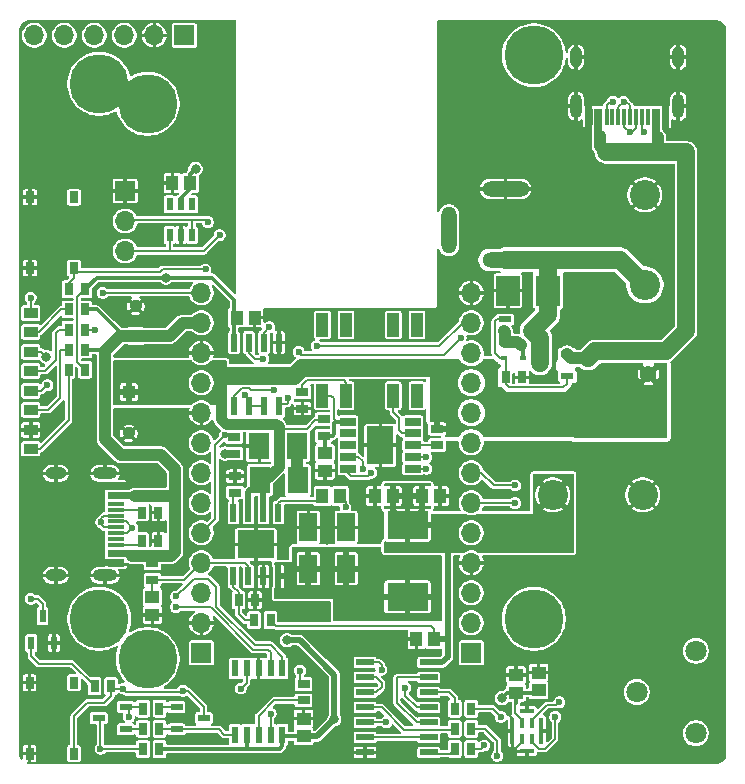
<source format=gtl>
G04 #@! TF.GenerationSoftware,KiCad,Pcbnew,9.0.6*
G04 #@! TF.CreationDate,2025-12-01T14:44:23+01:00*
G04 #@! TF.ProjectId,wled-eth.versioned,776c6564-2d65-4746-982e-76657273696f,v0.49*
G04 #@! TF.SameCoordinates,Original*
G04 #@! TF.FileFunction,Copper,L1,Top*
G04 #@! TF.FilePolarity,Positive*
%FSLAX46Y46*%
G04 Gerber Fmt 4.6, Leading zero omitted, Abs format (unit mm)*
G04 Created by KiCad (PCBNEW 9.0.6) date 2025-12-01 14:44:23*
%MOMM*%
%LPD*%
G01*
G04 APERTURE LIST*
G04 #@! TA.AperFunction,SMDPad,CuDef*
%ADD10R,1.200000X0.900000*%
G04 #@! TD*
G04 #@! TA.AperFunction,ComponentPad*
%ADD11R,1.100000X1.100000*%
G04 #@! TD*
G04 #@! TA.AperFunction,ComponentPad*
%ADD12C,1.100000*%
G04 #@! TD*
G04 #@! TA.AperFunction,SMDPad,CuDef*
%ADD13R,1.100000X0.750000*%
G04 #@! TD*
G04 #@! TA.AperFunction,SMDPad,CuDef*
%ADD14R,1.100000X0.600000*%
G04 #@! TD*
G04 #@! TA.AperFunction,ComponentPad*
%ADD15C,0.800000*%
G04 #@! TD*
G04 #@! TA.AperFunction,ComponentPad*
%ADD16C,5.000000*%
G04 #@! TD*
G04 #@! TA.AperFunction,SMDPad,CuDef*
%ADD17R,0.300000X1.450000*%
G04 #@! TD*
G04 #@! TA.AperFunction,ComponentPad*
%ADD18O,1.000000X1.800000*%
G04 #@! TD*
G04 #@! TA.AperFunction,ComponentPad*
%ADD19O,1.000000X2.100000*%
G04 #@! TD*
G04 #@! TA.AperFunction,ComponentPad*
%ADD20C,0.950000*%
G04 #@! TD*
G04 #@! TA.AperFunction,SMDPad,CuDef*
%ADD21R,2.000000X2.500000*%
G04 #@! TD*
G04 #@! TA.AperFunction,SMDPad,CuDef*
%ADD22R,1.525000X0.600000*%
G04 #@! TD*
G04 #@! TA.AperFunction,SMDPad,CuDef*
%ADD23R,0.750000X1.100000*%
G04 #@! TD*
G04 #@! TA.AperFunction,SMDPad,CuDef*
%ADD24R,0.400000X0.950000*%
G04 #@! TD*
G04 #@! TA.AperFunction,SMDPad,CuDef*
%ADD25R,0.350000X2.300000*%
G04 #@! TD*
G04 #@! TA.AperFunction,SMDPad,CuDef*
%ADD26R,1.300000X0.350000*%
G04 #@! TD*
G04 #@! TA.AperFunction,ComponentPad*
%ADD27R,1.700000X1.700000*%
G04 #@! TD*
G04 #@! TA.AperFunction,ComponentPad*
%ADD28O,1.700000X1.700000*%
G04 #@! TD*
G04 #@! TA.AperFunction,SMDPad,CuDef*
%ADD29R,1.450000X0.300000*%
G04 #@! TD*
G04 #@! TA.AperFunction,ComponentPad*
%ADD30O,1.800000X1.000000*%
G04 #@! TD*
G04 #@! TA.AperFunction,ComponentPad*
%ADD31O,2.100000X1.000000*%
G04 #@! TD*
G04 #@! TA.AperFunction,SMDPad,CuDef*
%ADD32R,1.250000X1.100000*%
G04 #@! TD*
G04 #@! TA.AperFunction,SMDPad,CuDef*
%ADD33R,0.500000X0.400000*%
G04 #@! TD*
G04 #@! TA.AperFunction,ComponentPad*
%ADD34C,1.430000*%
G04 #@! TD*
G04 #@! TA.AperFunction,SMDPad,CuDef*
%ADD35R,1.100000X1.250000*%
G04 #@! TD*
G04 #@! TA.AperFunction,SMDPad,CuDef*
%ADD36R,0.750000X1.000000*%
G04 #@! TD*
G04 #@! TA.AperFunction,SMDPad,CuDef*
%ADD37R,1.550000X2.400000*%
G04 #@! TD*
G04 #@! TA.AperFunction,SMDPad,CuDef*
%ADD38R,0.600000X1.525000*%
G04 #@! TD*
G04 #@! TA.AperFunction,SMDPad,CuDef*
%ADD39R,3.100000X2.410000*%
G04 #@! TD*
G04 #@! TA.AperFunction,SMDPad,CuDef*
%ADD40R,1.350000X0.650000*%
G04 #@! TD*
G04 #@! TA.AperFunction,SMDPad,CuDef*
%ADD41R,2.300000X3.200000*%
G04 #@! TD*
G04 #@! TA.AperFunction,ComponentPad*
%ADD42C,1.800000*%
G04 #@! TD*
G04 #@! TA.AperFunction,ComponentPad*
%ADD43C,2.550000*%
G04 #@! TD*
G04 #@! TA.AperFunction,SMDPad,CuDef*
%ADD44R,1.000000X2.000000*%
G04 #@! TD*
G04 #@! TA.AperFunction,ComponentPad*
%ADD45C,1.600000*%
G04 #@! TD*
G04 #@! TA.AperFunction,SMDPad,CuDef*
%ADD46R,3.500000X2.350000*%
G04 #@! TD*
G04 #@! TA.AperFunction,SMDPad,CuDef*
%ADD47R,0.600000X1.100000*%
G04 #@! TD*
G04 #@! TA.AperFunction,ComponentPad*
%ADD48C,1.400000*%
G04 #@! TD*
G04 #@! TA.AperFunction,SMDPad,CuDef*
%ADD49R,1.800000X2.300000*%
G04 #@! TD*
G04 #@! TA.AperFunction,ComponentPad*
%ADD50O,4.000000X1.300000*%
G04 #@! TD*
G04 #@! TA.AperFunction,ComponentPad*
%ADD51O,1.300000X4.000000*%
G04 #@! TD*
G04 #@! TA.AperFunction,SMDPad,CuDef*
%ADD52R,0.600000X1.450000*%
G04 #@! TD*
G04 #@! TA.AperFunction,ViaPad*
%ADD53C,0.800000*%
G04 #@! TD*
G04 #@! TA.AperFunction,ViaPad*
%ADD54C,0.600000*%
G04 #@! TD*
G04 #@! TA.AperFunction,Conductor*
%ADD55C,0.200000*%
G04 #@! TD*
G04 #@! TA.AperFunction,Conductor*
%ADD56C,0.300000*%
G04 #@! TD*
G04 #@! TA.AperFunction,Conductor*
%ADD57C,0.500000*%
G04 #@! TD*
G04 #@! TA.AperFunction,Conductor*
%ADD58C,0.130000*%
G04 #@! TD*
G04 #@! TA.AperFunction,Conductor*
%ADD59C,1.000000*%
G04 #@! TD*
G04 #@! TA.AperFunction,Conductor*
%ADD60C,1.500000*%
G04 #@! TD*
G04 #@! TA.AperFunction,Conductor*
%ADD61C,0.900000*%
G04 #@! TD*
G04 APERTURE END LIST*
D10*
G04 #@! TO.P,D3,1,K*
G04 #@! TO.N,+5V*
X5900000Y-66900000D03*
G04 #@! TO.P,D3,2,A*
G04 #@! TO.N,Net-(D3-A)*
X5900000Y-68500000D03*
G04 #@! TD*
D11*
G04 #@! TO.P,C4,1*
G04 #@! TO.N,+5V*
X14800000Y-65550000D03*
D12*
G04 #@! TO.P,C4,2*
G04 #@! TO.N,GND*
X14800000Y-63050000D03*
G04 #@! TD*
D13*
G04 #@! TO.P,R20,1,L*
G04 #@! TO.N,GND*
X28900000Y-71700000D03*
G04 #@! TO.P,R20,2,R*
G04 #@! TO.N,Net-(R20-R)*
X28900000Y-70300000D03*
G04 #@! TD*
D14*
G04 #@! TO.P,Q4,1,G*
G04 #@! TO.N,Net-(D1-A)*
X51300000Y-68950000D03*
G04 #@! TO.P,Q4,2,S*
G04 #@! TO.N,/VBUS*
X51300000Y-67050000D03*
G04 #@! TO.P,Q4,3,D*
G04 #@! TO.N,VDC*
X49000000Y-68000000D03*
G04 #@! TD*
D15*
G04 #@! TO.P,REF\u002A\u002A,1*
G04 #@! TO.N,N/C*
X46625000Y-41775000D03*
X47174175Y-40449175D03*
X47174175Y-43100825D03*
X48500000Y-39900000D03*
D16*
X48500000Y-41775000D03*
D15*
X48500000Y-43650000D03*
X49825825Y-40449175D03*
X49825825Y-43100825D03*
X50375000Y-41775000D03*
G04 #@! TD*
D13*
G04 #@! TO.P,R16,1,L*
G04 #@! TO.N,GND*
X23200000Y-77400000D03*
G04 #@! TO.P,R16,2,R*
G04 #@! TO.N,Net-(R16-R)*
X23200000Y-78800000D03*
G04 #@! TD*
D11*
G04 #@! TO.P,C1,1*
G04 #@! TO.N,/VFUSE*
X14200000Y-70300000D03*
D12*
G04 #@! TO.P,C1,2*
G04 #@! TO.N,GND*
X14200000Y-73800000D03*
G04 #@! TD*
D17*
G04 #@! TO.P,J7,A1,GND*
G04 #@! TO.N,GND*
X59800000Y-47005000D03*
G04 #@! TO.P,J7,A4,VBUS*
G04 #@! TO.N,/VBUS*
X59000000Y-47005000D03*
G04 #@! TO.P,J7,A5,CC1*
G04 #@! TO.N,/CC1*
X57650000Y-47005000D03*
G04 #@! TO.P,J7,A6,D+*
G04 #@! TO.N,Net-(U7-DP)*
X56650000Y-47005000D03*
G04 #@! TO.P,J7,A7,D-*
G04 #@! TO.N,Net-(U7-DM)*
X56150000Y-47005000D03*
G04 #@! TO.P,J7,A8,SBU1*
G04 #@! TO.N,unconnected-(J7-SBU1-PadA8)*
X55150000Y-47005000D03*
G04 #@! TO.P,J7,A9,VBUS*
G04 #@! TO.N,/VBUS*
X53800000Y-47005000D03*
G04 #@! TO.P,J7,A12,GND*
G04 #@! TO.N,GND*
X53000000Y-47005000D03*
G04 #@! TO.P,J7,B1,GND*
X53300000Y-47005000D03*
G04 #@! TO.P,J7,B4,VBUS*
G04 #@! TO.N,/VBUS*
X54100000Y-47005000D03*
G04 #@! TO.P,J7,B5,CC2*
G04 #@! TO.N,/CC2*
X54650000Y-47005000D03*
G04 #@! TO.P,J7,B6,D+*
G04 #@! TO.N,Net-(U7-DP)*
X55650000Y-47005000D03*
G04 #@! TO.P,J7,B7,D-*
G04 #@! TO.N,Net-(U7-DM)*
X57150000Y-47005000D03*
G04 #@! TO.P,J7,B8,SBU2*
G04 #@! TO.N,unconnected-(J7-SBU2-PadB8)*
X58150000Y-47005000D03*
G04 #@! TO.P,J7,B9,VBUS*
G04 #@! TO.N,/VBUS*
X58700000Y-47005000D03*
G04 #@! TO.P,J7,B12,GND*
G04 #@! TO.N,GND*
X59500000Y-47005000D03*
D18*
G04 #@! TO.P,J7,S1,SHIELD*
X52080000Y-41920000D03*
D19*
X52080000Y-46090000D03*
D20*
X53510000Y-45560000D03*
X59290000Y-45560000D03*
D18*
X60720000Y-41920000D03*
D19*
X60720000Y-46090000D03*
G04 #@! TD*
D15*
G04 #@! TO.P,REF\u002A\u002A,1*
G04 #@! TO.N,N/C*
X13925000Y-92900000D03*
X14474175Y-91574175D03*
X14474175Y-94225825D03*
X15800000Y-91025000D03*
D16*
X15800000Y-92900000D03*
D15*
X15800000Y-94775000D03*
X17125825Y-91574175D03*
X17125825Y-94225825D03*
X17675000Y-92900000D03*
G04 #@! TD*
D21*
G04 #@! TO.P,RV1,1*
G04 #@! TO.N,VDC*
X49700000Y-61700000D03*
G04 #@! TO.P,RV1,2*
G04 #@! TO.N,GND*
X46300000Y-61700000D03*
G04 #@! TD*
D22*
G04 #@! TO.P,U4,1,1A*
G04 #@! TO.N,/DOUT1*
X34200000Y-93190000D03*
G04 #@! TO.P,U4,2,1Y*
G04 #@! TO.N,/DOUT1_INV*
X34200000Y-94460000D03*
G04 #@! TO.P,U4,3,2A*
X34200000Y-95730000D03*
G04 #@! TO.P,U4,4,2Y*
G04 #@! TO.N,/DOUT1_5V*
X34200000Y-97000000D03*
G04 #@! TO.P,U4,5,3A*
G04 #@! TO.N,/DOUT2*
X34200000Y-98270000D03*
G04 #@! TO.P,U4,6,3Y*
G04 #@! TO.N,/DOUT2_INV*
X34200000Y-99540000D03*
G04 #@! TO.P,U4,7,GND*
G04 #@! TO.N,GND*
X34200000Y-100810000D03*
G04 #@! TO.P,U4,8,4Y*
G04 #@! TO.N,/DOUT2_5V*
X39600000Y-100810000D03*
G04 #@! TO.P,U4,9,4A*
G04 #@! TO.N,/DOUT2_INV*
X39600000Y-99540000D03*
G04 #@! TO.P,U4,10,5Y*
G04 #@! TO.N,/DOUT3_INV*
X39600000Y-98270000D03*
G04 #@! TO.P,U4,11,5A*
G04 #@! TO.N,/DOUT3*
X39600000Y-97000000D03*
G04 #@! TO.P,U4,12,6Y*
G04 #@! TO.N,/DOUT3_5V*
X39600000Y-95730000D03*
G04 #@! TO.P,U4,13,6A*
G04 #@! TO.N,/DOUT3_INV*
X39600000Y-94460000D03*
G04 #@! TO.P,U4,14,VCC*
G04 #@! TO.N,+5V*
X39600000Y-93190000D03*
G04 #@! TD*
D23*
G04 #@! TO.P,R6,1,L*
G04 #@! TO.N,/DOUT3_5V*
X41800000Y-97100000D03*
G04 #@! TO.P,R6,2,R*
G04 #@! TO.N,Net-(J12-Pin_1)*
X43200000Y-97100000D03*
G04 #@! TD*
D24*
G04 #@! TO.P,U5,1,VDD*
G04 #@! TO.N,+3.3V*
X47475000Y-98325000D03*
G04 #@! TO.P,U5,2,LR*
G04 #@! TO.N,GND*
X47475000Y-99675000D03*
G04 #@! TO.P,U5,3,CLK*
G04 #@! TO.N,/PDM_CLK*
X48325000Y-99675000D03*
G04 #@! TO.P,U5,4,DOUT*
G04 #@! TO.N,/PDM_DAT*
X48325000Y-98325000D03*
D25*
G04 #@! TO.P,U5,5,GND*
G04 #@! TO.N,GND*
X46675000Y-99000000D03*
D26*
X47900000Y-97275000D03*
X47900000Y-100725000D03*
D25*
X49125000Y-99000000D03*
G04 #@! TD*
D23*
G04 #@! TO.P,R13,1,L*
G04 #@! TO.N,+3.3V*
X16800000Y-100500000D03*
G04 #@! TO.P,R13,2,R*
G04 #@! TO.N,/DL*
X15400000Y-100500000D03*
G04 #@! TD*
D27*
G04 #@! TO.P,J11,1,Pin_1*
G04 #@! TO.N,/TX*
X43200000Y-92375000D03*
D28*
G04 #@! TO.P,J11,2,Pin_2*
G04 #@! TO.N,/RX*
X43200000Y-89835000D03*
G04 #@! TO.P,J11,3,Pin_3*
G04 #@! TO.N,/DL*
X43200000Y-87295000D03*
G04 #@! TO.P,J11,4,Pin_4*
G04 #@! TO.N,GND*
X43200000Y-84755000D03*
G04 #@! TO.P,J11,5,Pin_5*
G04 #@! TO.N,Net-(J11-Pin_5)*
X43200000Y-82215000D03*
G04 #@! TO.P,J11,6,Pin_6*
G04 #@! TO.N,/PDM_DAT*
X43200000Y-79675000D03*
G04 #@! TO.P,J11,7,Pin_7*
G04 #@! TO.N,/PDM_CLK*
X43200000Y-77135000D03*
G04 #@! TO.P,J11,8,Pin_8*
G04 #@! TO.N,/DOUT1*
X43200000Y-74595000D03*
G04 #@! TO.P,J11,9,Pin_9*
G04 #@! TO.N,/DOUT3*
X43200000Y-72055000D03*
G04 #@! TO.P,J11,10,Pin_10*
G04 #@! TO.N,/DMX_RX*
X43200000Y-69515000D03*
G04 #@! TO.P,J11,11,Pin_11*
G04 #@! TO.N,/DOUT2*
X43200000Y-66975000D03*
G04 #@! TO.P,J11,12,Pin_12*
G04 #@! TO.N,/DMX_TX*
X43200000Y-64435000D03*
G04 #@! TO.P,J11,13,Pin_13*
G04 #@! TO.N,GND*
X43200000Y-61895000D03*
G04 #@! TD*
D29*
G04 #@! TO.P,J1,A1,GND*
G04 #@! TO.N,GND*
X13105000Y-78100000D03*
G04 #@! TO.P,J1,A4,VBUS*
G04 #@! TO.N,+5V*
X13105000Y-78900000D03*
G04 #@! TO.P,J1,A5,CC1*
G04 #@! TO.N,Net-(J1-CC1)*
X13105000Y-80250000D03*
G04 #@! TO.P,J1,A6,D+*
G04 #@! TO.N,/D+*
X13105000Y-81250000D03*
G04 #@! TO.P,J1,A7,D-*
G04 #@! TO.N,/D-*
X13105000Y-81750000D03*
G04 #@! TO.P,J1,A8,SBU1*
G04 #@! TO.N,unconnected-(J1-SBU1-PadA8)*
X13105000Y-82750000D03*
G04 #@! TO.P,J1,A9,VBUS*
G04 #@! TO.N,+5V*
X13105000Y-84100000D03*
G04 #@! TO.P,J1,A12,GND*
G04 #@! TO.N,GND*
X13105000Y-84900000D03*
G04 #@! TO.P,J1,B1,GND*
X13105000Y-84600000D03*
G04 #@! TO.P,J1,B4,VBUS*
G04 #@! TO.N,+5V*
X13105000Y-83800000D03*
G04 #@! TO.P,J1,B5,CC2*
G04 #@! TO.N,Net-(J1-CC2)*
X13105000Y-83250000D03*
G04 #@! TO.P,J1,B6,D+*
G04 #@! TO.N,/D+*
X13105000Y-82250000D03*
G04 #@! TO.P,J1,B7,D-*
G04 #@! TO.N,/D-*
X13105000Y-80750000D03*
G04 #@! TO.P,J1,B8,SBU2*
G04 #@! TO.N,unconnected-(J1-SBU2-PadB8)*
X13105000Y-79750000D03*
G04 #@! TO.P,J1,B9,VBUS*
G04 #@! TO.N,+5V*
X13105000Y-79200000D03*
G04 #@! TO.P,J1,B12,GND*
G04 #@! TO.N,GND*
X13105000Y-78400000D03*
D30*
G04 #@! TO.P,J1,S1,SHIELD*
X8020000Y-85820000D03*
D31*
X12190000Y-85820000D03*
D20*
X11660000Y-84390000D03*
X11660000Y-78610000D03*
D30*
X8020000Y-77180000D03*
D31*
X12190000Y-77180000D03*
G04 #@! TD*
D23*
G04 #@! TO.P,R14,1,L*
G04 #@! TO.N,+3.3V*
X10500000Y-61600000D03*
G04 #@! TO.P,R14,2,R*
G04 #@! TO.N,Net-(J11-Pin_5)*
X9100000Y-61600000D03*
G04 #@! TD*
D32*
G04 #@! TO.P,C8,1*
G04 #@! TO.N,GND*
X48900000Y-94050000D03*
G04 #@! TO.P,C8,2*
G04 #@! TO.N,+3.3V*
X48900000Y-95550000D03*
G04 #@! TD*
D33*
G04 #@! TO.P,D1,1,K*
G04 #@! TO.N,/VBUS*
X47562500Y-67450000D03*
G04 #@! TO.P,D1,2,A*
G04 #@! TO.N,Net-(D1-A)*
X45962500Y-67450000D03*
G04 #@! TD*
D34*
G04 #@! TO.P,,e*
G04 #@! TO.N,GND*
X11900000Y-93400000D03*
G04 #@! TD*
D10*
G04 #@! TO.P,D5,1,K*
G04 #@! TO.N,GND*
X5900000Y-73500000D03*
G04 #@! TO.P,D5,2,A*
G04 #@! TO.N,Net-(D5-A)*
X5900000Y-75100000D03*
G04 #@! TD*
D35*
G04 #@! TO.P,C12,1*
G04 #@! TO.N,GND*
X40550000Y-79100000D03*
G04 #@! TO.P,C12,2*
G04 #@! TO.N,+5V*
X39050000Y-79100000D03*
G04 #@! TD*
D36*
G04 #@! TO.P,SW3,1,1*
G04 #@! TO.N,GND*
X5825000Y-59800000D03*
G04 #@! TO.P,SW3,2,2*
X5825000Y-53800000D03*
G04 #@! TO.P,SW3,3,K*
G04 #@! TO.N,Net-(J11-Pin_5)*
X9575000Y-59800000D03*
G04 #@! TO.P,SW3,4,A*
G04 #@! TO.N,unconnected-(SW3-A-Pad4)*
X9575000Y-53800000D03*
G04 #@! TD*
D35*
G04 #@! TO.P,C2,1*
G04 #@! TO.N,Net-(U1-BOOT)*
X30600000Y-79100000D03*
G04 #@! TO.P,C2,2*
G04 #@! TO.N,/SW*
X32100000Y-79100000D03*
G04 #@! TD*
D37*
G04 #@! TO.P,D7,1,K*
G04 #@! TO.N,/SW*
X32600000Y-85250000D03*
G04 #@! TO.P,D7,2,A*
G04 #@! TO.N,GND*
X32600000Y-81750000D03*
G04 #@! TD*
D23*
G04 #@! TO.P,R12,1,L*
G04 #@! TO.N,Net-(Q1-B)*
X16800000Y-97100000D03*
G04 #@! TO.P,R12,2,R*
G04 #@! TO.N,/DTR*
X15400000Y-97100000D03*
G04 #@! TD*
D35*
G04 #@! TO.P,C6,1*
G04 #@! TO.N,GND*
X24850000Y-64000000D03*
G04 #@! TO.P,C6,2*
G04 #@! TO.N,+3.3V*
X23350000Y-64000000D03*
G04 #@! TD*
D23*
G04 #@! TO.P,R24,1,L*
G04 #@! TO.N,/RST*
X12700000Y-95200000D03*
G04 #@! TO.P,R24,2,R*
G04 #@! TO.N,Net-(Q5-B)*
X11300000Y-95200000D03*
G04 #@! TD*
G04 #@! TO.P,R21,1,L*
G04 #@! TO.N,Net-(D1-A)*
X46100000Y-69050000D03*
G04 #@! TO.P,R21,2,R*
G04 #@! TO.N,GND*
X47500000Y-69050000D03*
G04 #@! TD*
D27*
G04 #@! TO.P,J5,1,Pin_1*
G04 #@! TO.N,+5V*
X18900000Y-40100000D03*
D28*
G04 #@! TO.P,J5,2,Pin_2*
G04 #@! TO.N,GND*
X16360000Y-40100000D03*
G04 #@! TO.P,J5,3,Pin_3*
G04 #@! TO.N,+3.3V*
X13820000Y-40100000D03*
G04 #@! TO.P,J5,4,Pin_4*
G04 #@! TO.N,/IO3*
X11280000Y-40100000D03*
G04 #@! TO.P,J5,5,Pin_5*
G04 #@! TO.N,/IO2*
X8740000Y-40100000D03*
G04 #@! TO.P,J5,6,Pin_6*
G04 #@! TO.N,/IO1*
X6200000Y-40100000D03*
G04 #@! TD*
D14*
G04 #@! TO.P,Q3,1,G*
G04 #@! TO.N,Net-(D1-A)*
X46050000Y-64150000D03*
G04 #@! TO.P,Q3,2,S*
G04 #@! TO.N,/VBUS*
X46050000Y-66050000D03*
G04 #@! TO.P,Q3,3,D*
G04 #@! TO.N,VDC*
X48350000Y-65100000D03*
G04 #@! TD*
D23*
G04 #@! TO.P,R1,1,L*
G04 #@! TO.N,Net-(J1-CC1)*
X15300000Y-80500000D03*
G04 #@! TO.P,R1,2,R*
G04 #@! TO.N,GND*
X16700000Y-80500000D03*
G04 #@! TD*
D15*
G04 #@! TO.P,REF\u002A\u002A,1*
G04 #@! TO.N,N/C*
X46625000Y-89500000D03*
X47174175Y-88174175D03*
X47174175Y-90825825D03*
X48500000Y-87625000D03*
D16*
X48500000Y-89500000D03*
D15*
X48500000Y-91375000D03*
X49825825Y-88174175D03*
X49825825Y-90825825D03*
X50375000Y-89500000D03*
G04 #@! TD*
D38*
G04 #@! TO.P,U1,1,BOOT*
G04 #@! TO.N,Net-(U1-BOOT)*
X26870000Y-80500000D03*
G04 #@! TO.P,U1,2,VIN*
G04 #@! TO.N,/VFUSE*
X25600000Y-80500000D03*
G04 #@! TO.P,U1,3,EN*
X24330000Y-80500000D03*
G04 #@! TO.P,U1,4,RT/SYNC*
G04 #@! TO.N,Net-(R16-R)*
X23060000Y-80500000D03*
G04 #@! TO.P,U1,5,FB*
G04 #@! TO.N,Net-(R17-L)*
X23060000Y-85900000D03*
G04 #@! TO.P,U1,6,PGOOD*
G04 #@! TO.N,/RST*
X24330000Y-85900000D03*
G04 #@! TO.P,U1,7,GND*
G04 #@! TO.N,GND*
X25600000Y-85900000D03*
G04 #@! TO.P,U1,8,SW*
G04 #@! TO.N,/SW*
X26870000Y-85900000D03*
D39*
G04 #@! TO.P,U1,9,GND*
G04 #@! TO.N,GND*
X24965000Y-83200000D03*
G04 #@! TD*
D23*
G04 #@! TO.P,R17,1,L*
G04 #@! TO.N,Net-(R17-L)*
X24800000Y-89600000D03*
G04 #@! TO.P,R17,2,R*
G04 #@! TO.N,+5V*
X26200000Y-89600000D03*
G04 #@! TD*
D15*
G04 #@! TO.P,REF\u002A\u002A,1*
G04 #@! TO.N,N/C*
X13925000Y-45900000D03*
X14474175Y-44574175D03*
X14474175Y-47225825D03*
X15800000Y-44025000D03*
D16*
X15800000Y-45900000D03*
D15*
X15800000Y-47775000D03*
X17125825Y-44574175D03*
X17125825Y-47225825D03*
X17675000Y-45900000D03*
G04 #@! TD*
D23*
G04 #@! TO.P,R7,1,L*
G04 #@! TO.N,/VFUSE*
X10500000Y-65000000D03*
G04 #@! TO.P,R7,2,R*
G04 #@! TO.N,Net-(D3-A)*
X9100000Y-65000000D03*
G04 #@! TD*
D27*
G04 #@! TO.P,J6,1,Pin_1*
G04 #@! TO.N,GND*
X13900000Y-53275000D03*
D28*
G04 #@! TO.P,J6,2,Pin_2*
G04 #@! TO.N,/D1-*
X13900000Y-55815000D03*
G04 #@! TO.P,J6,3,Pin_3*
G04 #@! TO.N,/D1+*
X13900000Y-58355000D03*
G04 #@! TD*
D40*
G04 #@! TO.P,U7,1,VDD*
G04 #@! TO.N,VDD*
X32750000Y-72800000D03*
G04 #@! TO.P,U7,2,CFG2*
G04 #@! TO.N,unconnected-(U7-CFG2-Pad2)*
X32750000Y-73800000D03*
G04 #@! TO.P,U7,3,CFG3*
G04 #@! TO.N,unconnected-(U7-CFG3-Pad3)*
X32750000Y-74800000D03*
G04 #@! TO.P,U7,4,DP*
G04 #@! TO.N,Net-(U7-DP)*
X32750000Y-75800000D03*
G04 #@! TO.P,U7,5,DM*
G04 #@! TO.N,Net-(U7-DM)*
X32750000Y-76800000D03*
G04 #@! TO.P,U7,6,CC2*
G04 #@! TO.N,/CC2*
X38250000Y-76800000D03*
G04 #@! TO.P,U7,7,CC1*
G04 #@! TO.N,/CC1*
X38250000Y-75800000D03*
G04 #@! TO.P,U7,8,VBUS*
G04 #@! TO.N,Net-(R23-R)*
X38250000Y-74800000D03*
G04 #@! TO.P,U7,9,CFG1*
G04 #@! TO.N,Net-(U7-CFG1)*
X38250000Y-73800000D03*
G04 #@! TO.P,U7,10,PG*
G04 #@! TO.N,unconnected-(U7-PG-Pad10)*
X38250000Y-72800000D03*
D41*
G04 #@! TO.P,U7,11,GND*
G04 #@! TO.N,GND*
X35500000Y-74800000D03*
G04 #@! TD*
D32*
G04 #@! TO.P,C14,1*
G04 #@! TO.N,GND*
X16200000Y-89150000D03*
G04 #@! TO.P,C14,2*
G04 #@! TO.N,/RST*
X16200000Y-87650000D03*
G04 #@! TD*
D42*
G04 #@! TO.P,J12,1,Pin_1*
G04 #@! TO.N,Net-(J12-Pin_1)*
X62200000Y-92200000D03*
G04 #@! TO.P,J12,2,Pin_2*
G04 #@! TO.N,Net-(J12-Pin_2)*
X57200000Y-95700000D03*
G04 #@! TO.P,J12,3,Pin_3*
G04 #@! TO.N,Net-(J12-Pin_3)*
X62200000Y-99200000D03*
G04 #@! TD*
D14*
G04 #@! TO.P,Q1,1,B*
G04 #@! TO.N,Net-(Q1-B)*
X18250000Y-96950000D03*
G04 #@! TO.P,Q1,2,E*
G04 #@! TO.N,/RTS*
X18250000Y-98850000D03*
G04 #@! TO.P,Q1,3,C*
G04 #@! TO.N,/RST*
X20550000Y-97900000D03*
G04 #@! TD*
D43*
G04 #@! TO.P,J2,1,Pin_1*
G04 #@! TO.N,GND*
X57710000Y-79000000D03*
G04 #@! TO.P,J2,2,Pin_2*
G04 #@! TO.N,+5V*
X50090000Y-79000000D03*
G04 #@! TD*
D35*
G04 #@! TO.P,C11,1*
G04 #@! TO.N,GND*
X35050000Y-79100000D03*
G04 #@! TO.P,C11,2*
G04 #@! TO.N,+5V*
X36550000Y-79100000D03*
G04 #@! TD*
D23*
G04 #@! TO.P,R4,1,L*
G04 #@! TO.N,/DOUT1_5V*
X41800000Y-98800000D03*
G04 #@! TO.P,R4,2,R*
G04 #@! TO.N,Net-(J12-Pin_3)*
X43200000Y-98800000D03*
G04 #@! TD*
D15*
G04 #@! TO.P,REF\u002A\u002A,1*
G04 #@! TO.N,N/C*
X9825000Y-44200000D03*
X10374175Y-42874175D03*
X10374175Y-45525825D03*
X11700000Y-42325000D03*
D16*
X11700000Y-44200000D03*
D15*
X11700000Y-46075000D03*
X13025825Y-42874175D03*
X13025825Y-45525825D03*
X13575000Y-44200000D03*
G04 #@! TD*
D44*
G04 #@! TO.P,SW4,1,1*
G04 #@! TO.N,VDD*
X30600000Y-70600000D03*
G04 #@! TO.P,SW4,2,2*
G04 #@! TO.N,Net-(R20-R)*
X32600000Y-70600000D03*
G04 #@! TO.P,SW4,3,3*
G04 #@! TO.N,Net-(U7-CFG1)*
X36600000Y-70600000D03*
G04 #@! TO.P,SW4,4,4*
G04 #@! TO.N,unconnected-(SW4-Pad4)*
X38600000Y-70600000D03*
G04 #@! TO.P,SW4,5,5*
G04 #@! TO.N,unconnected-(SW4-Pad5)*
X30600000Y-64600000D03*
G04 #@! TO.P,SW4,6,6*
G04 #@! TO.N,unconnected-(SW4-Pad6)*
X32600000Y-64600000D03*
G04 #@! TO.P,SW4,7,7*
G04 #@! TO.N,unconnected-(SW4-Pad7)*
X36600000Y-64600000D03*
G04 #@! TO.P,SW4,8,8*
G04 #@! TO.N,unconnected-(SW4-Pad8)*
X38600000Y-64600000D03*
G04 #@! TD*
D32*
G04 #@! TO.P,C9,1*
G04 #@! TO.N,GND*
X30800000Y-76950000D03*
G04 #@! TO.P,C9,2*
G04 #@! TO.N,VDD*
X30800000Y-75450000D03*
G04 #@! TD*
D27*
G04 #@! TO.P,J10,1,Pin_1*
G04 #@! TO.N,unconnected-(J10-Pin_1-Pad1)*
X20350000Y-92375000D03*
D28*
G04 #@! TO.P,J10,2,Pin_2*
G04 #@! TO.N,GND*
X20350000Y-89835000D03*
G04 #@! TO.P,J10,3,Pin_3*
G04 #@! TO.N,+3.3V*
X20350000Y-87295000D03*
G04 #@! TO.P,J10,4,Pin_4*
G04 #@! TO.N,/RST*
X20350000Y-84755000D03*
G04 #@! TO.P,J10,5,Pin_5*
G04 #@! TO.N,/DMX_RTS*
X20350000Y-82215000D03*
G04 #@! TO.P,J10,6,Pin_6*
G04 #@! TO.N,/IO1*
X20350000Y-79675000D03*
G04 #@! TO.P,J10,7,Pin_7*
G04 #@! TO.N,/IO2*
X20350000Y-77135000D03*
G04 #@! TO.P,J10,8,Pin_8*
G04 #@! TO.N,/IO3*
X20350000Y-74595000D03*
G04 #@! TO.P,J10,9,Pin_9*
G04 #@! TO.N,GND*
X20350000Y-72055000D03*
G04 #@! TO.P,J10,10,Pin_10*
G04 #@! TO.N,+3.3V*
X20350000Y-69515000D03*
G04 #@! TO.P,J10,11,Pin_11*
G04 #@! TO.N,GND*
X20350000Y-66975000D03*
G04 #@! TO.P,J10,12,Pin_12*
G04 #@! TO.N,+5V*
X20350000Y-64435000D03*
G04 #@! TO.P,J10,13,Pin_13*
G04 #@! TO.N,/LINK*
X20350000Y-61895000D03*
G04 #@! TD*
D43*
G04 #@! TO.P,J3,1,Pin_1*
G04 #@! TO.N,GND*
X57900000Y-53600000D03*
G04 #@! TO.P,J3,2,Pin_2*
G04 #@! TO.N,VDC*
X57900000Y-61220000D03*
G04 #@! TD*
D45*
G04 #@! TO.P,,*
G04 #@! TO.N,GND*
X62300000Y-47700000D03*
G04 #@! TD*
D23*
G04 #@! TO.P,R11,1,L*
G04 #@! TO.N,Net-(Q2-B)*
X15400000Y-98800000D03*
G04 #@! TO.P,R11,2,R*
G04 #@! TO.N,/RTS*
X16800000Y-98800000D03*
G04 #@! TD*
D13*
G04 #@! TO.P,R3,1,L*
G04 #@! TO.N,+3.3V*
X23100000Y-75500000D03*
G04 #@! TO.P,R3,2,R*
G04 #@! TO.N,/DMX_RTS*
X23100000Y-74100000D03*
G04 #@! TD*
D46*
G04 #@! TO.P,L1,1,1*
G04 #@! TO.N,/SW*
X37800000Y-87625000D03*
G04 #@! TO.P,L1,2,2*
G04 #@! TO.N,+5V*
X37800000Y-81575000D03*
G04 #@! TD*
D47*
G04 #@! TO.P,D8,1,IO1*
G04 #@! TO.N,/D1+*
X17650000Y-57000000D03*
G04 #@! TO.P,D8,2,GND*
G04 #@! TO.N,GND*
X18600000Y-57000000D03*
G04 #@! TO.P,D8,3,IO2*
G04 #@! TO.N,/D1-*
X19550000Y-57000000D03*
G04 #@! TO.P,D8,4,IO3*
G04 #@! TO.N,unconnected-(D8-IO3-Pad4)*
X19550000Y-54400000D03*
G04 #@! TO.P,D8,5,VBUS*
G04 #@! TO.N,+5V*
X18600000Y-54400000D03*
G04 #@! TO.P,D8,6,IO4*
G04 #@! TO.N,unconnected-(D8-IO4-Pad6)*
X17650000Y-54400000D03*
G04 #@! TD*
D10*
G04 #@! TO.P,D4,1,K*
G04 #@! TO.N,Net-(D4-K)*
X5900000Y-70200000D03*
G04 #@! TO.P,D4,2,A*
G04 #@! TO.N,Net-(D4-A)*
X5900000Y-71800000D03*
G04 #@! TD*
D23*
G04 #@! TO.P,R18,1,L*
G04 #@! TO.N,GND*
X24900000Y-87900000D03*
G04 #@! TO.P,R18,2,R*
G04 #@! TO.N,Net-(R17-L)*
X23500000Y-87900000D03*
G04 #@! TD*
D32*
G04 #@! TO.P,C7,1*
G04 #@! TO.N,GND*
X47000000Y-94250000D03*
G04 #@! TO.P,C7,2*
G04 #@! TO.N,+3.3V*
X47000000Y-95750000D03*
G04 #@! TD*
D23*
G04 #@! TO.P,R9,1,L*
G04 #@! TO.N,+3.3V*
X10500000Y-68400000D03*
G04 #@! TO.P,R9,2,R*
G04 #@! TO.N,Net-(D5-A)*
X9100000Y-68400000D03*
G04 #@! TD*
G04 #@! TO.P,R8,1,L*
G04 #@! TO.N,+5V*
X10500000Y-66700000D03*
G04 #@! TO.P,R8,2,R*
G04 #@! TO.N,Net-(D4-A)*
X9100000Y-66700000D03*
G04 #@! TD*
D48*
G04 #@! TO.P,F1,1*
G04 #@! TO.N,/VBUS*
X53100000Y-67400000D03*
G04 #@! TO.P,F1,2*
G04 #@! TO.N,/VFUSE*
X58200000Y-68800000D03*
G04 #@! TD*
D23*
G04 #@! TO.P,R2,1,L*
G04 #@! TO.N,Net-(J1-CC2)*
X15300000Y-82900000D03*
G04 #@! TO.P,R2,2,R*
G04 #@! TO.N,GND*
X16700000Y-82900000D03*
G04 #@! TD*
D49*
G04 #@! TO.P,C13,1*
G04 #@! TO.N,Net-(C10-Pad2)*
X28450000Y-74850000D03*
G04 #@! TO.P,C13,2*
G04 #@! TO.N,GND*
X25250000Y-74850000D03*
G04 #@! TD*
D10*
G04 #@! TO.P,D6,1,K*
G04 #@! TO.N,/LINK*
X5900000Y-63600000D03*
G04 #@! TO.P,D6,2,A*
G04 #@! TO.N,Net-(D6-A)*
X5900000Y-65200000D03*
G04 #@! TD*
D47*
G04 #@! TO.P,Q5,1,B*
G04 #@! TO.N,Net-(Q5-B)*
X5950000Y-91550000D03*
G04 #@! TO.P,Q5,2,E*
G04 #@! TO.N,GND*
X7850000Y-91550000D03*
G04 #@! TO.P,Q5,3,C*
G04 #@! TO.N,Net-(D4-K)*
X6900000Y-89250000D03*
G04 #@! TD*
D35*
G04 #@! TO.P,C5,1*
G04 #@! TO.N,GND*
X38550000Y-91200000D03*
G04 #@! TO.P,C5,2*
G04 #@! TO.N,+5V*
X40050000Y-91200000D03*
G04 #@! TD*
D32*
G04 #@! TO.P,C3,1*
G04 #@! TO.N,+3.3V*
X29000000Y-99450000D03*
G04 #@! TO.P,C3,2*
G04 #@! TO.N,GND*
X29000000Y-97950000D03*
G04 #@! TD*
D50*
G04 #@! TO.P,J4,1*
G04 #@! TO.N,VDC*
X46100000Y-59100000D03*
G04 #@! TO.P,J4,2*
G04 #@! TO.N,GND*
X46100000Y-53100000D03*
D51*
G04 #@! TO.P,J4,3*
G04 #@! TO.N,unconnected-(J4-Pad3)*
X41300000Y-56600000D03*
G04 #@! TD*
D13*
G04 #@! TO.P,R19,1,L*
G04 #@! TO.N,/VFUSE*
X30700000Y-72600000D03*
G04 #@! TO.P,R19,2,R*
G04 #@! TO.N,VDD*
X30700000Y-74000000D03*
G04 #@! TD*
D23*
G04 #@! TO.P,R5,1,L*
G04 #@! TO.N,/DOUT2_5V*
X41800000Y-100500000D03*
G04 #@! TO.P,R5,2,R*
G04 #@! TO.N,Net-(J12-Pin_2)*
X43200000Y-100500000D03*
G04 #@! TD*
D15*
G04 #@! TO.P,REF\u002A\u002A,1*
G04 #@! TO.N,N/C*
X9825000Y-89500000D03*
X10374175Y-88174175D03*
X10374175Y-90825825D03*
X11700000Y-87625000D03*
D16*
X11700000Y-89500000D03*
D15*
X11700000Y-91375000D03*
X13025825Y-88174175D03*
X13025825Y-90825825D03*
X13575000Y-89500000D03*
G04 #@! TD*
D49*
G04 #@! TO.P,C10,1*
G04 #@! TO.N,/VFUSE*
X25300000Y-77750000D03*
G04 #@! TO.P,C10,2*
G04 #@! TO.N,Net-(C10-Pad2)*
X28500000Y-77750000D03*
G04 #@! TD*
D23*
G04 #@! TO.P,R10,1,L*
G04 #@! TO.N,+5V*
X10500000Y-63300000D03*
G04 #@! TO.P,R10,2,R*
G04 #@! TO.N,Net-(D6-A)*
X9100000Y-63300000D03*
G04 #@! TD*
D37*
G04 #@! TO.P,D2,1,K*
G04 #@! TO.N,/SW*
X29400000Y-85250000D03*
G04 #@! TO.P,D2,2,A*
G04 #@! TO.N,GND*
X29400000Y-81750000D03*
G04 #@! TD*
D38*
G04 #@! TO.P,U6,1,RO*
G04 #@! TO.N,/DMX_RX*
X23095000Y-71500000D03*
G04 #@! TO.P,U6,2,~{RE}*
G04 #@! TO.N,/DMX_RTS*
X24365000Y-71500000D03*
G04 #@! TO.P,U6,3,DE*
X25635000Y-71500000D03*
G04 #@! TO.P,U6,4,DI*
G04 #@! TO.N,/DMX_TX*
X26905000Y-71500000D03*
G04 #@! TO.P,U6,5,GND*
G04 #@! TO.N,GND*
X26905000Y-66100000D03*
G04 #@! TO.P,U6,6,A*
G04 #@! TO.N,/D1+*
X25635000Y-66100000D03*
G04 #@! TO.P,U6,7,B*
G04 #@! TO.N,/D1-*
X24365000Y-66100000D03*
G04 #@! TO.P,U6,8,VCC*
G04 #@! TO.N,+3.3V*
X23095000Y-66100000D03*
G04 #@! TD*
D14*
G04 #@! TO.P,Q2,1,B*
G04 #@! TO.N,Net-(Q2-B)*
X13950000Y-98850000D03*
G04 #@! TO.P,Q2,2,E*
G04 #@! TO.N,/DTR*
X13950000Y-96950000D03*
G04 #@! TO.P,Q2,3,C*
G04 #@! TO.N,/DL*
X11650000Y-97900000D03*
G04 #@! TD*
D36*
G04 #@! TO.P,SW1,1,1*
G04 #@! TO.N,GND*
X5800000Y-100900000D03*
G04 #@! TO.P,SW1,2,2*
X5800000Y-94900000D03*
G04 #@! TO.P,SW1,3,K*
G04 #@! TO.N,/RST*
X9550000Y-100900000D03*
G04 #@! TO.P,SW1,4,A*
G04 #@! TO.N,unconnected-(SW1-A-Pad4)*
X9550000Y-94900000D03*
G04 #@! TD*
D13*
G04 #@! TO.P,R22,1,L*
G04 #@! TO.N,/RST*
X16200000Y-86200000D03*
G04 #@! TO.P,R22,2,R*
G04 #@! TO.N,+5V*
X16200000Y-84800000D03*
G04 #@! TD*
G04 #@! TO.P,R23,1,L*
G04 #@! TO.N,/VFUSE*
X40300000Y-73400000D03*
G04 #@! TO.P,R23,2,R*
G04 #@! TO.N,Net-(R23-R)*
X40300000Y-74800000D03*
G04 #@! TD*
G04 #@! TO.P,R15,1,L*
G04 #@! TO.N,Net-(R15-L)*
X29000000Y-96400000D03*
G04 #@! TO.P,R15,2,R*
G04 #@! TO.N,/RX*
X29000000Y-95000000D03*
G04 #@! TD*
D45*
G04 #@! TO.P,REF\u002A\u002A,*
G04 #@! TO.N,GND*
X21850000Y-42050000D03*
G04 #@! TD*
D35*
G04 #@! TO.P,C15,1*
G04 #@! TO.N,GND*
X17900000Y-52600000D03*
G04 #@! TO.P,C15,2*
G04 #@! TO.N,+5V*
X19400000Y-52600000D03*
G04 #@! TD*
D52*
G04 #@! TO.P,U2,1,UD+*
G04 #@! TO.N,/D+*
X27200000Y-93700000D03*
G04 #@! TO.P,U2,2,UD-*
G04 #@! TO.N,/D-*
X26200000Y-93700000D03*
G04 #@! TO.P,U2,3,GND*
G04 #@! TO.N,GND*
X25200000Y-93700000D03*
G04 #@! TO.P,U2,4,DTR*
G04 #@! TO.N,/DTR*
X24200000Y-93700000D03*
G04 #@! TO.P,U2,5,CTS*
G04 #@! TO.N,unconnected-(U2-CTS-Pad5)*
X23200000Y-93700000D03*
G04 #@! TO.P,U2,6,RTS*
G04 #@! TO.N,/RTS*
X23200000Y-99300000D03*
G04 #@! TO.P,U2,7,VCC*
G04 #@! TO.N,+3.3V*
X24200000Y-99300000D03*
G04 #@! TO.P,U2,8,TXD*
G04 #@! TO.N,Net-(R15-L)*
X25200000Y-99300000D03*
G04 #@! TO.P,U2,9,RXD*
G04 #@! TO.N,/TX*
X26200000Y-99300000D03*
G04 #@! TO.P,U2,10,V3*
G04 #@! TO.N,+3.3V*
X27200000Y-99300000D03*
G04 #@! TD*
D53*
G04 #@! TO.N,GND*
X24000000Y-83800000D03*
X47000000Y-93000000D03*
X26000000Y-83800000D03*
X17000000Y-81700000D03*
X23800000Y-76500000D03*
X22800000Y-83800000D03*
X27200000Y-82500000D03*
X26000000Y-82500000D03*
X7675000Y-99700000D03*
X25998959Y-90901041D03*
X22708718Y-76475002D03*
X7700000Y-72700000D03*
X22800000Y-82500000D03*
X47900000Y-84800000D03*
X48900000Y-84800000D03*
X25200000Y-95100000D03*
X26100000Y-63700000D03*
X27800000Y-64400000D03*
X14800000Y-66900000D03*
X26700000Y-88400000D03*
X20100000Y-95400000D03*
X49900000Y-84800000D03*
X48900000Y-92800000D03*
X35100000Y-82700000D03*
X25000000Y-83800000D03*
X5800000Y-58600000D03*
X30750000Y-96400000D03*
X34100000Y-80500000D03*
X38100000Y-93300000D03*
X35075000Y-80500000D03*
X28800000Y-72700000D03*
X25900000Y-88000000D03*
X27200000Y-83800000D03*
X31000000Y-82800000D03*
X32700000Y-100700000D03*
D54*
X40900000Y-97600000D03*
D53*
X22318198Y-88000000D03*
X46900000Y-84800000D03*
X31000000Y-81800000D03*
X44400000Y-101230000D03*
X29100000Y-89000000D03*
X27600000Y-88400000D03*
X19400000Y-83500000D03*
X24000000Y-82500000D03*
X35100000Y-81700000D03*
X18400000Y-66500000D03*
X31000000Y-80600000D03*
X25000000Y-82500000D03*
D54*
X40900000Y-100100000D03*
D53*
G04 #@! TO.N,+3.3V*
X45800000Y-96200000D03*
X17350000Y-60600000D03*
X31600000Y-98003496D03*
X22318075Y-75500000D03*
X27600000Y-91300000D03*
G04 #@! TO.N,+5V*
X37800000Y-78900000D03*
X7200000Y-67300000D03*
X19850000Y-51400000D03*
X37800000Y-79700000D03*
D54*
G04 #@! TO.N,/SW*
X34900000Y-83800000D03*
X32550000Y-80050000D03*
G04 #@! TO.N,/RST*
X18800000Y-95600000D03*
X13700000Y-95400000D03*
G04 #@! TO.N,/DL*
X11800000Y-100500000D03*
G04 #@! TO.N,/D-*
X11879998Y-81300000D03*
X18200000Y-88500000D03*
G04 #@! TO.N,/D+*
X18200000Y-87600000D03*
X14500000Y-81800000D03*
G04 #@! TO.N,/D1+*
X21900000Y-57000000D03*
X26100000Y-64800000D03*
G04 #@! TO.N,/D1-*
X25600000Y-67500000D03*
X20900000Y-55900000D03*
G04 #@! TO.N,/TX*
X26224265Y-97524265D03*
G04 #@! TO.N,/RX*
X28700000Y-93882330D03*
G04 #@! TO.N,/DOUT1*
X35600000Y-93800000D03*
G04 #@! TO.N,/DOUT2*
X36000735Y-98249265D03*
G04 #@! TO.N,/DOUT3*
X37600000Y-95350000D03*
G04 #@! TO.N,Net-(J12-Pin_3)*
X45400000Y-101100000D03*
G04 #@! TO.N,Net-(J12-Pin_1)*
X45700000Y-97800000D03*
G04 #@! TO.N,Net-(J12-Pin_2)*
X44300000Y-100200000D03*
G04 #@! TO.N,/PDM_CLK*
X46900000Y-78200000D03*
X50300000Y-97800000D03*
G04 #@! TO.N,/PDM_DAT*
X50650000Y-96550000D03*
X46900000Y-79700000D03*
G04 #@! TO.N,/LINK*
X5900000Y-62300000D03*
X12000000Y-61900000D03*
G04 #@! TO.N,/DMX_RTS*
X22350000Y-73946583D03*
X24029449Y-70551000D03*
G04 #@! TO.N,/DMX_RX*
X26500000Y-70150000D03*
X28600000Y-66900000D03*
X42300000Y-65700000D03*
G04 #@! TO.N,/DMX_TX*
X30100000Y-66400000D03*
X27700000Y-70800000D03*
G04 #@! TO.N,Net-(J11-Pin_5)*
X20700000Y-59899000D03*
G04 #@! TO.N,Net-(D4-K)*
X7300000Y-69700000D03*
X5900000Y-87800000D03*
G04 #@! TO.N,/DTR*
X14200000Y-97800000D03*
X23700000Y-95400000D03*
G04 #@! TO.N,Net-(U7-DP)*
X56100000Y-45700000D03*
X34000000Y-76800000D03*
G04 #@! TO.N,Net-(U7-DM)*
X56600000Y-48300000D03*
X34735318Y-77115136D03*
G04 #@! TO.N,/CC2*
X39400000Y-76800000D03*
X55200000Y-45700000D03*
G04 #@! TO.N,/CC1*
X39400000Y-75800000D03*
X57800000Y-48300000D03*
D53*
G04 #@! TO.N,/VBUS*
X47378277Y-66321723D03*
X46001000Y-65151000D03*
D54*
G04 #@! TO.N,/VFUSE*
X11300000Y-65000000D03*
G04 #@! TD*
D55*
G04 #@! TO.N,GND*
X50300000Y-68800000D02*
X50300000Y-66900000D01*
X47475000Y-99925000D02*
X46800000Y-100600000D01*
X50050000Y-69050000D02*
X50300000Y-68800000D01*
X47475000Y-99675000D02*
X47475000Y-99925000D01*
X46675000Y-97875000D02*
X46400000Y-97600000D01*
X50300000Y-66900000D02*
X50300000Y-67100000D01*
X47500000Y-69050000D02*
X50050000Y-69050000D01*
X46675000Y-99000000D02*
X46675000Y-97875000D01*
D56*
G04 #@! TO.N,+3.3V*
X47000000Y-95750000D02*
X47000000Y-96600000D01*
X45800000Y-96200000D02*
X46250000Y-95750000D01*
X48900000Y-95750000D02*
X47000000Y-95750000D01*
D57*
X30153496Y-99450000D02*
X29000000Y-99450000D01*
D58*
X46900000Y-96700000D02*
X46900000Y-97500000D01*
D56*
X21276735Y-60600000D02*
X23149000Y-62472265D01*
D58*
X47475000Y-98075000D02*
X47475000Y-98325000D01*
D56*
X27000000Y-100500000D02*
X27200000Y-100300000D01*
X11500000Y-60600000D02*
X10500000Y-61600000D01*
X22318075Y-75500000D02*
X23100000Y-75500000D01*
X27350000Y-99450000D02*
X27200000Y-99300000D01*
X17350000Y-60600000D02*
X21276735Y-60600000D01*
X46250000Y-95750000D02*
X47000000Y-95750000D01*
D57*
X28686676Y-91300000D02*
X31600000Y-94213324D01*
D56*
X23095000Y-66100000D02*
X23095000Y-64255000D01*
X23149000Y-63799000D02*
X23350000Y-64000000D01*
D57*
X31600000Y-98003496D02*
X31351000Y-98252496D01*
D56*
X17350000Y-60600000D02*
X11500000Y-60600000D01*
X23095000Y-64255000D02*
X23350000Y-64000000D01*
X23149000Y-62472265D02*
X23149000Y-63799000D01*
D58*
X47000000Y-96600000D02*
X46900000Y-96700000D01*
D55*
X9825000Y-67725000D02*
X9825000Y-62275000D01*
D56*
X29000000Y-99450000D02*
X27350000Y-99450000D01*
X27200000Y-100300000D02*
X27200000Y-99300000D01*
D57*
X31600000Y-94213324D02*
X31600000Y-98003496D01*
X31351000Y-98252496D02*
X30153496Y-99450000D01*
D58*
X46900000Y-97500000D02*
X47475000Y-98075000D01*
D55*
X9825000Y-62275000D02*
X10500000Y-61600000D01*
X10500000Y-68400000D02*
X9825000Y-67725000D01*
D56*
X24200000Y-100500000D02*
X24200000Y-99300000D01*
D57*
X27600000Y-91300000D02*
X28686676Y-91300000D01*
D56*
X16800000Y-100500000D02*
X27000000Y-100500000D01*
G04 #@! TO.N,+5V*
X13450000Y-65250000D02*
X13450000Y-65550000D01*
X14500000Y-78900000D02*
X14650000Y-79050000D01*
D55*
X26200000Y-89600000D02*
X26700000Y-90100000D01*
D56*
X10500000Y-66700000D02*
X12300000Y-66700000D01*
D59*
X14800000Y-65550000D02*
X17650000Y-65550000D01*
X17650000Y-65550000D02*
X13450000Y-65550000D01*
D57*
X39050000Y-80325000D02*
X37800000Y-81575000D01*
D55*
X39775000Y-90100000D02*
X40050000Y-90375000D01*
D59*
X13500000Y-75600000D02*
X16900000Y-75600000D01*
X13450000Y-65550000D02*
X12200000Y-66800000D01*
D56*
X14600000Y-79200000D02*
X14700000Y-79100000D01*
X19400000Y-53100000D02*
X19400000Y-52600000D01*
D57*
X36550000Y-79100000D02*
X36550000Y-80325000D01*
D56*
X11500000Y-63300000D02*
X13450000Y-65250000D01*
D59*
X12200000Y-66800000D02*
X12200000Y-74300000D01*
X18100000Y-79000000D02*
X18000000Y-79100000D01*
D55*
X6800000Y-66900000D02*
X5900000Y-66900000D01*
D59*
X16900000Y-75600000D02*
X18100000Y-76800000D01*
D57*
X39600000Y-93190000D02*
X40710000Y-93190000D01*
D59*
X18765000Y-64435000D02*
X20350000Y-64435000D01*
D56*
X13105000Y-84100000D02*
X14500000Y-84100000D01*
D59*
X18000000Y-79100000D02*
X18100000Y-79200000D01*
X18000000Y-79100000D02*
X14700000Y-79100000D01*
D56*
X19400000Y-52600000D02*
X19400000Y-51850000D01*
X19400000Y-51850000D02*
X19850000Y-51400000D01*
D57*
X40710000Y-93190000D02*
X41200000Y-92700000D01*
D56*
X14650000Y-79050000D02*
X14700000Y-79100000D01*
D57*
X41200000Y-91200000D02*
X40050000Y-91200000D01*
D59*
X18100000Y-76800000D02*
X18100000Y-79000000D01*
D57*
X41200000Y-92700000D02*
X41200000Y-91200000D01*
D59*
X17650000Y-65550000D02*
X18765000Y-64435000D01*
D56*
X18600000Y-54400000D02*
X18600000Y-53900000D01*
D59*
X18100000Y-83825000D02*
X17775000Y-84150000D01*
D56*
X14400000Y-83800000D02*
X14600000Y-84000000D01*
D59*
X17775000Y-84150000D02*
X14500000Y-84150000D01*
D57*
X36550000Y-80325000D02*
X37800000Y-81575000D01*
D56*
X13105000Y-78900000D02*
X14500000Y-78900000D01*
D57*
X39050000Y-79100000D02*
X39050000Y-80325000D01*
D56*
X13105000Y-83800000D02*
X14400000Y-83800000D01*
X14500000Y-84100000D02*
X14600000Y-84000000D01*
X18600000Y-53900000D02*
X19400000Y-53100000D01*
D57*
X41200000Y-91200000D02*
X41200000Y-83500000D01*
D56*
X13105000Y-79200000D02*
X14600000Y-79200000D01*
D55*
X26700000Y-90100000D02*
X39775000Y-90100000D01*
X40050000Y-90375000D02*
X40050000Y-91200000D01*
X7200000Y-67300000D02*
X6800000Y-66900000D01*
D56*
X10500000Y-63300000D02*
X11500000Y-63300000D01*
D59*
X12200000Y-74300000D02*
X13500000Y-75600000D01*
X18100000Y-79200000D02*
X18100000Y-83825000D01*
D60*
G04 #@! TO.N,VDC*
X49700000Y-61700000D02*
X49700000Y-63750000D01*
X49700000Y-63750000D02*
X48350000Y-65100000D01*
X57900000Y-61220000D02*
X55780000Y-59100000D01*
X49700000Y-59100000D02*
X49700000Y-61700000D01*
X55780000Y-59100000D02*
X49700000Y-59100000D01*
X49000000Y-65750000D02*
X49000000Y-67799000D01*
X48350000Y-65100000D02*
X49000000Y-65750000D01*
X49700000Y-59100000D02*
X46100000Y-59100000D01*
D55*
G04 #@! TO.N,/SW*
X32550000Y-79550000D02*
X32100000Y-79100000D01*
X32550000Y-80050000D02*
X32550000Y-79550000D01*
G04 #@! TO.N,/RST*
X24330000Y-85030000D02*
X24330000Y-85900000D01*
X12100000Y-96600000D02*
X12700000Y-96000000D01*
X13700000Y-95400000D02*
X12900000Y-95400000D01*
X14000000Y-95700000D02*
X13700000Y-95400000D01*
X18905000Y-86200000D02*
X16200000Y-86200000D01*
X20350000Y-84755000D02*
X18905000Y-86200000D01*
X18800000Y-95600000D02*
X18700000Y-95700000D01*
X9550000Y-100900000D02*
X9550000Y-97750000D01*
X20550000Y-96950000D02*
X20550000Y-97900000D01*
X10700000Y-96600000D02*
X12100000Y-96600000D01*
X19200000Y-95600000D02*
X20550000Y-96950000D01*
X12700000Y-96000000D02*
X12700000Y-95200000D01*
X24055000Y-84755000D02*
X24330000Y-85030000D01*
X20350000Y-84755000D02*
X24055000Y-84755000D01*
X12900000Y-95400000D02*
X12700000Y-95200000D01*
X9550000Y-97750000D02*
X10700000Y-96600000D01*
X16200000Y-86200000D02*
X16200000Y-87650000D01*
X18800000Y-95600000D02*
X19200000Y-95600000D01*
X18700000Y-95700000D02*
X14000000Y-95700000D01*
G04 #@! TO.N,/DL*
X11800000Y-100500000D02*
X11800000Y-98050000D01*
X11800000Y-98050000D02*
X11650000Y-97900000D01*
X15400000Y-100500000D02*
X11800000Y-100500000D01*
G04 #@! TO.N,Net-(J1-CC1)*
X14950000Y-80250000D02*
X15200000Y-80500000D01*
X13105000Y-80250000D02*
X14950000Y-80250000D01*
G04 #@! TO.N,/D-*
X11879998Y-81300000D02*
X11879998Y-81000002D01*
X12130000Y-80750000D02*
X13105000Y-80750000D01*
X11879998Y-81499998D02*
X12130000Y-81750000D01*
X24699586Y-92101000D02*
X26001000Y-92101000D01*
X21217198Y-88618612D02*
X24699586Y-92101000D01*
X11879998Y-81000002D02*
X12130000Y-80750000D01*
X21217198Y-88617198D02*
X21217198Y-88618612D01*
X18200000Y-88500000D02*
X21100000Y-88500000D01*
X26001000Y-92101000D02*
X26200000Y-92300000D01*
X21100000Y-88500000D02*
X21217198Y-88617198D01*
X12130000Y-81750000D02*
X13105000Y-81750000D01*
X26200000Y-92300000D02*
X26200000Y-93700000D01*
X11879998Y-81300000D02*
X11879998Y-81499998D01*
G04 #@! TO.N,/D+*
X14500000Y-81800000D02*
X14050000Y-82250000D01*
X24865686Y-91700000D02*
X26200000Y-91700000D01*
X18761398Y-87074999D02*
X19736397Y-86100000D01*
X20900000Y-86100000D02*
X21618198Y-86818198D01*
X21618198Y-86818198D02*
X21618198Y-88452512D01*
X18725001Y-87074999D02*
X18761398Y-87074999D01*
X26200000Y-91700000D02*
X27200000Y-92700000D01*
X14050000Y-82250000D02*
X13105000Y-82250000D01*
X27200000Y-92700000D02*
X27200000Y-93700000D01*
X19736397Y-86100000D02*
X20900000Y-86100000D01*
X13950000Y-81250000D02*
X14500000Y-81800000D01*
X13105000Y-81250000D02*
X13950000Y-81250000D01*
X18200000Y-87600000D02*
X18725001Y-87074999D01*
X21618198Y-88452512D02*
X24865686Y-91700000D01*
G04 #@! TO.N,Net-(J1-CC2)*
X14950000Y-83250000D02*
X15300000Y-82900000D01*
X13105000Y-83250000D02*
X14950000Y-83250000D01*
G04 #@! TO.N,/D1+*
X17700000Y-58355000D02*
X13900000Y-58355000D01*
X17650000Y-57000000D02*
X17650000Y-58305000D01*
X25635000Y-66100000D02*
X25635000Y-65265000D01*
X17650000Y-58305000D02*
X17700000Y-58355000D01*
X25635000Y-65265000D02*
X26100000Y-64800000D01*
X20545000Y-58355000D02*
X17700000Y-58355000D01*
X21900000Y-57000000D02*
X20545000Y-58355000D01*
G04 #@! TO.N,/D1-*
X19550000Y-55750000D02*
X19500000Y-55700000D01*
X14015000Y-55700000D02*
X13900000Y-55815000D01*
X20900000Y-55900000D02*
X20700000Y-55700000D01*
X19500000Y-55700000D02*
X14015000Y-55700000D01*
X20700000Y-55700000D02*
X19500000Y-55700000D01*
X24900000Y-67500000D02*
X25600000Y-67500000D01*
X24365000Y-66965000D02*
X24900000Y-67500000D01*
X19550000Y-57000000D02*
X19550000Y-55750000D01*
X24365000Y-66100000D02*
X24365000Y-66965000D01*
G04 #@! TO.N,/DOUT1_5V*
X34200000Y-97000000D02*
X35600000Y-97000000D01*
X41730000Y-98870000D02*
X41800000Y-98800000D01*
X37470000Y-98870000D02*
X41730000Y-98870000D01*
X35600000Y-97000000D02*
X37470000Y-98870000D01*
G04 #@! TO.N,/DOUT2_5V*
X39590000Y-100900000D02*
X41400000Y-100900000D01*
X41400000Y-100900000D02*
X41800000Y-100500000D01*
G04 #@! TO.N,/DOUT3_5V*
X41800000Y-96200000D02*
X41800000Y-97100000D01*
X39600000Y-95730000D02*
X41330000Y-95730000D01*
X41330000Y-95730000D02*
X41800000Y-96200000D01*
G04 #@! TO.N,/TX*
X26200000Y-99300000D02*
X26200000Y-97548530D01*
X26200000Y-97548530D02*
X26224265Y-97524265D01*
G04 #@! TO.N,/RX*
X28700000Y-94700000D02*
X28700000Y-93882330D01*
X29000000Y-95000000D02*
X28700000Y-94700000D01*
G04 #@! TO.N,/DOUT1*
X35600000Y-93400000D02*
X35390000Y-93190000D01*
X35600000Y-93800000D02*
X35600000Y-93400000D01*
X35390000Y-93190000D02*
X34200000Y-93190000D01*
G04 #@! TO.N,/DOUT2*
X35980000Y-98270000D02*
X34200000Y-98270000D01*
X36000735Y-98249265D02*
X35980000Y-98270000D01*
G04 #@! TO.N,/DOUT3*
X37600000Y-95350000D02*
X37600000Y-96000000D01*
X38600000Y-97000000D02*
X39600000Y-97000000D01*
X37600000Y-96000000D02*
X38600000Y-97000000D01*
G04 #@! TO.N,Net-(J12-Pin_3)*
X44400000Y-98800000D02*
X43200000Y-98800000D01*
X45400000Y-99800000D02*
X44400000Y-98800000D01*
X45400000Y-101100000D02*
X45400000Y-99800000D01*
G04 #@! TO.N,Net-(J12-Pin_1)*
X45700000Y-97800000D02*
X45000000Y-97100000D01*
X45000000Y-97100000D02*
X43200000Y-97100000D01*
G04 #@! TO.N,Net-(J12-Pin_2)*
X44000000Y-100500000D02*
X43200000Y-100500000D01*
X44300000Y-100200000D02*
X44000000Y-100500000D01*
G04 #@! TO.N,/DOUT2_INV*
X34200000Y-99540000D02*
X39600000Y-99540000D01*
D58*
G04 #@! TO.N,/PDM_CLK*
X48325000Y-99925000D02*
X48900000Y-100500000D01*
X48900000Y-100500000D02*
X49482000Y-100500000D01*
X48325000Y-99675000D02*
X48325000Y-99925000D01*
D55*
X44035000Y-77135000D02*
X43200000Y-77135000D01*
D58*
X49482000Y-100500000D02*
X50300000Y-99682000D01*
D55*
X46900000Y-78200000D02*
X45100000Y-78200000D01*
X45100000Y-78200000D02*
X44035000Y-77135000D01*
D58*
X50300000Y-99682000D02*
X50300000Y-97800000D01*
D55*
G04 #@! TO.N,/PDM_DAT*
X46900000Y-79700000D02*
X46875000Y-79675000D01*
X46875000Y-79675000D02*
X43200000Y-79675000D01*
D58*
X49600000Y-96800000D02*
X48325000Y-98075000D01*
X50400000Y-96800000D02*
X49600000Y-96800000D01*
X50650000Y-96550000D02*
X50400000Y-96800000D01*
X48325000Y-98075000D02*
X48325000Y-98325000D01*
D55*
G04 #@! TO.N,/DOUT3_INV*
X39600000Y-98270000D02*
X38570000Y-98270000D01*
X38570000Y-98270000D02*
X36900000Y-96600000D01*
X36900000Y-96600000D02*
X36900000Y-94460000D01*
X36900000Y-94460000D02*
X39600000Y-94460000D01*
G04 #@! TO.N,/DOUT1_INV*
X35160000Y-94460000D02*
X35600000Y-94900000D01*
X35600000Y-94900000D02*
X35600000Y-95300000D01*
X35600000Y-95300000D02*
X35170000Y-95730000D01*
X34200000Y-94460000D02*
X35160000Y-94460000D01*
X35170000Y-95730000D02*
X34200000Y-95730000D01*
G04 #@! TO.N,/LINK*
X12005000Y-61895000D02*
X12000000Y-61900000D01*
X5900000Y-62300000D02*
X5900000Y-63500000D01*
X12005000Y-61895000D02*
X20350000Y-61895000D01*
G04 #@! TO.N,/DMX_RTS*
X25635000Y-71500000D02*
X24365000Y-71500000D01*
X24365000Y-70886551D02*
X24029449Y-70551000D01*
X24365000Y-71500000D02*
X24365000Y-70886551D01*
X21501000Y-74795583D02*
X22350000Y-73946583D01*
X21501000Y-81064000D02*
X21501000Y-74795583D01*
X20350000Y-82215000D02*
X21501000Y-81064000D01*
G04 #@! TO.N,Net-(D1-A)*
X45200000Y-64300000D02*
X45200000Y-67000000D01*
X46100000Y-69050000D02*
X46100000Y-67587500D01*
X45200000Y-67000000D02*
X45650000Y-67450000D01*
X51300000Y-69600000D02*
X50999000Y-69901000D01*
X46401000Y-69901000D02*
X46100000Y-69600000D01*
X45650000Y-67450000D02*
X45962500Y-67450000D01*
X50999000Y-69901000D02*
X46401000Y-69901000D01*
X46100000Y-67587500D02*
X45962500Y-67450000D01*
X46100000Y-69600000D02*
X46100000Y-69050000D01*
X45350000Y-64150000D02*
X45200000Y-64300000D01*
X46050000Y-64150000D02*
X45350000Y-64150000D01*
X51300000Y-68950000D02*
X51300000Y-69600000D01*
G04 #@! TO.N,/DMX_RX*
X23095000Y-70622806D02*
X23095000Y-71500000D01*
X26500000Y-70150000D02*
X24582362Y-70150000D01*
X42300000Y-65700000D02*
X40880212Y-67119788D01*
X24383362Y-69951000D02*
X23766806Y-69951000D01*
X24582362Y-70150000D02*
X24383362Y-69951000D01*
X40880212Y-67119788D02*
X28819788Y-67119788D01*
X23766806Y-69951000D02*
X23095000Y-70622806D01*
X28819788Y-67119788D02*
X28600000Y-66900000D01*
G04 #@! TO.N,/DMX_TX*
X27700000Y-71200000D02*
X27600000Y-71300000D01*
X27600000Y-71300000D02*
X27105000Y-71300000D01*
X43200000Y-64435000D02*
X42465000Y-64435000D01*
X27700000Y-70800000D02*
X27700000Y-71200000D01*
X40500000Y-66400000D02*
X30100000Y-66400000D01*
X42465000Y-64435000D02*
X40500000Y-66400000D01*
X27105000Y-71300000D02*
X26905000Y-71500000D01*
G04 #@! TO.N,Net-(D3-A)*
X7100000Y-68500000D02*
X8000000Y-67600000D01*
X8000000Y-67600000D02*
X8000000Y-65300000D01*
X5800000Y-68500000D02*
X7100000Y-68500000D01*
X8000000Y-65300000D02*
X8300000Y-65000000D01*
X8300000Y-65000000D02*
X9100000Y-65000000D01*
G04 #@! TO.N,Net-(J11-Pin_5)*
X17059636Y-59899000D02*
X16858636Y-60100000D01*
X9875000Y-60100000D02*
X9575000Y-59800000D01*
X9575000Y-60625000D02*
X9575000Y-59800000D01*
X16858636Y-60100000D02*
X9875000Y-60100000D01*
X20700000Y-59899000D02*
X17059636Y-59899000D01*
X9100000Y-61100000D02*
X9575000Y-60625000D01*
X9100000Y-61600000D02*
X9100000Y-61100000D01*
G04 #@! TO.N,Net-(D4-K)*
X5900000Y-70200000D02*
X6800000Y-70200000D01*
X5900000Y-87800000D02*
X6500000Y-87800000D01*
X6900000Y-88200000D02*
X6900000Y-89100000D01*
X6800000Y-70200000D02*
X7300000Y-69700000D01*
X6500000Y-87800000D02*
X6900000Y-88200000D01*
G04 #@! TO.N,Net-(D4-A)*
X5800000Y-71800000D02*
X7400000Y-71800000D01*
X8400000Y-70800000D02*
X8400000Y-66700000D01*
X8400000Y-66700000D02*
X9100000Y-66700000D01*
X7400000Y-71800000D02*
X8400000Y-70800000D01*
G04 #@! TO.N,Net-(D5-A)*
X9100000Y-72700000D02*
X9100000Y-68400000D01*
X6700000Y-75100000D02*
X9100000Y-72700000D01*
X5800000Y-75100000D02*
X6700000Y-75100000D01*
G04 #@! TO.N,Net-(D6-A)*
X6600000Y-65200000D02*
X8500000Y-63300000D01*
X8500000Y-63300000D02*
X9100000Y-63300000D01*
X5800000Y-65200000D02*
X6600000Y-65200000D01*
G04 #@! TO.N,/RTS*
X16850000Y-98850000D02*
X16800000Y-98800000D01*
X22300000Y-99300000D02*
X23200000Y-99300000D01*
X18250000Y-98850000D02*
X21850000Y-98850000D01*
X18250000Y-98850000D02*
X16850000Y-98850000D01*
X21850000Y-98850000D02*
X22300000Y-99300000D01*
G04 #@! TO.N,/DTR*
X14200000Y-97200000D02*
X14200000Y-97800000D01*
X24200000Y-94900000D02*
X24200000Y-93700000D01*
X13950000Y-96950000D02*
X14200000Y-97200000D01*
X15250000Y-96950000D02*
X15400000Y-97100000D01*
X13950000Y-96950000D02*
X15250000Y-96950000D01*
X23700000Y-95400000D02*
X24200000Y-94900000D01*
G04 #@! TO.N,Net-(U1-BOOT)*
X27100000Y-79500000D02*
X26870000Y-79730000D01*
X30200000Y-79500000D02*
X27100000Y-79500000D01*
X26870000Y-79730000D02*
X26870000Y-80500000D01*
X30600000Y-79100000D02*
X30200000Y-79500000D01*
D56*
G04 #@! TO.N,VDD*
X31600000Y-73850000D02*
X31600000Y-72950000D01*
D55*
X31350000Y-70600000D02*
X31550000Y-70800000D01*
D56*
X30800000Y-74100000D02*
X30700000Y-74000000D01*
X31450000Y-74000000D02*
X31600000Y-73850000D01*
X32750000Y-72800000D02*
X31750000Y-72800000D01*
X30800000Y-75450000D02*
X30800000Y-74100000D01*
D55*
X31550000Y-72600000D02*
X31750000Y-72800000D01*
X31550000Y-70800000D02*
X31550000Y-72600000D01*
X30500000Y-70600000D02*
X31350000Y-70600000D01*
D56*
X30500000Y-70500000D02*
X30500000Y-70550000D01*
X30700000Y-74000000D02*
X31450000Y-74000000D01*
X31600000Y-72950000D02*
X31750000Y-72800000D01*
D55*
G04 #@! TO.N,Net-(U7-DP)*
X32750000Y-75800000D02*
X33625000Y-75800000D01*
X34000000Y-76175000D02*
X34000000Y-76800000D01*
X56320000Y-45700000D02*
X56100000Y-45700000D01*
X56650000Y-47005000D02*
X56650000Y-46030000D01*
X33625000Y-75800000D02*
X34000000Y-76175000D01*
X55650000Y-46150000D02*
X56100000Y-45700000D01*
X55650000Y-47005000D02*
X55650000Y-46150000D01*
X56650000Y-46030000D02*
X56320000Y-45700000D01*
G04 #@! TO.N,Net-(U7-DM)*
X57150000Y-47980000D02*
X56830000Y-48300000D01*
X34425454Y-77425000D02*
X34735318Y-77115136D01*
X56150000Y-47850000D02*
X56600000Y-48300000D01*
X56150000Y-47005000D02*
X56150000Y-47850000D01*
X56830000Y-48300000D02*
X56600000Y-48300000D01*
X32750000Y-76800000D02*
X32750000Y-77150000D01*
X33025000Y-77425000D02*
X34425454Y-77425000D01*
X57150000Y-47005000D02*
X57150000Y-47980000D01*
X32750000Y-77150000D02*
X33025000Y-77425000D01*
G04 #@! TO.N,/CC2*
X54650000Y-46030000D02*
X54980000Y-45700000D01*
X39400000Y-76800000D02*
X38250000Y-76800000D01*
X54980000Y-45700000D02*
X55200000Y-45700000D01*
X54650000Y-47005000D02*
X54650000Y-46030000D01*
G04 #@! TO.N,/CC1*
X57650000Y-47005000D02*
X57650000Y-48150000D01*
X39400000Y-75800000D02*
X38250000Y-75800000D01*
X57650000Y-48150000D02*
X57800000Y-48300000D01*
G04 #@! TO.N,Net-(R15-L)*
X25200000Y-97700000D02*
X25200000Y-99300000D01*
X29000000Y-96400000D02*
X26500000Y-96400000D01*
X26500000Y-96400000D02*
X25200000Y-97700000D01*
G04 #@! TO.N,Net-(R16-R)*
X23060000Y-78940000D02*
X23200000Y-78800000D01*
X23060000Y-80500000D02*
X23060000Y-78940000D01*
G04 #@! TO.N,Net-(R17-L)*
X23060000Y-86760000D02*
X23500000Y-87200000D01*
X24000000Y-89600000D02*
X24800000Y-89600000D01*
X23060000Y-85900000D02*
X23060000Y-86760000D01*
X23500000Y-89100000D02*
X24000000Y-89600000D01*
X23500000Y-87900000D02*
X23500000Y-89100000D01*
X23500000Y-87200000D02*
X23500000Y-87900000D01*
G04 #@! TO.N,Net-(R20-R)*
X32600000Y-69500000D02*
X32600000Y-70600000D01*
X28900000Y-70300000D02*
X28900000Y-69700000D01*
X28900000Y-69700000D02*
X29300000Y-69300000D01*
X32400000Y-69300000D02*
X32600000Y-69500000D01*
X29300000Y-69300000D02*
X32400000Y-69300000D01*
G04 #@! TO.N,Net-(R23-R)*
X40300000Y-74800000D02*
X38250000Y-74800000D01*
G04 #@! TO.N,Net-(U7-CFG1)*
X37100000Y-72500000D02*
X36600000Y-72000000D01*
X38250000Y-73800000D02*
X37375000Y-73800000D01*
X37100000Y-73525000D02*
X37100000Y-72500000D01*
X37375000Y-73800000D02*
X37100000Y-73525000D01*
X36600000Y-72000000D02*
X36600000Y-70600000D01*
D56*
G04 #@! TO.N,/VBUS*
X58700000Y-47005000D02*
X58700000Y-48700000D01*
D60*
X53700000Y-66800000D02*
X59700000Y-66800000D01*
D59*
X51650000Y-67400000D02*
X51300000Y-67050000D01*
D60*
X61400000Y-50000000D02*
X58800000Y-50000000D01*
D59*
X47106554Y-66050000D02*
X47378277Y-66321723D01*
D56*
X59000000Y-47005000D02*
X59000000Y-48700000D01*
D60*
X59700000Y-66800000D02*
X61400000Y-65100000D01*
D59*
X53100000Y-67400000D02*
X51650000Y-67400000D01*
X46050000Y-66050000D02*
X46050000Y-65200000D01*
D56*
X47562500Y-66505946D02*
X47378277Y-66321723D01*
D59*
X54100000Y-49500000D02*
X54100000Y-48600000D01*
X59000000Y-50000000D02*
X59000000Y-48700000D01*
D60*
X53100000Y-67400000D02*
X53700000Y-66800000D01*
D59*
X46050000Y-66050000D02*
X47106554Y-66050000D01*
D60*
X61400000Y-65100000D02*
X61400000Y-50000000D01*
D59*
X46050000Y-65200000D02*
X46001000Y-65151000D01*
D60*
X59000000Y-50000000D02*
X54600000Y-50000000D01*
D56*
X47562500Y-67450000D02*
X47562500Y-66505946D01*
X53800000Y-47005000D02*
X53800000Y-48600000D01*
D59*
X54600000Y-50000000D02*
X54100000Y-49500000D01*
D56*
X54100000Y-47005000D02*
X54100000Y-48600000D01*
D59*
G04 #@! TO.N,Net-(C10-Pad2)*
X28450000Y-74850000D02*
X28450000Y-77700000D01*
X28450000Y-77700000D02*
X28500000Y-77750000D01*
D55*
G04 #@! TO.N,/VFUSE*
X29300000Y-73400000D02*
X30000000Y-72700000D01*
D61*
X26899000Y-76601000D02*
X25750000Y-77750000D01*
X25750000Y-77750000D02*
X25300000Y-77750000D01*
D55*
X26698000Y-73000000D02*
X27098000Y-73400000D01*
X11300000Y-65000000D02*
X10500000Y-65000000D01*
X30000000Y-72700000D02*
X30600000Y-72700000D01*
D60*
X39951000Y-68251000D02*
X39240397Y-68251000D01*
D57*
X24330000Y-78770000D02*
X25300000Y-77800000D01*
D61*
X26698000Y-73000000D02*
X22430500Y-73000000D01*
X22000000Y-72569500D02*
X22000000Y-71200000D01*
D60*
X28213662Y-68900000D02*
X22300000Y-68900000D01*
X28864661Y-68249001D02*
X28213662Y-68900000D01*
D61*
X26899000Y-73201000D02*
X26899000Y-76601000D01*
D57*
X25600000Y-78100000D02*
X25300000Y-77800000D01*
D55*
X27098000Y-73400000D02*
X29300000Y-73400000D01*
D60*
X39238397Y-68249000D02*
X28864661Y-68249001D01*
D55*
X30600000Y-72700000D02*
X30700000Y-72600000D01*
D60*
X39240397Y-68251000D02*
X39238397Y-68249000D01*
X40100000Y-68400000D02*
X39951000Y-68251000D01*
D57*
X24330000Y-80500000D02*
X24330000Y-78770000D01*
D61*
X22430500Y-73000000D02*
X22000000Y-72569500D01*
X26698000Y-73000000D02*
X26899000Y-73201000D01*
D57*
X25600000Y-80500000D02*
X25600000Y-78100000D01*
D55*
G04 #@! TO.N,Net-(Q1-B)*
X18250000Y-96950000D02*
X16950000Y-96950000D01*
X16950000Y-96950000D02*
X16800000Y-97100000D01*
G04 #@! TO.N,Net-(Q2-B)*
X13950000Y-98850000D02*
X15350000Y-98850000D01*
X15350000Y-98850000D02*
X15400000Y-98800000D01*
G04 #@! TO.N,Net-(Q5-B)*
X5950000Y-92650000D02*
X5950000Y-91550000D01*
X9400000Y-93300000D02*
X6600000Y-93300000D01*
X11300000Y-95200000D02*
X9400000Y-93300000D01*
X6600000Y-93300000D02*
X5950000Y-92650000D01*
G04 #@! TD*
G04 #@! TA.AperFunction,Conductor*
G04 #@! TO.N,/SW*
G36*
X30920943Y-83400500D02*
G01*
X31079057Y-83400500D01*
X31080923Y-83400000D01*
X35495500Y-83400000D01*
X35553691Y-83418907D01*
X35589655Y-83468407D01*
X35594500Y-83499000D01*
X35594500Y-83801000D01*
X35597030Y-83833143D01*
X35601883Y-83863793D01*
X35602646Y-83868281D01*
X35602647Y-83868286D01*
X35638591Y-83952382D01*
X35638592Y-83952383D01*
X35674556Y-84001883D01*
X35698797Y-84029628D01*
X35777307Y-84076536D01*
X35835498Y-84095443D01*
X35843132Y-84096652D01*
X35898996Y-84105500D01*
X35899000Y-84105500D01*
X40601000Y-84105500D01*
X40659191Y-84124407D01*
X40695155Y-84173907D01*
X40700000Y-84204500D01*
X40700000Y-89601000D01*
X40681093Y-89659191D01*
X40631593Y-89695155D01*
X40601000Y-89700000D01*
X31599000Y-89700000D01*
X31540809Y-89681093D01*
X31504845Y-89631593D01*
X31500000Y-89601000D01*
X31500000Y-87875001D01*
X35850000Y-87875001D01*
X35850000Y-88819700D01*
X35861603Y-88878036D01*
X35905806Y-88944189D01*
X35905810Y-88944193D01*
X35971963Y-88988396D01*
X36030299Y-88999999D01*
X36030303Y-89000000D01*
X37549999Y-89000000D01*
X37550000Y-88999999D01*
X37550000Y-87875001D01*
X38050000Y-87875001D01*
X38050000Y-88999999D01*
X38050001Y-89000000D01*
X39569697Y-89000000D01*
X39569700Y-88999999D01*
X39628036Y-88988396D01*
X39694189Y-88944193D01*
X39694193Y-88944189D01*
X39738396Y-88878036D01*
X39749999Y-88819700D01*
X39750000Y-88819697D01*
X39750000Y-87875001D01*
X39749999Y-87875000D01*
X38050001Y-87875000D01*
X38050000Y-87875001D01*
X37550000Y-87875001D01*
X37549999Y-87875000D01*
X35850001Y-87875000D01*
X35850000Y-87875001D01*
X31500000Y-87875001D01*
X31500000Y-87800001D01*
X31500000Y-87800000D01*
X31499999Y-87800000D01*
X27680923Y-87800000D01*
X27679057Y-87799500D01*
X27520943Y-87799500D01*
X27519077Y-87800000D01*
X26789344Y-87800000D01*
X26781716Y-87799500D01*
X26779057Y-87799500D01*
X26620943Y-87799500D01*
X26618284Y-87799500D01*
X26610656Y-87800000D01*
X26599000Y-87800000D01*
X26540809Y-87781093D01*
X26504845Y-87731593D01*
X26500000Y-87701000D01*
X26500000Y-86961500D01*
X26518907Y-86903309D01*
X26568407Y-86867345D01*
X26599000Y-86862500D01*
X26619999Y-86862500D01*
X26620000Y-86862499D01*
X26620000Y-86150001D01*
X27120000Y-86150001D01*
X27120000Y-86862499D01*
X27120001Y-86862500D01*
X27189697Y-86862500D01*
X27189700Y-86862499D01*
X27248036Y-86850896D01*
X27314189Y-86806693D01*
X27314193Y-86806689D01*
X27358396Y-86740536D01*
X27369999Y-86682200D01*
X27370000Y-86682197D01*
X27370000Y-86150001D01*
X27369999Y-86150000D01*
X27120001Y-86150000D01*
X27120000Y-86150001D01*
X26620000Y-86150001D01*
X26620000Y-84958603D01*
X26576334Y-84937501D01*
X27120000Y-84937501D01*
X27120000Y-85649999D01*
X27120001Y-85650000D01*
X27369999Y-85650000D01*
X27370000Y-85649999D01*
X27370000Y-85500001D01*
X28425000Y-85500001D01*
X28425000Y-86469700D01*
X28436603Y-86528036D01*
X28480806Y-86594189D01*
X28480810Y-86594193D01*
X28546963Y-86638396D01*
X28605299Y-86649999D01*
X28605303Y-86650000D01*
X29149999Y-86650000D01*
X29150000Y-86649999D01*
X29150000Y-85500001D01*
X29650000Y-85500001D01*
X29650000Y-86649999D01*
X29650001Y-86650000D01*
X30194697Y-86650000D01*
X30194700Y-86649999D01*
X30253036Y-86638396D01*
X30319189Y-86594193D01*
X30319193Y-86594189D01*
X30363396Y-86528036D01*
X30374999Y-86469700D01*
X30375000Y-86469697D01*
X30375000Y-85500001D01*
X31625000Y-85500001D01*
X31625000Y-86469700D01*
X31636603Y-86528036D01*
X31680806Y-86594189D01*
X31680810Y-86594193D01*
X31746963Y-86638396D01*
X31805299Y-86649999D01*
X31805303Y-86650000D01*
X32349999Y-86650000D01*
X32350000Y-86649999D01*
X32350000Y-85500001D01*
X32850000Y-85500001D01*
X32850000Y-86649999D01*
X32850001Y-86650000D01*
X33394697Y-86650000D01*
X33394700Y-86649999D01*
X33453036Y-86638396D01*
X33519189Y-86594193D01*
X33519193Y-86594189D01*
X33563396Y-86528036D01*
X33574999Y-86469700D01*
X33575000Y-86469697D01*
X33575000Y-86430299D01*
X35850000Y-86430299D01*
X35850000Y-87374999D01*
X35850001Y-87375000D01*
X37549999Y-87375000D01*
X37550000Y-87374999D01*
X37550000Y-86250001D01*
X38050000Y-86250001D01*
X38050000Y-87374999D01*
X38050001Y-87375000D01*
X39749999Y-87375000D01*
X39750000Y-87374999D01*
X39750000Y-86430302D01*
X39749999Y-86430299D01*
X39738396Y-86371963D01*
X39694193Y-86305810D01*
X39694189Y-86305806D01*
X39628036Y-86261603D01*
X39569700Y-86250000D01*
X38050001Y-86250000D01*
X38050000Y-86250001D01*
X37550000Y-86250001D01*
X37549999Y-86250000D01*
X36030299Y-86250000D01*
X35971963Y-86261603D01*
X35905810Y-86305806D01*
X35905806Y-86305810D01*
X35861603Y-86371963D01*
X35850000Y-86430299D01*
X33575000Y-86430299D01*
X33575000Y-85500001D01*
X33574999Y-85500000D01*
X32850001Y-85500000D01*
X32850000Y-85500001D01*
X32350000Y-85500001D01*
X32349999Y-85500000D01*
X31625001Y-85500000D01*
X31625000Y-85500001D01*
X30375000Y-85500001D01*
X30374999Y-85500000D01*
X29650001Y-85500000D01*
X29650000Y-85500001D01*
X29150000Y-85500001D01*
X29149999Y-85500000D01*
X28425001Y-85500000D01*
X28425000Y-85500001D01*
X27370000Y-85500001D01*
X27370000Y-85117802D01*
X27369999Y-85117799D01*
X27358396Y-85059463D01*
X27314193Y-84993310D01*
X27314189Y-84993306D01*
X27248036Y-84949103D01*
X27189700Y-84937500D01*
X27120001Y-84937500D01*
X27120000Y-84937501D01*
X26576334Y-84937501D01*
X26555923Y-84927637D01*
X26549401Y-84921384D01*
X26540809Y-84918593D01*
X26527769Y-84900645D01*
X26511756Y-84885293D01*
X26510155Y-84876401D01*
X26504845Y-84869093D01*
X26500000Y-84838500D01*
X26500000Y-84799000D01*
X26518907Y-84740809D01*
X26568407Y-84704845D01*
X26599000Y-84700000D01*
X27999999Y-84700000D01*
X28000000Y-84700000D01*
X28000000Y-84030299D01*
X28425000Y-84030299D01*
X28425000Y-84999999D01*
X28425001Y-85000000D01*
X29149999Y-85000000D01*
X29150000Y-84999999D01*
X29150000Y-83850001D01*
X29650000Y-83850001D01*
X29650000Y-84999999D01*
X29650001Y-85000000D01*
X30374999Y-85000000D01*
X30375000Y-84999999D01*
X30375000Y-84030302D01*
X30374999Y-84030299D01*
X31625000Y-84030299D01*
X31625000Y-84999999D01*
X31625001Y-85000000D01*
X32349999Y-85000000D01*
X32350000Y-84999999D01*
X32350000Y-83850001D01*
X32850000Y-83850001D01*
X32850000Y-84999999D01*
X32850001Y-85000000D01*
X33574999Y-85000000D01*
X33575000Y-84999999D01*
X33575000Y-84030302D01*
X33574999Y-84030299D01*
X33563396Y-83971963D01*
X33519193Y-83905810D01*
X33519189Y-83905806D01*
X33453036Y-83861603D01*
X33394700Y-83850000D01*
X32850001Y-83850000D01*
X32850000Y-83850001D01*
X32350000Y-83850001D01*
X32349999Y-83850000D01*
X31805299Y-83850000D01*
X31746963Y-83861603D01*
X31680810Y-83905806D01*
X31680806Y-83905810D01*
X31636603Y-83971963D01*
X31625000Y-84030299D01*
X30374999Y-84030299D01*
X30363396Y-83971963D01*
X30319193Y-83905810D01*
X30319189Y-83905806D01*
X30253036Y-83861603D01*
X30194700Y-83850000D01*
X29650001Y-83850000D01*
X29650000Y-83850001D01*
X29150000Y-83850001D01*
X29149999Y-83850000D01*
X28605299Y-83850000D01*
X28546963Y-83861603D01*
X28480810Y-83905806D01*
X28480806Y-83905810D01*
X28436603Y-83971963D01*
X28425000Y-84030299D01*
X28000000Y-84030299D01*
X28000000Y-83499000D01*
X28018907Y-83440809D01*
X28068407Y-83404845D01*
X28099000Y-83400000D01*
X30919077Y-83400000D01*
X30920943Y-83400500D01*
G37*
G04 #@! TD.AperFunction*
G04 #@! TD*
G04 #@! TA.AperFunction,Conductor*
G04 #@! TO.N,+5V*
G36*
X51859191Y-77218907D02*
G01*
X51895155Y-77268407D01*
X51900000Y-77299000D01*
X51900000Y-83801000D01*
X51881093Y-83859191D01*
X51831593Y-83895155D01*
X51801000Y-83900000D01*
X43841284Y-83900000D01*
X43786283Y-83883316D01*
X43697597Y-83824058D01*
X43506418Y-83744869D01*
X43303467Y-83704500D01*
X43303465Y-83704500D01*
X43096535Y-83704500D01*
X43096532Y-83704500D01*
X42893581Y-83744869D01*
X42702402Y-83824058D01*
X42613717Y-83883316D01*
X42558716Y-83900000D01*
X35899000Y-83900000D01*
X35840809Y-83881093D01*
X35804845Y-83831593D01*
X35800000Y-83801000D01*
X35800000Y-83008709D01*
X35818907Y-82950518D01*
X35868407Y-82914554D01*
X35929593Y-82914554D01*
X35954003Y-82926394D01*
X35971965Y-82938396D01*
X36030299Y-82949999D01*
X36030303Y-82950000D01*
X37549999Y-82950000D01*
X37550000Y-82949999D01*
X37550000Y-81825001D01*
X38050000Y-81825001D01*
X38050000Y-82949999D01*
X38050001Y-82950000D01*
X39569697Y-82950000D01*
X39569700Y-82949999D01*
X39628036Y-82938396D01*
X39694189Y-82894193D01*
X39694193Y-82894189D01*
X39738396Y-82828036D01*
X39749999Y-82769700D01*
X39750000Y-82769697D01*
X39750000Y-82111532D01*
X42149500Y-82111532D01*
X42149500Y-82318467D01*
X42189869Y-82521418D01*
X42269058Y-82712597D01*
X42384020Y-82884651D01*
X42384023Y-82884655D01*
X42530345Y-83030977D01*
X42702402Y-83145941D01*
X42893580Y-83225130D01*
X43096535Y-83265500D01*
X43096536Y-83265500D01*
X43303464Y-83265500D01*
X43303465Y-83265500D01*
X43506420Y-83225130D01*
X43697598Y-83145941D01*
X43869655Y-83030977D01*
X44015977Y-82884655D01*
X44130941Y-82712598D01*
X44210130Y-82521420D01*
X44250500Y-82318465D01*
X44250500Y-82111535D01*
X44210130Y-81908580D01*
X44130941Y-81717402D01*
X44015977Y-81545345D01*
X43869655Y-81399023D01*
X43758871Y-81325000D01*
X43697597Y-81284058D01*
X43506418Y-81204869D01*
X43303467Y-81164500D01*
X43303465Y-81164500D01*
X43096535Y-81164500D01*
X43096532Y-81164500D01*
X42893581Y-81204869D01*
X42702402Y-81284058D01*
X42530348Y-81399020D01*
X42384020Y-81545348D01*
X42269058Y-81717402D01*
X42189869Y-81908581D01*
X42149500Y-82111532D01*
X39750000Y-82111532D01*
X39750000Y-81825001D01*
X39749999Y-81825000D01*
X38050001Y-81825000D01*
X38050000Y-81825001D01*
X37550000Y-81825001D01*
X37550000Y-80200001D01*
X37549999Y-80200000D01*
X36030299Y-80200000D01*
X35971963Y-80211603D01*
X35954001Y-80223606D01*
X35940740Y-80227345D01*
X35929593Y-80235445D01*
X35912022Y-80235445D01*
X35895112Y-80240214D01*
X35882186Y-80235445D01*
X35868407Y-80235445D01*
X35854192Y-80225117D01*
X35837709Y-80219036D01*
X35830054Y-80207580D01*
X35818907Y-80199481D01*
X35813477Y-80182769D01*
X35803717Y-80168162D01*
X35800000Y-80141290D01*
X35800000Y-80009768D01*
X35818907Y-79951577D01*
X35868407Y-79915613D01*
X35918314Y-79912670D01*
X35980299Y-79924999D01*
X35980303Y-79925000D01*
X36299999Y-79925000D01*
X36300000Y-79924999D01*
X36300000Y-79350001D01*
X36800000Y-79350001D01*
X36800000Y-79924999D01*
X36800001Y-79925000D01*
X37119697Y-79925000D01*
X37119700Y-79924999D01*
X37178036Y-79913396D01*
X37244189Y-79869193D01*
X37244193Y-79869189D01*
X37288396Y-79803036D01*
X37299999Y-79744700D01*
X37300000Y-79744697D01*
X37300000Y-79350001D01*
X38300000Y-79350001D01*
X38300000Y-79744700D01*
X38311603Y-79803036D01*
X38355806Y-79869189D01*
X38355810Y-79869193D01*
X38421963Y-79913396D01*
X38480299Y-79924999D01*
X38480303Y-79925000D01*
X38799999Y-79925000D01*
X38800000Y-79924999D01*
X38800000Y-79350001D01*
X38799999Y-79350000D01*
X38300001Y-79350000D01*
X38300000Y-79350001D01*
X37300000Y-79350001D01*
X37299999Y-79350000D01*
X36800001Y-79350000D01*
X36800000Y-79350001D01*
X36300000Y-79350001D01*
X36300000Y-78275001D01*
X36800000Y-78275001D01*
X36800000Y-78849999D01*
X36800001Y-78850000D01*
X37299999Y-78850000D01*
X37300000Y-78849999D01*
X37300000Y-78455302D01*
X37299999Y-78455299D01*
X38300000Y-78455299D01*
X38300000Y-78849999D01*
X38300001Y-78850000D01*
X38799999Y-78850000D01*
X38800000Y-78849999D01*
X38800000Y-78275001D01*
X38799999Y-78275000D01*
X38480299Y-78275000D01*
X38421963Y-78286603D01*
X38355810Y-78330806D01*
X38355806Y-78330810D01*
X38311603Y-78396963D01*
X38300000Y-78455299D01*
X37299999Y-78455299D01*
X37288396Y-78396963D01*
X37244193Y-78330810D01*
X37244189Y-78330806D01*
X37178036Y-78286603D01*
X37119700Y-78275000D01*
X36800001Y-78275000D01*
X36800000Y-78275001D01*
X36300000Y-78275001D01*
X36299999Y-78275000D01*
X35980296Y-78275000D01*
X35918313Y-78287329D01*
X35857551Y-78280137D01*
X35812622Y-78238603D01*
X35800000Y-78190231D01*
X35800000Y-78099000D01*
X35818907Y-78040809D01*
X35868407Y-78004845D01*
X35899000Y-78000000D01*
X39701000Y-78000000D01*
X39759191Y-78018907D01*
X39795155Y-78068407D01*
X39800000Y-78099000D01*
X39800000Y-78190231D01*
X39781093Y-78248422D01*
X39731593Y-78284386D01*
X39681687Y-78287329D01*
X39619703Y-78275000D01*
X39300001Y-78275000D01*
X39300000Y-78275001D01*
X39300000Y-79924999D01*
X39300001Y-79925000D01*
X39619697Y-79925000D01*
X39619700Y-79924999D01*
X39681686Y-79912670D01*
X39706550Y-79915613D01*
X39731593Y-79915613D01*
X39736466Y-79919154D01*
X39742447Y-79919862D01*
X39760831Y-79936856D01*
X39781093Y-79951577D01*
X39782954Y-79957305D01*
X39787377Y-79961394D01*
X39800000Y-80009768D01*
X39800000Y-80141290D01*
X39781093Y-80199481D01*
X39731593Y-80235445D01*
X39670407Y-80235445D01*
X39645999Y-80223606D01*
X39628035Y-80211603D01*
X39628036Y-80211603D01*
X39569700Y-80200000D01*
X38050001Y-80200000D01*
X38050000Y-80200001D01*
X38050000Y-81324999D01*
X38050001Y-81325000D01*
X39749999Y-81325000D01*
X39750000Y-81324999D01*
X39750000Y-80699000D01*
X39768907Y-80640809D01*
X39818407Y-80604845D01*
X39849000Y-80600000D01*
X42668366Y-80600000D01*
X42706252Y-80607536D01*
X42779863Y-80638026D01*
X42893580Y-80685130D01*
X43096535Y-80725500D01*
X43096536Y-80725500D01*
X43303464Y-80725500D01*
X43303465Y-80725500D01*
X43506420Y-80685130D01*
X43647942Y-80626509D01*
X43693748Y-80607536D01*
X43731634Y-80600000D01*
X48399999Y-80600000D01*
X48400000Y-80600000D01*
X48400000Y-78883911D01*
X48615000Y-78883911D01*
X48615000Y-79116088D01*
X48651318Y-79345398D01*
X48651319Y-79345402D01*
X48723060Y-79566196D01*
X48723062Y-79566199D01*
X48828466Y-79773066D01*
X48885237Y-79851207D01*
X49335884Y-79400559D01*
X49336740Y-79402626D01*
X49429762Y-79541844D01*
X49548156Y-79660238D01*
X49687374Y-79753260D01*
X49689437Y-79754114D01*
X49238791Y-80204761D01*
X49316933Y-80261533D01*
X49523800Y-80366937D01*
X49523803Y-80366939D01*
X49744597Y-80438680D01*
X49744601Y-80438681D01*
X49973912Y-80475000D01*
X50206088Y-80475000D01*
X50435398Y-80438681D01*
X50435402Y-80438680D01*
X50656196Y-80366939D01*
X50656199Y-80366937D01*
X50863065Y-80261534D01*
X50941206Y-80204760D01*
X50490561Y-79754115D01*
X50492626Y-79753260D01*
X50631844Y-79660238D01*
X50750238Y-79541844D01*
X50843260Y-79402626D01*
X50844115Y-79400561D01*
X51294760Y-79851206D01*
X51351534Y-79773065D01*
X51456937Y-79566199D01*
X51456939Y-79566196D01*
X51528680Y-79345402D01*
X51528681Y-79345398D01*
X51565000Y-79116088D01*
X51565000Y-78883911D01*
X51528681Y-78654601D01*
X51528680Y-78654597D01*
X51456939Y-78433803D01*
X51456937Y-78433800D01*
X51351533Y-78226933D01*
X51294761Y-78148791D01*
X50844114Y-78599437D01*
X50843260Y-78597374D01*
X50750238Y-78458156D01*
X50631844Y-78339762D01*
X50492626Y-78246740D01*
X50490559Y-78245884D01*
X50941207Y-77795237D01*
X50863066Y-77738466D01*
X50656199Y-77633062D01*
X50656196Y-77633060D01*
X50435402Y-77561319D01*
X50435398Y-77561318D01*
X50206088Y-77525000D01*
X49973912Y-77525000D01*
X49744601Y-77561318D01*
X49744597Y-77561319D01*
X49523803Y-77633060D01*
X49523800Y-77633062D01*
X49316930Y-77738467D01*
X49238791Y-77795237D01*
X49689438Y-78245884D01*
X49687374Y-78246740D01*
X49548156Y-78339762D01*
X49429762Y-78458156D01*
X49336740Y-78597374D01*
X49335884Y-78599438D01*
X48885237Y-78148791D01*
X48828467Y-78226930D01*
X48723062Y-78433800D01*
X48723060Y-78433803D01*
X48651319Y-78654597D01*
X48651318Y-78654601D01*
X48615000Y-78883911D01*
X48400000Y-78883911D01*
X48400000Y-77299000D01*
X48418907Y-77240809D01*
X48468407Y-77204845D01*
X48499000Y-77200000D01*
X51801000Y-77200000D01*
X51859191Y-77218907D01*
G37*
G04 #@! TD.AperFunction*
G04 #@! TD*
G04 #@! TA.AperFunction,Conductor*
G04 #@! TO.N,/VFUSE*
G36*
X19454533Y-67604762D02*
G01*
X19512708Y-67623711D01*
X19530987Y-67640956D01*
X19534017Y-67644648D01*
X19534020Y-67644651D01*
X19534023Y-67644655D01*
X19680345Y-67790977D01*
X19852402Y-67905941D01*
X20043580Y-67985130D01*
X20246535Y-68025500D01*
X20246536Y-68025500D01*
X20453464Y-68025500D01*
X20453465Y-68025500D01*
X20656420Y-67985130D01*
X20847598Y-67905941D01*
X21019655Y-67790977D01*
X21165977Y-67644655D01*
X21165981Y-67644648D01*
X21167957Y-67642242D01*
X21169157Y-67641473D01*
X21169416Y-67641215D01*
X21169472Y-67641271D01*
X21219487Y-67609252D01*
X21244549Y-67606044D01*
X22422366Y-67606887D01*
X22480543Y-67625836D01*
X22516471Y-67675362D01*
X22521295Y-67705887D01*
X22521295Y-71307887D01*
X22502388Y-71366078D01*
X22452888Y-71402042D01*
X22422224Y-71406887D01*
X21227599Y-71406031D01*
X21169422Y-71387082D01*
X21157672Y-71377040D01*
X21019655Y-71239023D01*
X20847598Y-71124059D01*
X20847599Y-71124059D01*
X20847597Y-71124058D01*
X20656418Y-71044869D01*
X20453467Y-71004500D01*
X20453465Y-71004500D01*
X20246535Y-71004500D01*
X20246532Y-71004500D01*
X20043581Y-71044869D01*
X19852402Y-71124058D01*
X19680345Y-71239022D01*
X19543588Y-71375779D01*
X19489072Y-71403556D01*
X19473514Y-71404775D01*
X12999429Y-71400141D01*
X12941252Y-71381192D01*
X12905324Y-71331666D01*
X12900500Y-71301141D01*
X12900500Y-70550001D01*
X13450000Y-70550001D01*
X13450000Y-70869700D01*
X13461603Y-70928036D01*
X13505806Y-70994189D01*
X13505810Y-70994193D01*
X13571963Y-71038396D01*
X13630299Y-71049999D01*
X13630303Y-71050000D01*
X13949999Y-71050000D01*
X13950000Y-71049999D01*
X13950000Y-70550001D01*
X13949999Y-70550000D01*
X13450001Y-70550000D01*
X13450000Y-70550001D01*
X12900500Y-70550001D01*
X12900500Y-70253922D01*
X13850000Y-70253922D01*
X13850000Y-70346078D01*
X13873852Y-70435095D01*
X13919930Y-70514905D01*
X13985095Y-70580070D01*
X14064905Y-70626148D01*
X14153922Y-70650000D01*
X14246078Y-70650000D01*
X14335095Y-70626148D01*
X14414905Y-70580070D01*
X14444974Y-70550001D01*
X14450000Y-70550001D01*
X14450000Y-71049999D01*
X14450001Y-71050000D01*
X14769697Y-71050000D01*
X14769700Y-71049999D01*
X14828036Y-71038396D01*
X14894189Y-70994193D01*
X14894193Y-70994189D01*
X14938396Y-70928036D01*
X14949999Y-70869700D01*
X14950000Y-70869697D01*
X14950000Y-70550001D01*
X14949999Y-70550000D01*
X14450001Y-70550000D01*
X14450000Y-70550001D01*
X14444974Y-70550001D01*
X14480070Y-70514905D01*
X14526148Y-70435095D01*
X14550000Y-70346078D01*
X14550000Y-70253922D01*
X14526148Y-70164905D01*
X14480070Y-70085095D01*
X14414905Y-70019930D01*
X14335095Y-69973852D01*
X14246078Y-69950000D01*
X14153922Y-69950000D01*
X14064905Y-69973852D01*
X13985095Y-70019930D01*
X13919930Y-70085095D01*
X13873852Y-70164905D01*
X13850000Y-70253922D01*
X12900500Y-70253922D01*
X12900500Y-69730299D01*
X13450000Y-69730299D01*
X13450000Y-70049999D01*
X13450001Y-70050000D01*
X13949999Y-70050000D01*
X13950000Y-70049999D01*
X13950000Y-69550001D01*
X14450000Y-69550001D01*
X14450000Y-70049999D01*
X14450001Y-70050000D01*
X14949999Y-70050000D01*
X14950000Y-70049999D01*
X14950000Y-69730302D01*
X14949999Y-69730299D01*
X14938396Y-69671963D01*
X14894193Y-69605810D01*
X14894189Y-69605806D01*
X14828036Y-69561603D01*
X14769700Y-69550000D01*
X14450001Y-69550000D01*
X14450000Y-69550001D01*
X13950000Y-69550001D01*
X13949999Y-69550000D01*
X13630299Y-69550000D01*
X13571963Y-69561603D01*
X13505810Y-69605806D01*
X13505806Y-69605810D01*
X13461603Y-69671963D01*
X13450000Y-69730299D01*
X12900500Y-69730299D01*
X12900500Y-69411532D01*
X19299500Y-69411532D01*
X19299500Y-69618467D01*
X19339869Y-69821418D01*
X19419058Y-70012597D01*
X19534020Y-70184651D01*
X19534023Y-70184655D01*
X19680345Y-70330977D01*
X19852402Y-70445941D01*
X20043580Y-70525130D01*
X20246535Y-70565500D01*
X20246536Y-70565500D01*
X20453464Y-70565500D01*
X20453465Y-70565500D01*
X20656420Y-70525130D01*
X20847598Y-70445941D01*
X21019655Y-70330977D01*
X21165977Y-70184655D01*
X21280941Y-70012598D01*
X21360130Y-69821420D01*
X21400500Y-69618465D01*
X21400500Y-69411535D01*
X21360130Y-69208580D01*
X21280941Y-69017402D01*
X21165977Y-68845345D01*
X21019655Y-68699023D01*
X20847598Y-68584059D01*
X20847599Y-68584059D01*
X20847597Y-68584058D01*
X20656418Y-68504869D01*
X20453467Y-68464500D01*
X20453465Y-68464500D01*
X20246535Y-68464500D01*
X20246532Y-68464500D01*
X20043581Y-68504869D01*
X19852402Y-68584058D01*
X19680348Y-68699020D01*
X19534020Y-68845348D01*
X19419058Y-69017402D01*
X19339869Y-69208581D01*
X19299500Y-69411532D01*
X12900500Y-69411532D01*
X12900500Y-67699141D01*
X12919407Y-67640950D01*
X12968907Y-67604986D01*
X12999559Y-67600142D01*
X19454533Y-67604762D01*
G37*
G04 #@! TD.AperFunction*
G04 #@! TD*
G04 #@! TA.AperFunction,Conductor*
G04 #@! TO.N,/VFUSE*
G36*
X42122230Y-67512050D02*
G01*
X42180324Y-67531247D01*
X42209946Y-67566105D01*
X42216001Y-67577989D01*
X42216001Y-67577990D01*
X42216004Y-67577994D01*
X42322447Y-67724501D01*
X42450499Y-67852553D01*
X42597006Y-67958996D01*
X42758361Y-68041211D01*
X42930591Y-68097171D01*
X43002136Y-68108502D01*
X43109451Y-68125500D01*
X43109454Y-68125500D01*
X43290549Y-68125500D01*
X43392229Y-68109395D01*
X43469409Y-68097171D01*
X43641639Y-68041211D01*
X43802994Y-67958996D01*
X43949501Y-67852553D01*
X44077553Y-67724501D01*
X44183996Y-67577994D01*
X44184596Y-67576815D01*
X44184911Y-67576500D01*
X44186027Y-67574680D01*
X44186463Y-67574947D01*
X44227853Y-67533548D01*
X44273299Y-67522752D01*
X45120057Y-67526965D01*
X45178152Y-67546162D01*
X45189566Y-67555960D01*
X45404086Y-67770479D01*
X45404091Y-67770483D01*
X45420534Y-67779976D01*
X45453340Y-67816409D01*
X45455110Y-67815197D01*
X45460292Y-67822762D01*
X45460293Y-67822763D01*
X45460294Y-67822765D01*
X45539735Y-67902206D01*
X45640489Y-67946693D01*
X45659713Y-67963894D01*
X45680593Y-67979065D01*
X45682202Y-67984018D01*
X45686083Y-67987491D01*
X45699500Y-68037256D01*
X45699500Y-68118261D01*
X45680593Y-68176452D01*
X45640489Y-68208825D01*
X45552236Y-68247793D01*
X45472794Y-68327235D01*
X45427414Y-68430011D01*
X45424500Y-68455130D01*
X45424500Y-69644860D01*
X45424501Y-69644863D01*
X45427414Y-69669990D01*
X45440665Y-69699999D01*
X45472794Y-69772765D01*
X45552235Y-69852206D01*
X45655009Y-69897585D01*
X45680135Y-69900500D01*
X45793097Y-69900499D01*
X45851288Y-69919406D01*
X45863101Y-69929495D01*
X46155086Y-70221479D01*
X46155091Y-70221483D01*
X46246408Y-70274205D01*
X46246406Y-70274205D01*
X46246410Y-70274206D01*
X46246412Y-70274207D01*
X46348273Y-70301500D01*
X46348275Y-70301500D01*
X51051725Y-70301500D01*
X51051727Y-70301500D01*
X51153588Y-70274207D01*
X51153590Y-70274205D01*
X51153592Y-70274205D01*
X51244908Y-70221483D01*
X51244908Y-70221482D01*
X51244913Y-70221480D01*
X51620480Y-69845913D01*
X51655990Y-69784409D01*
X51673205Y-69754592D01*
X51673205Y-69754590D01*
X51673207Y-69754588D01*
X51700500Y-69652727D01*
X51700500Y-69649499D01*
X51701214Y-69647300D01*
X51701347Y-69646293D01*
X51701533Y-69646317D01*
X51719407Y-69591308D01*
X51768907Y-69555344D01*
X51799500Y-69550499D01*
X51894861Y-69550499D01*
X51894864Y-69550499D01*
X51919991Y-69547585D01*
X52022765Y-69502206D01*
X52102206Y-69422765D01*
X52147585Y-69319991D01*
X52150500Y-69294865D01*
X52150499Y-68605136D01*
X52147585Y-68580009D01*
X52102206Y-68477235D01*
X52022765Y-68397794D01*
X52005257Y-68390063D01*
X51959663Y-68349264D01*
X51946758Y-68289455D01*
X51971472Y-68233483D01*
X52024365Y-68202727D01*
X52045247Y-68200500D01*
X52377153Y-68200500D01*
X52432153Y-68217184D01*
X52602402Y-68330941D01*
X52793580Y-68410130D01*
X52996535Y-68450500D01*
X52996536Y-68450500D01*
X53203464Y-68450500D01*
X53203465Y-68450500D01*
X53406420Y-68410130D01*
X53597598Y-68330941D01*
X53769655Y-68215976D01*
X54106135Y-67879496D01*
X54160652Y-67851719D01*
X54176139Y-67850500D01*
X57674706Y-67850500D01*
X57732897Y-67869407D01*
X57768861Y-67918907D01*
X57768861Y-67980093D01*
X57765521Y-67984689D01*
X57763075Y-68009521D01*
X58070591Y-68317037D01*
X58007007Y-68334075D01*
X57892993Y-68399901D01*
X57799901Y-68492993D01*
X57734075Y-68607007D01*
X57717037Y-68670591D01*
X57409521Y-68363075D01*
X57402430Y-68373689D01*
X57334585Y-68537481D01*
X57300000Y-68711355D01*
X57300000Y-68888644D01*
X57334586Y-69062519D01*
X57334586Y-69062521D01*
X57402428Y-69226307D01*
X57409521Y-69236923D01*
X57717036Y-68929407D01*
X57734075Y-68992993D01*
X57799901Y-69107007D01*
X57892993Y-69200099D01*
X58007007Y-69265925D01*
X58070589Y-69282962D01*
X57763075Y-69590477D01*
X57773690Y-69597570D01*
X57773693Y-69597571D01*
X57937479Y-69665413D01*
X58111355Y-69699999D01*
X58111359Y-69700000D01*
X58288641Y-69700000D01*
X58288644Y-69699999D01*
X58462518Y-69665414D01*
X58626311Y-69597568D01*
X58626316Y-69597566D01*
X58636923Y-69590477D01*
X58329408Y-69282962D01*
X58392993Y-69265925D01*
X58507007Y-69200099D01*
X58600099Y-69107007D01*
X58665925Y-68992993D01*
X58682962Y-68929408D01*
X58990477Y-69236923D01*
X58997566Y-69226316D01*
X58997568Y-69226311D01*
X59065414Y-69062518D01*
X59099999Y-68888644D01*
X59100000Y-68888641D01*
X59100000Y-68711358D01*
X59099999Y-68711355D01*
X59065413Y-68537480D01*
X59065413Y-68537478D01*
X58997571Y-68373693D01*
X58997570Y-68373690D01*
X58990476Y-68363075D01*
X58682962Y-68670589D01*
X58665925Y-68607007D01*
X58600099Y-68492993D01*
X58507007Y-68399901D01*
X58392993Y-68334075D01*
X58329407Y-68317036D01*
X58636924Y-68009520D01*
X58634669Y-67986631D01*
X58632409Y-67983763D01*
X58630009Y-67922624D01*
X58664003Y-67871752D01*
X58721407Y-67850576D01*
X58725291Y-67850500D01*
X59701000Y-67850500D01*
X59759191Y-67869407D01*
X59795155Y-67918907D01*
X59800000Y-67949500D01*
X59800000Y-74100506D01*
X59781093Y-74158697D01*
X59731593Y-74194661D01*
X59700507Y-74199505D01*
X44310884Y-74122939D01*
X44252789Y-74103742D01*
X44223168Y-74068885D01*
X44183996Y-73992006D01*
X44077553Y-73845499D01*
X43949501Y-73717447D01*
X43802994Y-73611004D01*
X43802993Y-73611003D01*
X43802991Y-73611002D01*
X43641637Y-73528788D01*
X43469406Y-73472828D01*
X43290549Y-73444500D01*
X43290546Y-73444500D01*
X43109454Y-73444500D01*
X43109451Y-73444500D01*
X42930593Y-73472828D01*
X42758362Y-73528788D01*
X42597008Y-73611002D01*
X42543332Y-73650000D01*
X42450499Y-73717447D01*
X42322447Y-73845499D01*
X42279869Y-73904101D01*
X42216001Y-73992009D01*
X42216000Y-73992011D01*
X42182451Y-74057855D01*
X42139186Y-74101119D01*
X42093749Y-74111908D01*
X41039485Y-74106663D01*
X40981390Y-74087466D01*
X40945672Y-74037788D01*
X40945977Y-73976603D01*
X40982186Y-73927283D01*
X40984979Y-73925347D01*
X40994190Y-73919192D01*
X40994193Y-73919189D01*
X41038396Y-73853036D01*
X41049999Y-73794700D01*
X41050000Y-73794697D01*
X41050000Y-73650001D01*
X41049999Y-73650000D01*
X40399000Y-73650000D01*
X40340809Y-73631093D01*
X40304845Y-73581593D01*
X40300000Y-73551000D01*
X40300000Y-73400001D01*
X40299999Y-73400000D01*
X40149000Y-73400000D01*
X40090809Y-73381093D01*
X40054845Y-73331593D01*
X40050000Y-73301000D01*
X40050000Y-72825001D01*
X40550000Y-72825001D01*
X40550000Y-73149999D01*
X40550001Y-73150000D01*
X41049999Y-73150000D01*
X41050000Y-73149999D01*
X41050000Y-73005302D01*
X41049999Y-73005299D01*
X41038396Y-72946963D01*
X40994193Y-72880810D01*
X40994189Y-72880806D01*
X40928036Y-72836603D01*
X40869700Y-72825000D01*
X40550001Y-72825000D01*
X40550000Y-72825001D01*
X40050000Y-72825001D01*
X40049999Y-72825000D01*
X39799000Y-72825000D01*
X39740809Y-72806093D01*
X39704845Y-72756593D01*
X39700000Y-72726000D01*
X39700000Y-71964450D01*
X42049500Y-71964450D01*
X42049500Y-72145549D01*
X42077828Y-72324406D01*
X42077829Y-72324409D01*
X42133789Y-72496639D01*
X42216004Y-72657994D01*
X42322447Y-72804501D01*
X42450499Y-72932553D01*
X42597006Y-73038996D01*
X42758361Y-73121211D01*
X42930591Y-73177171D01*
X43002136Y-73188502D01*
X43109451Y-73205500D01*
X43109454Y-73205500D01*
X43290549Y-73205500D01*
X43379977Y-73191335D01*
X43469409Y-73177171D01*
X43641639Y-73121211D01*
X43802994Y-73038996D01*
X43949501Y-72932553D01*
X44077553Y-72804501D01*
X44183996Y-72657994D01*
X44266211Y-72496639D01*
X44322171Y-72324409D01*
X44350500Y-72145546D01*
X44350500Y-71964454D01*
X44350500Y-71964450D01*
X44322171Y-71785593D01*
X44322171Y-71785591D01*
X44266211Y-71613361D01*
X44183996Y-71452006D01*
X44077553Y-71305499D01*
X43949501Y-71177447D01*
X43802994Y-71071004D01*
X43802993Y-71071003D01*
X43802991Y-71071002D01*
X43641637Y-70988788D01*
X43469406Y-70932828D01*
X43290549Y-70904500D01*
X43290546Y-70904500D01*
X43109454Y-70904500D01*
X43109451Y-70904500D01*
X42930593Y-70932828D01*
X42758362Y-70988788D01*
X42597008Y-71071002D01*
X42523752Y-71124225D01*
X42450499Y-71177447D01*
X42322447Y-71305499D01*
X42269225Y-71378752D01*
X42216002Y-71452008D01*
X42133788Y-71613362D01*
X42077828Y-71785593D01*
X42049500Y-71964450D01*
X39700000Y-71964450D01*
X39700000Y-69424450D01*
X42049500Y-69424450D01*
X42049500Y-69605549D01*
X42077828Y-69784406D01*
X42124969Y-69929495D01*
X42133789Y-69956639D01*
X42216004Y-70117994D01*
X42322447Y-70264501D01*
X42450499Y-70392553D01*
X42597006Y-70498996D01*
X42758361Y-70581211D01*
X42930591Y-70637171D01*
X43002136Y-70648502D01*
X43109451Y-70665500D01*
X43109454Y-70665500D01*
X43290549Y-70665500D01*
X43379977Y-70651335D01*
X43469409Y-70637171D01*
X43641639Y-70581211D01*
X43802994Y-70498996D01*
X43949501Y-70392553D01*
X44077553Y-70264501D01*
X44183996Y-70117994D01*
X44266211Y-69956639D01*
X44322171Y-69784409D01*
X44341018Y-69665413D01*
X44350500Y-69605549D01*
X44350500Y-69424450D01*
X44331614Y-69305212D01*
X44322171Y-69245591D01*
X44266211Y-69073361D01*
X44183996Y-68912006D01*
X44077553Y-68765499D01*
X43949501Y-68637447D01*
X43802994Y-68531004D01*
X43802993Y-68531003D01*
X43802991Y-68531002D01*
X43641637Y-68448788D01*
X43469406Y-68392828D01*
X43290549Y-68364500D01*
X43290546Y-68364500D01*
X43109454Y-68364500D01*
X43109451Y-68364500D01*
X42930593Y-68392828D01*
X42758362Y-68448788D01*
X42597008Y-68531002D01*
X42529556Y-68580009D01*
X42450499Y-68637447D01*
X42322447Y-68765499D01*
X42269225Y-68838752D01*
X42216002Y-68912008D01*
X42133788Y-69073362D01*
X42077828Y-69245593D01*
X42049500Y-69424450D01*
X39700000Y-69424450D01*
X39700000Y-67619288D01*
X39718907Y-67561097D01*
X39768407Y-67525133D01*
X39799000Y-67520288D01*
X40932937Y-67520288D01*
X40932939Y-67520288D01*
X40971971Y-67509829D01*
X40998082Y-67506458D01*
X42122230Y-67512050D01*
G37*
G04 #@! TD.AperFunction*
G04 #@! TD*
G04 #@! TA.AperFunction,Conductor*
G04 #@! TO.N,GND*
G36*
X23258691Y-38819407D02*
G01*
X23294655Y-38868907D01*
X23299500Y-38899500D01*
X23299500Y-61888075D01*
X23280593Y-61946266D01*
X23231093Y-61982230D01*
X23169907Y-61982230D01*
X23130496Y-61958079D01*
X22328069Y-61155652D01*
X21491947Y-60319530D01*
X21412023Y-60273386D01*
X21322879Y-60249500D01*
X21322877Y-60249500D01*
X21247040Y-60249500D01*
X21188849Y-60230593D01*
X21152885Y-60181093D01*
X21152885Y-60119907D01*
X21161304Y-60101000D01*
X21166390Y-60092190D01*
X21166390Y-60092188D01*
X21166392Y-60092186D01*
X21200500Y-59964892D01*
X21200500Y-59833108D01*
X21166392Y-59705814D01*
X21166390Y-59705811D01*
X21166390Y-59705809D01*
X21100503Y-59591690D01*
X21100501Y-59591688D01*
X21100500Y-59591686D01*
X21007314Y-59498500D01*
X21007311Y-59498498D01*
X21007309Y-59498496D01*
X20893189Y-59432609D01*
X20893191Y-59432609D01*
X20843799Y-59419375D01*
X20765892Y-59398500D01*
X20634108Y-59398500D01*
X20556200Y-59419375D01*
X20506809Y-59432609D01*
X20392690Y-59498496D01*
X20392689Y-59498497D01*
X20392686Y-59498499D01*
X20392686Y-59498500D01*
X20321680Y-59569505D01*
X20267166Y-59597281D01*
X20251679Y-59598500D01*
X17020071Y-59598500D01*
X16943647Y-59618978D01*
X16900114Y-59644113D01*
X16900113Y-59644113D01*
X16875125Y-59658539D01*
X16763160Y-59770504D01*
X16708644Y-59798281D01*
X16693157Y-59799500D01*
X10249500Y-59799500D01*
X10191309Y-59780593D01*
X10155345Y-59731093D01*
X10150500Y-59700500D01*
X10150500Y-59280253D01*
X10150498Y-59280241D01*
X10147711Y-59266231D01*
X10138867Y-59221769D01*
X10094552Y-59155448D01*
X10094548Y-59155445D01*
X10028233Y-59111134D01*
X10028231Y-59111133D01*
X10028228Y-59111132D01*
X10028227Y-59111132D01*
X9969758Y-59099501D01*
X9969748Y-59099500D01*
X9180252Y-59099500D01*
X9180251Y-59099500D01*
X9180241Y-59099501D01*
X9121772Y-59111132D01*
X9121766Y-59111134D01*
X9055451Y-59155445D01*
X9055445Y-59155451D01*
X9011134Y-59221766D01*
X9011132Y-59221772D01*
X8999501Y-59280241D01*
X8999500Y-59280253D01*
X8999500Y-60319746D01*
X8999501Y-60319758D01*
X9011132Y-60378227D01*
X9011134Y-60378233D01*
X9055445Y-60444548D01*
X9055448Y-60444552D01*
X9055451Y-60444554D01*
X9120013Y-60487694D01*
X9157892Y-60535744D01*
X9160294Y-60596883D01*
X9135015Y-60640012D01*
X8954525Y-60820503D01*
X8900008Y-60848281D01*
X8884521Y-60849500D01*
X8705252Y-60849500D01*
X8705251Y-60849500D01*
X8705241Y-60849501D01*
X8646772Y-60861132D01*
X8646766Y-60861134D01*
X8580451Y-60905445D01*
X8580445Y-60905451D01*
X8536134Y-60971766D01*
X8536132Y-60971772D01*
X8524501Y-61030241D01*
X8524500Y-61030253D01*
X8524500Y-62169746D01*
X8524501Y-62169758D01*
X8536132Y-62228227D01*
X8536134Y-62228233D01*
X8548252Y-62246368D01*
X8580448Y-62294552D01*
X8646769Y-62338867D01*
X8691231Y-62347711D01*
X8705241Y-62350498D01*
X8705246Y-62350498D01*
X8705252Y-62350500D01*
X8705253Y-62350500D01*
X9425500Y-62350500D01*
X9440412Y-62355345D01*
X9456093Y-62355345D01*
X9468778Y-62364561D01*
X9483691Y-62369407D01*
X9492907Y-62382092D01*
X9505593Y-62391309D01*
X9510438Y-62406221D01*
X9519655Y-62418907D01*
X9524500Y-62449500D01*
X9524500Y-62450500D01*
X9505593Y-62508691D01*
X9456093Y-62544655D01*
X9425500Y-62549500D01*
X8705252Y-62549500D01*
X8705251Y-62549500D01*
X8705241Y-62549501D01*
X8646772Y-62561132D01*
X8646766Y-62561134D01*
X8580451Y-62605445D01*
X8580445Y-62605451D01*
X8536134Y-62671766D01*
X8536132Y-62671772D01*
X8524501Y-62730241D01*
X8524500Y-62730253D01*
X8524500Y-62906369D01*
X8505593Y-62964560D01*
X8456093Y-63000524D01*
X8451123Y-63001996D01*
X8384007Y-63019979D01*
X8315493Y-63059536D01*
X8315492Y-63059537D01*
X6776951Y-64598076D01*
X6722434Y-64625853D01*
X6662002Y-64616282D01*
X6651946Y-64610388D01*
X6604661Y-64578793D01*
X6578231Y-64561133D01*
X6578228Y-64561132D01*
X6578227Y-64561132D01*
X6519758Y-64549501D01*
X6519748Y-64549500D01*
X5280252Y-64549500D01*
X5280251Y-64549500D01*
X5280241Y-64549501D01*
X5221772Y-64561132D01*
X5221766Y-64561134D01*
X5155451Y-64605445D01*
X5155445Y-64605451D01*
X5111134Y-64671766D01*
X5111132Y-64671772D01*
X5099501Y-64730241D01*
X5099500Y-64730253D01*
X5099500Y-65669746D01*
X5099501Y-65669758D01*
X5111132Y-65728227D01*
X5111134Y-65728233D01*
X5138646Y-65769407D01*
X5155448Y-65794552D01*
X5221769Y-65838867D01*
X5266231Y-65847711D01*
X5280241Y-65850498D01*
X5280246Y-65850498D01*
X5280252Y-65850500D01*
X5280253Y-65850500D01*
X6519747Y-65850500D01*
X6519748Y-65850500D01*
X6578231Y-65838867D01*
X6644552Y-65794552D01*
X6688867Y-65728231D01*
X6700500Y-65669748D01*
X6700500Y-65546121D01*
X6719407Y-65487930D01*
X6749997Y-65460386D01*
X6784511Y-65440460D01*
X6840460Y-65384511D01*
X8365449Y-63859521D01*
X8419964Y-63831746D01*
X8480396Y-63841317D01*
X8523661Y-63884582D01*
X8532548Y-63910210D01*
X8536132Y-63928228D01*
X8536134Y-63928233D01*
X8580445Y-63994548D01*
X8580448Y-63994552D01*
X8646769Y-64038867D01*
X8691231Y-64047711D01*
X8705241Y-64050498D01*
X8705246Y-64050498D01*
X8705252Y-64050500D01*
X8705253Y-64050500D01*
X9425500Y-64050500D01*
X9440412Y-64055345D01*
X9456093Y-64055345D01*
X9468778Y-64064561D01*
X9483691Y-64069407D01*
X9492907Y-64082092D01*
X9505593Y-64091309D01*
X9510438Y-64106221D01*
X9519655Y-64118907D01*
X9524500Y-64149500D01*
X9524500Y-64150500D01*
X9505593Y-64208691D01*
X9456093Y-64244655D01*
X9425500Y-64249500D01*
X8705252Y-64249500D01*
X8705251Y-64249500D01*
X8705241Y-64249501D01*
X8646772Y-64261132D01*
X8646766Y-64261134D01*
X8580451Y-64305445D01*
X8580445Y-64305451D01*
X8536134Y-64371766D01*
X8536132Y-64371772D01*
X8524501Y-64430241D01*
X8524500Y-64430253D01*
X8524500Y-64600500D01*
X8505593Y-64658691D01*
X8456093Y-64694655D01*
X8425500Y-64699500D01*
X8260435Y-64699500D01*
X8184012Y-64719978D01*
X8123119Y-64755135D01*
X8123118Y-64755134D01*
X8115494Y-64759536D01*
X8115485Y-64759543D01*
X7759539Y-65115489D01*
X7719980Y-65184007D01*
X7719978Y-65184011D01*
X7699500Y-65260435D01*
X7699500Y-66723515D01*
X7680593Y-66781706D01*
X7631093Y-66817670D01*
X7569907Y-66817670D01*
X7551001Y-66809252D01*
X7431785Y-66740423D01*
X7368682Y-66723515D01*
X7279057Y-66699500D01*
X7120943Y-66699500D01*
X7112027Y-66701889D01*
X7100064Y-66705094D01*
X7038963Y-66701889D01*
X7004443Y-66679471D01*
X6984511Y-66659539D01*
X6960194Y-66645500D01*
X6915990Y-66619979D01*
X6915985Y-66619977D01*
X6839564Y-66599500D01*
X6839562Y-66599500D01*
X6799500Y-66599500D01*
X6741309Y-66580593D01*
X6705345Y-66531093D01*
X6700500Y-66500500D01*
X6700500Y-66430253D01*
X6700498Y-66430241D01*
X6689792Y-66376420D01*
X6688867Y-66371769D01*
X6644552Y-66305448D01*
X6644548Y-66305445D01*
X6578233Y-66261134D01*
X6578231Y-66261133D01*
X6578228Y-66261132D01*
X6578227Y-66261132D01*
X6519758Y-66249501D01*
X6519748Y-66249500D01*
X5280252Y-66249500D01*
X5280251Y-66249500D01*
X5280241Y-66249501D01*
X5221772Y-66261132D01*
X5221766Y-66261134D01*
X5155451Y-66305445D01*
X5155445Y-66305451D01*
X5111134Y-66371766D01*
X5111132Y-66371772D01*
X5099501Y-66430241D01*
X5099500Y-66430253D01*
X5099500Y-67369746D01*
X5099501Y-67369758D01*
X5111132Y-67428227D01*
X5111134Y-67428233D01*
X5155445Y-67494548D01*
X5155448Y-67494552D01*
X5221769Y-67538867D01*
X5266231Y-67547711D01*
X5280241Y-67550498D01*
X5280246Y-67550498D01*
X5280252Y-67550500D01*
X5280253Y-67550500D01*
X6519747Y-67550500D01*
X6519748Y-67550500D01*
X6568104Y-67540881D01*
X6628863Y-67548071D01*
X6673154Y-67588478D01*
X6719478Y-67668713D01*
X6719480Y-67668716D01*
X6831284Y-67780520D01*
X6968216Y-67859577D01*
X7076442Y-67888576D01*
X7085313Y-67894337D01*
X7095763Y-67895992D01*
X7110397Y-67910626D01*
X7127755Y-67921899D01*
X7131546Y-67931776D01*
X7139027Y-67939257D01*
X7142264Y-67959697D01*
X7149682Y-67979020D01*
X7146943Y-67989239D01*
X7148599Y-67999689D01*
X7139203Y-68018128D01*
X7133847Y-68038121D01*
X7120822Y-68054205D01*
X7004525Y-68170503D01*
X6950008Y-68198281D01*
X6934521Y-68199500D01*
X6799500Y-68199500D01*
X6741309Y-68180593D01*
X6705345Y-68131093D01*
X6700500Y-68100500D01*
X6700500Y-68030253D01*
X6700498Y-68030241D01*
X6694576Y-68000471D01*
X6688867Y-67971769D01*
X6644552Y-67905448D01*
X6642159Y-67903849D01*
X6578233Y-67861134D01*
X6578231Y-67861133D01*
X6578228Y-67861132D01*
X6578227Y-67861132D01*
X6519758Y-67849501D01*
X6519748Y-67849500D01*
X5280252Y-67849500D01*
X5280251Y-67849500D01*
X5280241Y-67849501D01*
X5221772Y-67861132D01*
X5221766Y-67861134D01*
X5155451Y-67905445D01*
X5155445Y-67905451D01*
X5111134Y-67971766D01*
X5111132Y-67971772D01*
X5099501Y-68030241D01*
X5099500Y-68030253D01*
X5099500Y-68969746D01*
X5099501Y-68969758D01*
X5111132Y-69028227D01*
X5111133Y-69028231D01*
X5155448Y-69094552D01*
X5221769Y-69138867D01*
X5266231Y-69147711D01*
X5280241Y-69150498D01*
X5280246Y-69150498D01*
X5280252Y-69150500D01*
X5280253Y-69150500D01*
X6519747Y-69150500D01*
X6519748Y-69150500D01*
X6578231Y-69138867D01*
X6644552Y-69094552D01*
X6688867Y-69028231D01*
X6700500Y-68969748D01*
X6700500Y-68899500D01*
X6719407Y-68841309D01*
X6768907Y-68805345D01*
X6799500Y-68800500D01*
X7139563Y-68800500D01*
X7139563Y-68800499D01*
X7215989Y-68780021D01*
X7284511Y-68740460D01*
X7340460Y-68684511D01*
X7930496Y-68094475D01*
X7985013Y-68066698D01*
X8045445Y-68076269D01*
X8088710Y-68119534D01*
X8099500Y-68164479D01*
X8099500Y-70634521D01*
X8080593Y-70692712D01*
X8070504Y-70704525D01*
X7304525Y-71470504D01*
X7250008Y-71498281D01*
X7234521Y-71499500D01*
X6799500Y-71499500D01*
X6741309Y-71480593D01*
X6705345Y-71431093D01*
X6700500Y-71400500D01*
X6700500Y-71330253D01*
X6700498Y-71330241D01*
X6695537Y-71305302D01*
X6688867Y-71271769D01*
X6644552Y-71205448D01*
X6644548Y-71205445D01*
X6578233Y-71161134D01*
X6578231Y-71161133D01*
X6578228Y-71161132D01*
X6578227Y-71161132D01*
X6519758Y-71149501D01*
X6519748Y-71149500D01*
X5280252Y-71149500D01*
X5280251Y-71149500D01*
X5280241Y-71149501D01*
X5221772Y-71161132D01*
X5221766Y-71161134D01*
X5155451Y-71205445D01*
X5155445Y-71205451D01*
X5111134Y-71271766D01*
X5111132Y-71271772D01*
X5099501Y-71330241D01*
X5099500Y-71330253D01*
X5099500Y-72269746D01*
X5099501Y-72269758D01*
X5111132Y-72328227D01*
X5111134Y-72328233D01*
X5148405Y-72384012D01*
X5155448Y-72394552D01*
X5221769Y-72438867D01*
X5266231Y-72447711D01*
X5280241Y-72450498D01*
X5280246Y-72450498D01*
X5280252Y-72450500D01*
X5280253Y-72450500D01*
X6519747Y-72450500D01*
X6519748Y-72450500D01*
X6578231Y-72438867D01*
X6644552Y-72394552D01*
X6688867Y-72328231D01*
X6700500Y-72269748D01*
X6700500Y-72199500D01*
X6719407Y-72141309D01*
X6768907Y-72105345D01*
X6799500Y-72100500D01*
X7439563Y-72100500D01*
X7439563Y-72100499D01*
X7515989Y-72080021D01*
X7584511Y-72040460D01*
X7640460Y-71984511D01*
X8630498Y-70994472D01*
X8685013Y-70966697D01*
X8745445Y-70976268D01*
X8788710Y-71019533D01*
X8799500Y-71064478D01*
X8799500Y-72534521D01*
X8780593Y-72592712D01*
X8770504Y-72604525D01*
X6819985Y-74555043D01*
X6765468Y-74582820D01*
X6705036Y-74573249D01*
X6667667Y-74540042D01*
X6644552Y-74505448D01*
X6644548Y-74505445D01*
X6578233Y-74461134D01*
X6578231Y-74461133D01*
X6578228Y-74461132D01*
X6578227Y-74461132D01*
X6519758Y-74449501D01*
X6519748Y-74449500D01*
X5280252Y-74449500D01*
X5280251Y-74449500D01*
X5280241Y-74449501D01*
X5221772Y-74461132D01*
X5221766Y-74461134D01*
X5155451Y-74505445D01*
X5155445Y-74505451D01*
X5111134Y-74571766D01*
X5111132Y-74571772D01*
X5099501Y-74630241D01*
X5099500Y-74630253D01*
X5099500Y-75569746D01*
X5099501Y-75569758D01*
X5111132Y-75628227D01*
X5111133Y-75628231D01*
X5155448Y-75694552D01*
X5221769Y-75738867D01*
X5266231Y-75747711D01*
X5280241Y-75750498D01*
X5280246Y-75750498D01*
X5280252Y-75750500D01*
X5280253Y-75750500D01*
X6519747Y-75750500D01*
X6519748Y-75750500D01*
X6578231Y-75738867D01*
X6644552Y-75694552D01*
X6688867Y-75628231D01*
X6700500Y-75569748D01*
X6700500Y-75486931D01*
X6719407Y-75428740D01*
X6768907Y-75392776D01*
X6773847Y-75391312D01*
X6815989Y-75380021D01*
X6884511Y-75340460D01*
X6940460Y-75284511D01*
X9340460Y-72884511D01*
X9353686Y-72861603D01*
X9380020Y-72815992D01*
X9380020Y-72815990D01*
X9380022Y-72815988D01*
X9400500Y-72739562D01*
X9400500Y-72660438D01*
X9400500Y-69249500D01*
X9419407Y-69191309D01*
X9468907Y-69155345D01*
X9490013Y-69152002D01*
X9489912Y-69150976D01*
X9494738Y-69150500D01*
X9494748Y-69150500D01*
X9553231Y-69138867D01*
X9619552Y-69094552D01*
X9663867Y-69028231D01*
X9675500Y-68969748D01*
X9675500Y-68239479D01*
X9682663Y-68217431D01*
X9686290Y-68194534D01*
X9691938Y-68188885D01*
X9694407Y-68181288D01*
X9713163Y-68167660D01*
X9729555Y-68151269D01*
X9737444Y-68150019D01*
X9743907Y-68145324D01*
X9767092Y-68145324D01*
X9789987Y-68141698D01*
X9797104Y-68145324D01*
X9805093Y-68145324D01*
X9844504Y-68169475D01*
X9895504Y-68220475D01*
X9923281Y-68274992D01*
X9924500Y-68290479D01*
X9924500Y-68969746D01*
X9924501Y-68969758D01*
X9936132Y-69028227D01*
X9936133Y-69028231D01*
X9980448Y-69094552D01*
X10046769Y-69138867D01*
X10091231Y-69147711D01*
X10105241Y-69150498D01*
X10105246Y-69150498D01*
X10105252Y-69150500D01*
X10105253Y-69150500D01*
X10894747Y-69150500D01*
X10894748Y-69150500D01*
X10953231Y-69138867D01*
X11019552Y-69094552D01*
X11063867Y-69028231D01*
X11075500Y-68969748D01*
X11075500Y-67830252D01*
X11073775Y-67821582D01*
X11067001Y-67787527D01*
X11063867Y-67771769D01*
X11019552Y-67705448D01*
X11001201Y-67693186D01*
X10953233Y-67661134D01*
X10953231Y-67661133D01*
X10953228Y-67661132D01*
X10953227Y-67661132D01*
X10894758Y-67649501D01*
X10894748Y-67649500D01*
X10894747Y-67649500D01*
X10224500Y-67649500D01*
X10209588Y-67644655D01*
X10193907Y-67644655D01*
X10181221Y-67635438D01*
X10166309Y-67630593D01*
X10157092Y-67617907D01*
X10144407Y-67608691D01*
X10139561Y-67593778D01*
X10130345Y-67581093D01*
X10125500Y-67550500D01*
X10125500Y-67549500D01*
X10144407Y-67491309D01*
X10193907Y-67455345D01*
X10224500Y-67450500D01*
X10894747Y-67450500D01*
X10894748Y-67450500D01*
X10953231Y-67438867D01*
X11019552Y-67394552D01*
X11063867Y-67328231D01*
X11075500Y-67269748D01*
X11075500Y-67149500D01*
X11094407Y-67091309D01*
X11143907Y-67055345D01*
X11174500Y-67050500D01*
X11400500Y-67050500D01*
X11458691Y-67069407D01*
X11494655Y-67118907D01*
X11499500Y-67149500D01*
X11499500Y-74368996D01*
X11514628Y-74445046D01*
X11524866Y-74496518D01*
X11526420Y-74504327D01*
X11526420Y-74504329D01*
X11579223Y-74631808D01*
X11632226Y-74711134D01*
X11655886Y-74746543D01*
X13053457Y-76144114D01*
X13168189Y-76220775D01*
X13295672Y-76273580D01*
X13431006Y-76300500D01*
X13431007Y-76300500D01*
X16568835Y-76300500D01*
X16627026Y-76319407D01*
X16638839Y-76329496D01*
X17370504Y-77061161D01*
X17398281Y-77115678D01*
X17399500Y-77131165D01*
X17399500Y-78300500D01*
X17380593Y-78358691D01*
X17331093Y-78394655D01*
X17300500Y-78399500D01*
X14631004Y-78399500D01*
X14495672Y-78426420D01*
X14495670Y-78426420D01*
X14368193Y-78479222D01*
X14368182Y-78479228D01*
X14287986Y-78532815D01*
X14232984Y-78549500D01*
X13849748Y-78549500D01*
X12360252Y-78549500D01*
X12360248Y-78549500D01*
X12360012Y-78549524D01*
X12350311Y-78550000D01*
X12180001Y-78550000D01*
X12180000Y-78550001D01*
X12180000Y-78569700D01*
X12191876Y-78629404D01*
X12191876Y-78668032D01*
X12179500Y-78730248D01*
X12179500Y-79369746D01*
X12179501Y-79369758D01*
X12191132Y-79428230D01*
X12194814Y-79437119D01*
X12199611Y-79498116D01*
X12194814Y-79512881D01*
X12191132Y-79521769D01*
X12179501Y-79580241D01*
X12179500Y-79580253D01*
X12179500Y-79919751D01*
X12191621Y-79980686D01*
X12191621Y-80019314D01*
X12179500Y-80080248D01*
X12179500Y-80350954D01*
X12160593Y-80409145D01*
X12115224Y-80443664D01*
X12099642Y-80449500D01*
X12090438Y-80449500D01*
X12014011Y-80469979D01*
X11963941Y-80498887D01*
X11956849Y-80502981D01*
X11956842Y-80502984D01*
X11945491Y-80509538D01*
X11945489Y-80509539D01*
X11639536Y-80815492D01*
X11613474Y-80860634D01*
X11577245Y-80896866D01*
X11572686Y-80899498D01*
X11479494Y-80992690D01*
X11413607Y-81106809D01*
X11407868Y-81128227D01*
X11379498Y-81234108D01*
X11379498Y-81365892D01*
X11402400Y-81451365D01*
X11413607Y-81493190D01*
X11479494Y-81607309D01*
X11479496Y-81607311D01*
X11479498Y-81607314D01*
X11572684Y-81700500D01*
X11686812Y-81766392D01*
X11686814Y-81766392D01*
X11686815Y-81766393D01*
X11686818Y-81766394D01*
X11708461Y-81772193D01*
X11752845Y-81797816D01*
X11889540Y-81934511D01*
X11889539Y-81934511D01*
X11945489Y-81990460D01*
X12014007Y-82030019D01*
X12014011Y-82030021D01*
X12090438Y-82050500D01*
X12090446Y-82050500D01*
X12093413Y-82050891D01*
X12095359Y-82051819D01*
X12096706Y-82052180D01*
X12096639Y-82052429D01*
X12148640Y-82077227D01*
X12177841Y-82130995D01*
X12179500Y-82149045D01*
X12179500Y-82419751D01*
X12191621Y-82480686D01*
X12191621Y-82519314D01*
X12179500Y-82580248D01*
X12179500Y-82919751D01*
X12191621Y-82980686D01*
X12191621Y-83019314D01*
X12179500Y-83080248D01*
X12179500Y-83419746D01*
X12179501Y-83419758D01*
X12191132Y-83478230D01*
X12194814Y-83487119D01*
X12199611Y-83548116D01*
X12194814Y-83562881D01*
X12191132Y-83571769D01*
X12179501Y-83630241D01*
X12179500Y-83630253D01*
X12179500Y-84269750D01*
X12191876Y-84331966D01*
X12191876Y-84370593D01*
X12180000Y-84430297D01*
X12180000Y-84449999D01*
X12180001Y-84450000D01*
X12350311Y-84450000D01*
X12360012Y-84450476D01*
X12360248Y-84450499D01*
X12360252Y-84450500D01*
X13006000Y-84450500D01*
X13064191Y-84469407D01*
X13100155Y-84518907D01*
X13105000Y-84549500D01*
X13105000Y-84749999D01*
X13105001Y-84750000D01*
X14044008Y-84750000D01*
X14069959Y-84736776D01*
X14130391Y-84746346D01*
X14140450Y-84752241D01*
X14168184Y-84770772D01*
X14168193Y-84770777D01*
X14215283Y-84790282D01*
X14295672Y-84823580D01*
X14431007Y-84850500D01*
X15350500Y-84850500D01*
X15408691Y-84869407D01*
X15444655Y-84918907D01*
X15449500Y-84949500D01*
X15449500Y-85194746D01*
X15449501Y-85194758D01*
X15461132Y-85253227D01*
X15461134Y-85253233D01*
X15505445Y-85319548D01*
X15505448Y-85319552D01*
X15571769Y-85363867D01*
X15616231Y-85372711D01*
X15630241Y-85375498D01*
X15630246Y-85375498D01*
X15630252Y-85375500D01*
X15630253Y-85375500D01*
X16769747Y-85375500D01*
X16769748Y-85375500D01*
X16828231Y-85363867D01*
X16894552Y-85319552D01*
X16938867Y-85253231D01*
X16950500Y-85194748D01*
X16950500Y-84949500D01*
X16969407Y-84891309D01*
X17018907Y-84855345D01*
X17049500Y-84850500D01*
X17843993Y-84850500D01*
X17843994Y-84850500D01*
X17979328Y-84823580D01*
X18106811Y-84770775D01*
X18221543Y-84694114D01*
X18644113Y-84271543D01*
X18645313Y-84269748D01*
X18720775Y-84156811D01*
X18763420Y-84053856D01*
X18773580Y-84029329D01*
X18790220Y-83945672D01*
X18800500Y-83893993D01*
X18800500Y-79131007D01*
X18798174Y-79119314D01*
X18798174Y-79080685D01*
X18800500Y-79068993D01*
X18800500Y-76731007D01*
X18773580Y-76595672D01*
X18754223Y-76548941D01*
X18752256Y-76544193D01*
X18720776Y-76468191D01*
X18719770Y-76466686D01*
X18644114Y-76353457D01*
X17346543Y-75055886D01*
X17332898Y-75046769D01*
X17231808Y-74979223D01*
X17104328Y-74926420D01*
X16968996Y-74899500D01*
X16968994Y-74899500D01*
X16968993Y-74899500D01*
X13831165Y-74899500D01*
X13772974Y-74880593D01*
X13761161Y-74870504D01*
X12929496Y-74038839D01*
X12901719Y-73984322D01*
X12900500Y-73968835D01*
X12900500Y-73726128D01*
X13450000Y-73726128D01*
X13450000Y-73873871D01*
X13478821Y-74018764D01*
X13478823Y-74018770D01*
X13535358Y-74155256D01*
X13574311Y-74213554D01*
X13869397Y-73918469D01*
X13873852Y-73935095D01*
X13919930Y-74014905D01*
X13985095Y-74080070D01*
X14064905Y-74126148D01*
X14081528Y-74130602D01*
X13786443Y-74425686D01*
X13844742Y-74464641D01*
X13981229Y-74521176D01*
X13981235Y-74521178D01*
X14126128Y-74549999D01*
X14126132Y-74550000D01*
X14273868Y-74550000D01*
X14273871Y-74549999D01*
X14418764Y-74521178D01*
X14418770Y-74521176D01*
X14555255Y-74464642D01*
X14613554Y-74425687D01*
X14318469Y-74130602D01*
X14335095Y-74126148D01*
X14414905Y-74080070D01*
X14480070Y-74014905D01*
X14526148Y-73935095D01*
X14530602Y-73918469D01*
X14825687Y-74213554D01*
X14864642Y-74155255D01*
X14921176Y-74018770D01*
X14921178Y-74018764D01*
X14949999Y-73873871D01*
X14950000Y-73873867D01*
X14950000Y-73726132D01*
X14949999Y-73726128D01*
X14921178Y-73581235D01*
X14921176Y-73581229D01*
X14864641Y-73444742D01*
X14825686Y-73386443D01*
X14530602Y-73681528D01*
X14526148Y-73664905D01*
X14480070Y-73585095D01*
X14414905Y-73519930D01*
X14335095Y-73473852D01*
X14318469Y-73469397D01*
X14613555Y-73174312D01*
X14555256Y-73135358D01*
X14418770Y-73078823D01*
X14418764Y-73078821D01*
X14273871Y-73050000D01*
X14126128Y-73050000D01*
X13981235Y-73078821D01*
X13981229Y-73078823D01*
X13844742Y-73135358D01*
X13786444Y-73174311D01*
X14081530Y-73469397D01*
X14064905Y-73473852D01*
X13985095Y-73519930D01*
X13919930Y-73585095D01*
X13873852Y-73664905D01*
X13869397Y-73681530D01*
X13574311Y-73386444D01*
X13535358Y-73444742D01*
X13478823Y-73581229D01*
X13478821Y-73581235D01*
X13450000Y-73726128D01*
X12900500Y-73726128D01*
X12900500Y-71704640D01*
X12919407Y-71646449D01*
X12968907Y-71610485D01*
X12999563Y-71605641D01*
X19249674Y-71610114D01*
X19307849Y-71629063D01*
X19343777Y-71678589D01*
X19343734Y-71739774D01*
X19341067Y-71746995D01*
X19340350Y-71748725D01*
X19340349Y-71748727D01*
X19309266Y-71904999D01*
X19309267Y-71905000D01*
X19872555Y-71905000D01*
X19850000Y-71989174D01*
X19850000Y-72120826D01*
X19872555Y-72205000D01*
X19309266Y-72205000D01*
X19340349Y-72361271D01*
X19419501Y-72552360D01*
X19419508Y-72552374D01*
X19534405Y-72724329D01*
X19680670Y-72870594D01*
X19852625Y-72985491D01*
X19852639Y-72985498D01*
X20043728Y-73064650D01*
X20043727Y-73064650D01*
X20199999Y-73095733D01*
X20200000Y-73095733D01*
X20200000Y-72532445D01*
X20284174Y-72555000D01*
X20415826Y-72555000D01*
X20500000Y-72532445D01*
X20500000Y-73095733D01*
X20656271Y-73064650D01*
X20847360Y-72985498D01*
X20847374Y-72985491D01*
X21019329Y-72870594D01*
X21165593Y-72724330D01*
X21188438Y-72690140D01*
X21236487Y-72652260D01*
X21297625Y-72649857D01*
X21348499Y-72683849D01*
X21367852Y-72725826D01*
X21374499Y-72759243D01*
X21374499Y-72759245D01*
X21423533Y-72877624D01*
X21462643Y-72936158D01*
X21494723Y-72984169D01*
X21979659Y-73469105D01*
X22007435Y-73523620D01*
X21997864Y-73584052D01*
X21979659Y-73609110D01*
X21949496Y-73639273D01*
X21883609Y-73753392D01*
X21872529Y-73794746D01*
X21851328Y-73873871D01*
X21849500Y-73880692D01*
X21849500Y-73981103D01*
X21830593Y-74039294D01*
X21820503Y-74051107D01*
X21528078Y-74343531D01*
X21473562Y-74371308D01*
X21413130Y-74361737D01*
X21369865Y-74318472D01*
X21360977Y-74292842D01*
X21360130Y-74288580D01*
X21280941Y-74097402D01*
X21165977Y-73925345D01*
X21019655Y-73779023D01*
X21019651Y-73779020D01*
X20847597Y-73664058D01*
X20656418Y-73584869D01*
X20453467Y-73544500D01*
X20453465Y-73544500D01*
X20246535Y-73544500D01*
X20246532Y-73544500D01*
X20043581Y-73584869D01*
X19852402Y-73664058D01*
X19680348Y-73779020D01*
X19534020Y-73925348D01*
X19419058Y-74097402D01*
X19339869Y-74288581D01*
X19299500Y-74491532D01*
X19299500Y-74698467D01*
X19339869Y-74901418D01*
X19419058Y-75092597D01*
X19526391Y-75253233D01*
X19534023Y-75264655D01*
X19680345Y-75410977D01*
X19852402Y-75525941D01*
X20043580Y-75605130D01*
X20246535Y-75645500D01*
X20246536Y-75645500D01*
X20453464Y-75645500D01*
X20453465Y-75645500D01*
X20656420Y-75605130D01*
X20847598Y-75525941D01*
X21019655Y-75410977D01*
X21031498Y-75399133D01*
X21086013Y-75371358D01*
X21146445Y-75380929D01*
X21189710Y-75424194D01*
X21200500Y-75469139D01*
X21200500Y-76260860D01*
X21181593Y-76319051D01*
X21132093Y-76355015D01*
X21070907Y-76355015D01*
X21031499Y-76330866D01*
X21019655Y-76319023D01*
X20847597Y-76204058D01*
X20656418Y-76124869D01*
X20453467Y-76084500D01*
X20453465Y-76084500D01*
X20246535Y-76084500D01*
X20246532Y-76084500D01*
X20043581Y-76124869D01*
X19852402Y-76204058D01*
X19680348Y-76319020D01*
X19534020Y-76465348D01*
X19419058Y-76637402D01*
X19339869Y-76828581D01*
X19299500Y-77031532D01*
X19299500Y-77238467D01*
X19339869Y-77441418D01*
X19419058Y-77632597D01*
X19534020Y-77804651D01*
X19534023Y-77804655D01*
X19680345Y-77950977D01*
X19852402Y-78065941D01*
X20043580Y-78145130D01*
X20246535Y-78185500D01*
X20246536Y-78185500D01*
X20453464Y-78185500D01*
X20453465Y-78185500D01*
X20656420Y-78145130D01*
X20847598Y-78065941D01*
X21019655Y-77950977D01*
X21031498Y-77939133D01*
X21086013Y-77911358D01*
X21146445Y-77920929D01*
X21189710Y-77964194D01*
X21200500Y-78009139D01*
X21200500Y-78800860D01*
X21181593Y-78859051D01*
X21132093Y-78895015D01*
X21070907Y-78895015D01*
X21031499Y-78870866D01*
X21019655Y-78859023D01*
X20847597Y-78744058D01*
X20656418Y-78664869D01*
X20453467Y-78624500D01*
X20453465Y-78624500D01*
X20246535Y-78624500D01*
X20246532Y-78624500D01*
X20043581Y-78664869D01*
X19852402Y-78744058D01*
X19680348Y-78859020D01*
X19534020Y-79005348D01*
X19419058Y-79177402D01*
X19339869Y-79368581D01*
X19299500Y-79571532D01*
X19299500Y-79778467D01*
X19339869Y-79981418D01*
X19419058Y-80172597D01*
X19524961Y-80331093D01*
X19534023Y-80344655D01*
X19680345Y-80490977D01*
X19852402Y-80605941D01*
X20043580Y-80685130D01*
X20246535Y-80725500D01*
X20246536Y-80725500D01*
X20453464Y-80725500D01*
X20453465Y-80725500D01*
X20656420Y-80685130D01*
X20847598Y-80605941D01*
X21019655Y-80490977D01*
X21031498Y-80479133D01*
X21086013Y-80451358D01*
X21146445Y-80460929D01*
X21189710Y-80504194D01*
X21200500Y-80549139D01*
X21200500Y-80898521D01*
X21181593Y-80956712D01*
X21171503Y-80968525D01*
X20900291Y-81239736D01*
X20845775Y-81267513D01*
X20792402Y-81261196D01*
X20656418Y-81204869D01*
X20453467Y-81164500D01*
X20453465Y-81164500D01*
X20246535Y-81164500D01*
X20246532Y-81164500D01*
X20043581Y-81204869D01*
X19852402Y-81284058D01*
X19680348Y-81399020D01*
X19534020Y-81545348D01*
X19419058Y-81717402D01*
X19339869Y-81908581D01*
X19299500Y-82111532D01*
X19299500Y-82318467D01*
X19339869Y-82521418D01*
X19419058Y-82712597D01*
X19531643Y-82881093D01*
X19534023Y-82884655D01*
X19680345Y-83030977D01*
X19852402Y-83145941D01*
X20043580Y-83225130D01*
X20246535Y-83265500D01*
X20246536Y-83265500D01*
X20453464Y-83265500D01*
X20453465Y-83265500D01*
X20656420Y-83225130D01*
X20847598Y-83145941D01*
X21019655Y-83030977D01*
X21165977Y-82884655D01*
X21280941Y-82712598D01*
X21360130Y-82521420D01*
X21400500Y-82318465D01*
X21400500Y-82111535D01*
X21373401Y-81975299D01*
X23215000Y-81975299D01*
X23215000Y-83049999D01*
X23215001Y-83050000D01*
X24814999Y-83050000D01*
X24815000Y-83049999D01*
X24815000Y-81795001D01*
X25115000Y-81795001D01*
X25115000Y-83049999D01*
X25115001Y-83050000D01*
X26714999Y-83050000D01*
X26715000Y-83049999D01*
X26715000Y-81975302D01*
X26714999Y-81975299D01*
X26703396Y-81916963D01*
X26659193Y-81850810D01*
X26659189Y-81850806D01*
X26593036Y-81806603D01*
X26534700Y-81795000D01*
X25115001Y-81795000D01*
X25115000Y-81795001D01*
X24815000Y-81795001D01*
X24814999Y-81795000D01*
X23395299Y-81795000D01*
X23336963Y-81806603D01*
X23270810Y-81850806D01*
X23270806Y-81850810D01*
X23226603Y-81916963D01*
X23215000Y-81975299D01*
X21373401Y-81975299D01*
X21360130Y-81908580D01*
X21303801Y-81772592D01*
X21299001Y-81711600D01*
X21325261Y-81664708D01*
X21741460Y-81248511D01*
X21744991Y-81242395D01*
X21747029Y-81238866D01*
X21766656Y-81204870D01*
X21781021Y-81179989D01*
X21801500Y-81103562D01*
X21801500Y-77550001D01*
X22450000Y-77550001D01*
X22450000Y-77794700D01*
X22461603Y-77853036D01*
X22505806Y-77919189D01*
X22505810Y-77919193D01*
X22571963Y-77963396D01*
X22630299Y-77974999D01*
X22630303Y-77975000D01*
X23049999Y-77975000D01*
X23050000Y-77974999D01*
X23050000Y-77550001D01*
X23350000Y-77550001D01*
X23350000Y-77974999D01*
X23350001Y-77975000D01*
X23769697Y-77975000D01*
X23769700Y-77974999D01*
X23828036Y-77963396D01*
X23894189Y-77919193D01*
X23894193Y-77919189D01*
X23938396Y-77853036D01*
X23949999Y-77794700D01*
X23950000Y-77794697D01*
X23950000Y-77550001D01*
X23949999Y-77550000D01*
X23350001Y-77550000D01*
X23350000Y-77550001D01*
X23050000Y-77550001D01*
X23049999Y-77550000D01*
X22450001Y-77550000D01*
X22450000Y-77550001D01*
X21801500Y-77550001D01*
X21801500Y-77005299D01*
X22450000Y-77005299D01*
X22450000Y-77249999D01*
X22450001Y-77250000D01*
X23049999Y-77250000D01*
X23050000Y-77249999D01*
X23050000Y-76825001D01*
X23350000Y-76825001D01*
X23350000Y-77249999D01*
X23350001Y-77250000D01*
X23949999Y-77250000D01*
X23950000Y-77249999D01*
X23950000Y-77005302D01*
X23949999Y-77005299D01*
X23938396Y-76946963D01*
X23894193Y-76880810D01*
X23894189Y-76880806D01*
X23828036Y-76836603D01*
X23769700Y-76825000D01*
X23350001Y-76825000D01*
X23350000Y-76825001D01*
X23050000Y-76825001D01*
X23049999Y-76825000D01*
X22630299Y-76825000D01*
X22571963Y-76836603D01*
X22505810Y-76880806D01*
X22505806Y-76880810D01*
X22461603Y-76946963D01*
X22450000Y-77005299D01*
X21801500Y-77005299D01*
X21801500Y-76066626D01*
X21820407Y-76008435D01*
X21869907Y-75972471D01*
X21931093Y-75972471D01*
X21949991Y-75980885D01*
X22086291Y-76059577D01*
X22239018Y-76100500D01*
X22239020Y-76100500D01*
X22397133Y-76100500D01*
X22397133Y-76100499D01*
X22485099Y-76076928D01*
X22525349Y-76075612D01*
X22525408Y-76075023D01*
X22529888Y-76075464D01*
X22530045Y-76075459D01*
X22530071Y-76075464D01*
X22530252Y-76075500D01*
X22530253Y-76075500D01*
X23669747Y-76075500D01*
X23669748Y-76075500D01*
X23728231Y-76063867D01*
X23794552Y-76019552D01*
X23838867Y-75953231D01*
X23850500Y-75894748D01*
X23850500Y-75105252D01*
X23838867Y-75046769D01*
X23807617Y-75000001D01*
X24150000Y-75000001D01*
X24150000Y-76019700D01*
X24161603Y-76078036D01*
X24205806Y-76144189D01*
X24205810Y-76144193D01*
X24271963Y-76188396D01*
X24330299Y-76199999D01*
X24330303Y-76200000D01*
X25099999Y-76200000D01*
X25100000Y-76199999D01*
X25100000Y-75000001D01*
X25099999Y-75000000D01*
X24150001Y-75000000D01*
X24150000Y-75000001D01*
X23807617Y-75000001D01*
X23807616Y-75000000D01*
X23794554Y-74980451D01*
X23794552Y-74980448D01*
X23748986Y-74950001D01*
X23728233Y-74936134D01*
X23728231Y-74936133D01*
X23728228Y-74936132D01*
X23728227Y-74936132D01*
X23669758Y-74924501D01*
X23669748Y-74924500D01*
X22530252Y-74924500D01*
X22530250Y-74924500D01*
X22530024Y-74924545D01*
X22529848Y-74924539D01*
X22525413Y-74924976D01*
X22525355Y-74924391D01*
X22485103Y-74923071D01*
X22446306Y-74912676D01*
X22397132Y-74899500D01*
X22239018Y-74899500D01*
X22168456Y-74918407D01*
X22086289Y-74940423D01*
X22015506Y-74981290D01*
X21955658Y-74994011D01*
X21899762Y-74969124D01*
X21869170Y-74916135D01*
X21875566Y-74855285D01*
X21895999Y-74825554D01*
X22199894Y-74521658D01*
X22254409Y-74493883D01*
X22314841Y-74503454D01*
X22358106Y-74546719D01*
X22361050Y-74553107D01*
X22361133Y-74553231D01*
X22405448Y-74619552D01*
X22471769Y-74663867D01*
X22516231Y-74672711D01*
X22530241Y-74675498D01*
X22530246Y-74675498D01*
X22530252Y-74675500D01*
X22530253Y-74675500D01*
X23669747Y-74675500D01*
X23669748Y-74675500D01*
X23728231Y-74663867D01*
X23794552Y-74619552D01*
X23838867Y-74553231D01*
X23850500Y-74494748D01*
X23850500Y-73749500D01*
X23855345Y-73734588D01*
X23855345Y-73718907D01*
X23864561Y-73706221D01*
X23869407Y-73691309D01*
X23882092Y-73682092D01*
X23891309Y-73669407D01*
X23906221Y-73664561D01*
X23918907Y-73655345D01*
X23949500Y-73650500D01*
X24051000Y-73650500D01*
X24109191Y-73669407D01*
X24145155Y-73718907D01*
X24150000Y-73749500D01*
X24150000Y-74699999D01*
X24150001Y-74700000D01*
X25151000Y-74700000D01*
X25209191Y-74718907D01*
X25245155Y-74768407D01*
X25250000Y-74799000D01*
X25250000Y-74849999D01*
X25250001Y-74850000D01*
X25301000Y-74850000D01*
X25359191Y-74868907D01*
X25395155Y-74918407D01*
X25400000Y-74949000D01*
X25400000Y-76199999D01*
X25400001Y-76200000D01*
X26141046Y-76200000D01*
X26163093Y-76207163D01*
X26185991Y-76210790D01*
X26191639Y-76216438D01*
X26199237Y-76218907D01*
X26212864Y-76237663D01*
X26229256Y-76254055D01*
X26230505Y-76261944D01*
X26235201Y-76268407D01*
X26235201Y-76291592D01*
X26238827Y-76314487D01*
X26235201Y-76321603D01*
X26235201Y-76329593D01*
X26211050Y-76369004D01*
X26209550Y-76370504D01*
X26155033Y-76398281D01*
X26139546Y-76399500D01*
X24380252Y-76399500D01*
X24380251Y-76399500D01*
X24380241Y-76399501D01*
X24321772Y-76411132D01*
X24321766Y-76411134D01*
X24255451Y-76455445D01*
X24255445Y-76455451D01*
X24211134Y-76521766D01*
X24211132Y-76521772D01*
X24199501Y-76580241D01*
X24199500Y-76580253D01*
X24199500Y-78222389D01*
X24180593Y-78280580D01*
X24170503Y-78292393D01*
X24095166Y-78367729D01*
X24040649Y-78395506D01*
X23980217Y-78385934D01*
X23942848Y-78352727D01*
X23894554Y-78280451D01*
X23894552Y-78280448D01*
X23894548Y-78280445D01*
X23828233Y-78236134D01*
X23828231Y-78236133D01*
X23828228Y-78236132D01*
X23828227Y-78236132D01*
X23769758Y-78224501D01*
X23769748Y-78224500D01*
X22630252Y-78224500D01*
X22630251Y-78224500D01*
X22630241Y-78224501D01*
X22571772Y-78236132D01*
X22571766Y-78236134D01*
X22505451Y-78280445D01*
X22505445Y-78280451D01*
X22461134Y-78346766D01*
X22461132Y-78346772D01*
X22449501Y-78405241D01*
X22449500Y-78405253D01*
X22449500Y-79194746D01*
X22449501Y-79194758D01*
X22461132Y-79253227D01*
X22461134Y-79253233D01*
X22492049Y-79299500D01*
X22505448Y-79319552D01*
X22571769Y-79363867D01*
X22595463Y-79368580D01*
X22635023Y-79376450D01*
X22634516Y-79378997D01*
X22681473Y-79399382D01*
X22712558Y-79452082D01*
X22706729Y-79512990D01*
X22670920Y-79555882D01*
X22615449Y-79592947D01*
X22615445Y-79592951D01*
X22571134Y-79659266D01*
X22571132Y-79659272D01*
X22559501Y-79717741D01*
X22559500Y-79717753D01*
X22559500Y-81282246D01*
X22559501Y-81282258D01*
X22571132Y-81340727D01*
X22571134Y-81340733D01*
X22587944Y-81365890D01*
X22615448Y-81407052D01*
X22681769Y-81451367D01*
X22726231Y-81460211D01*
X22740241Y-81462998D01*
X22740246Y-81462998D01*
X22740252Y-81463000D01*
X22740253Y-81463000D01*
X23379747Y-81463000D01*
X23379748Y-81463000D01*
X23438231Y-81451367D01*
X23504552Y-81407052D01*
X23548867Y-81340731D01*
X23560500Y-81282248D01*
X23560500Y-79717752D01*
X23548867Y-79659269D01*
X23504552Y-79592948D01*
X23497663Y-79588345D01*
X23450476Y-79556815D01*
X23412597Y-79508765D01*
X23410195Y-79447627D01*
X23444188Y-79396753D01*
X23501592Y-79375576D01*
X23505478Y-79375500D01*
X23769749Y-79375500D01*
X23770795Y-79375397D01*
X23771264Y-79375500D01*
X23774612Y-79375500D01*
X23774612Y-79376234D01*
X23790704Y-79379765D01*
X23811093Y-79379765D01*
X23819913Y-79386173D01*
X23830559Y-79388509D01*
X23844098Y-79403744D01*
X23860593Y-79415729D01*
X23863961Y-79426097D01*
X23871202Y-79434245D01*
X23879500Y-79473920D01*
X23879500Y-79571817D01*
X23862815Y-79626818D01*
X23841136Y-79659262D01*
X23841132Y-79659272D01*
X23829501Y-79717741D01*
X23829500Y-79717753D01*
X23829500Y-81282246D01*
X23829501Y-81282258D01*
X23841132Y-81340727D01*
X23841134Y-81340733D01*
X23857944Y-81365890D01*
X23885448Y-81407052D01*
X23951769Y-81451367D01*
X23996231Y-81460211D01*
X24010241Y-81462998D01*
X24010246Y-81462998D01*
X24010252Y-81463000D01*
X24010253Y-81463000D01*
X24649747Y-81463000D01*
X24649748Y-81463000D01*
X24708231Y-81451367D01*
X24774552Y-81407052D01*
X24818867Y-81340731D01*
X24830500Y-81282248D01*
X24830500Y-79717752D01*
X24818867Y-79659269D01*
X24818864Y-79659264D01*
X24818863Y-79659262D01*
X24797185Y-79626818D01*
X24793445Y-79613559D01*
X24785345Y-79602410D01*
X24780500Y-79571817D01*
X24780500Y-79199500D01*
X24799407Y-79141309D01*
X24848907Y-79105345D01*
X24879500Y-79100500D01*
X25050500Y-79100500D01*
X25108691Y-79119407D01*
X25144655Y-79168907D01*
X25149500Y-79199500D01*
X25149500Y-79571817D01*
X25144655Y-79587788D01*
X25144655Y-79602410D01*
X25137039Y-79612891D01*
X25132815Y-79626818D01*
X25111136Y-79659262D01*
X25111132Y-79659272D01*
X25099501Y-79717741D01*
X25099500Y-79717753D01*
X25099500Y-81282246D01*
X25099501Y-81282258D01*
X25111132Y-81340727D01*
X25111134Y-81340733D01*
X25127944Y-81365890D01*
X25155448Y-81407052D01*
X25221769Y-81451367D01*
X25266231Y-81460211D01*
X25280241Y-81462998D01*
X25280246Y-81462998D01*
X25280252Y-81463000D01*
X25280253Y-81463000D01*
X25919747Y-81463000D01*
X25919748Y-81463000D01*
X25978231Y-81451367D01*
X26044552Y-81407052D01*
X26088867Y-81340731D01*
X26100500Y-81282248D01*
X26100500Y-79717752D01*
X26088867Y-79659269D01*
X26088864Y-79659264D01*
X26088863Y-79659262D01*
X26067185Y-79626818D01*
X26050500Y-79571817D01*
X26050500Y-79199500D01*
X26069407Y-79141309D01*
X26118907Y-79105345D01*
X26149500Y-79100500D01*
X26219747Y-79100500D01*
X26219748Y-79100500D01*
X26278231Y-79088867D01*
X26344552Y-79044552D01*
X26388867Y-78978231D01*
X26400500Y-78919748D01*
X26400500Y-78060454D01*
X26419407Y-78002263D01*
X26429496Y-77990450D01*
X27230496Y-77189450D01*
X27285013Y-77161673D01*
X27345445Y-77171244D01*
X27388710Y-77214509D01*
X27399500Y-77259454D01*
X27399500Y-78919746D01*
X27399501Y-78919758D01*
X27411132Y-78978227D01*
X27411134Y-78978233D01*
X27456080Y-79045498D01*
X27472689Y-79104386D01*
X27451512Y-79161790D01*
X27400638Y-79195783D01*
X27373765Y-79199500D01*
X27060435Y-79199500D01*
X26984014Y-79219977D01*
X26984009Y-79219979D01*
X26939806Y-79245500D01*
X26915489Y-79259539D01*
X26685488Y-79489539D01*
X26685489Y-79489540D01*
X26667025Y-79508004D01*
X26612508Y-79535781D01*
X26597021Y-79537000D01*
X26550252Y-79537000D01*
X26550251Y-79537000D01*
X26550241Y-79537001D01*
X26491772Y-79548632D01*
X26491766Y-79548634D01*
X26425451Y-79592945D01*
X26425445Y-79592951D01*
X26381134Y-79659266D01*
X26381132Y-79659272D01*
X26369501Y-79717741D01*
X26369500Y-79717753D01*
X26369500Y-81282246D01*
X26369501Y-81282258D01*
X26381132Y-81340727D01*
X26381134Y-81340733D01*
X26397944Y-81365890D01*
X26425448Y-81407052D01*
X26491769Y-81451367D01*
X26536231Y-81460211D01*
X26550241Y-81462998D01*
X26550246Y-81462998D01*
X26550252Y-81463000D01*
X26550253Y-81463000D01*
X27189747Y-81463000D01*
X27189748Y-81463000D01*
X27248231Y-81451367D01*
X27314552Y-81407052D01*
X27358867Y-81340731D01*
X27370500Y-81282248D01*
X27370500Y-80530299D01*
X28425000Y-80530299D01*
X28425000Y-81599999D01*
X28425001Y-81600000D01*
X29249999Y-81600000D01*
X29250000Y-81599999D01*
X29250000Y-80350001D01*
X29550000Y-80350001D01*
X29550000Y-81599999D01*
X29550001Y-81600000D01*
X30374999Y-81600000D01*
X30375000Y-81599999D01*
X30375000Y-80530302D01*
X30374999Y-80530299D01*
X30363396Y-80471963D01*
X30319193Y-80405810D01*
X30319189Y-80405806D01*
X30253036Y-80361603D01*
X30194700Y-80350000D01*
X29550001Y-80350000D01*
X29550000Y-80350001D01*
X29250000Y-80350001D01*
X29249999Y-80350000D01*
X28605299Y-80350000D01*
X28546963Y-80361603D01*
X28480810Y-80405806D01*
X28480806Y-80405810D01*
X28436603Y-80471963D01*
X28425000Y-80530299D01*
X27370500Y-80530299D01*
X27370500Y-79899500D01*
X27389407Y-79841309D01*
X27438907Y-79805345D01*
X27469500Y-79800500D01*
X29806392Y-79800500D01*
X29864583Y-79819407D01*
X29888707Y-79844498D01*
X29896936Y-79856814D01*
X29905448Y-79869552D01*
X29971769Y-79913867D01*
X30016231Y-79922711D01*
X30030241Y-79925498D01*
X30030246Y-79925498D01*
X30030252Y-79925500D01*
X30030253Y-79925500D01*
X31169747Y-79925500D01*
X31169748Y-79925500D01*
X31228231Y-79913867D01*
X31294552Y-79869552D01*
X31294553Y-79869549D01*
X31294997Y-79869253D01*
X31353885Y-79852644D01*
X31405003Y-79869253D01*
X31405446Y-79869549D01*
X31405448Y-79869552D01*
X31471769Y-79913867D01*
X31516231Y-79922711D01*
X31530241Y-79925498D01*
X31530246Y-79925498D01*
X31530252Y-79925500D01*
X31950500Y-79925500D01*
X32008691Y-79944407D01*
X32044655Y-79993907D01*
X32049500Y-80024500D01*
X32049500Y-80115892D01*
X32078836Y-80225379D01*
X32075634Y-80286478D01*
X32037129Y-80334028D01*
X31983210Y-80350000D01*
X31805299Y-80350000D01*
X31746963Y-80361603D01*
X31680810Y-80405806D01*
X31680806Y-80405810D01*
X31636603Y-80471963D01*
X31625000Y-80530299D01*
X31625000Y-81599999D01*
X31625001Y-81600000D01*
X33574999Y-81600000D01*
X33575000Y-81599999D01*
X33575000Y-80530302D01*
X33574999Y-80530299D01*
X33563396Y-80471963D01*
X33519193Y-80405810D01*
X33519189Y-80405806D01*
X33453036Y-80361603D01*
X33394700Y-80350000D01*
X33116790Y-80350000D01*
X33058599Y-80331093D01*
X33022635Y-80281593D01*
X33021163Y-80225379D01*
X33050500Y-80115892D01*
X33050500Y-79984108D01*
X33016392Y-79856814D01*
X33016390Y-79856811D01*
X33016390Y-79856809D01*
X32950503Y-79742690D01*
X32950501Y-79742688D01*
X32950500Y-79742686D01*
X32879494Y-79671680D01*
X32851719Y-79617166D01*
X32850500Y-79601679D01*
X32850500Y-79250001D01*
X34300000Y-79250001D01*
X34300000Y-79744700D01*
X34311603Y-79803036D01*
X34355806Y-79869189D01*
X34355810Y-79869193D01*
X34421963Y-79913396D01*
X34480299Y-79924999D01*
X34480303Y-79925000D01*
X34899999Y-79925000D01*
X34900000Y-79924999D01*
X34900000Y-79250001D01*
X34899999Y-79250000D01*
X34300001Y-79250000D01*
X34300000Y-79250001D01*
X32850500Y-79250001D01*
X32850500Y-78455299D01*
X34300000Y-78455299D01*
X34300000Y-78949999D01*
X34300001Y-78950000D01*
X34899999Y-78950000D01*
X34900000Y-78949999D01*
X34900000Y-78275001D01*
X34899999Y-78275000D01*
X34480299Y-78275000D01*
X34421963Y-78286603D01*
X34355810Y-78330806D01*
X34355806Y-78330810D01*
X34311603Y-78396963D01*
X34300000Y-78455299D01*
X32850500Y-78455299D01*
X32850500Y-78455253D01*
X32850498Y-78455241D01*
X32847558Y-78440460D01*
X32838867Y-78396769D01*
X32794552Y-78330448D01*
X32769986Y-78314033D01*
X32728233Y-78286134D01*
X32728231Y-78286133D01*
X32728228Y-78286132D01*
X32728227Y-78286132D01*
X32669758Y-78274501D01*
X32669748Y-78274500D01*
X31530252Y-78274500D01*
X31530251Y-78274500D01*
X31530241Y-78274501D01*
X31471772Y-78286132D01*
X31471766Y-78286134D01*
X31405002Y-78330746D01*
X31346114Y-78347355D01*
X31294998Y-78330746D01*
X31228233Y-78286134D01*
X31228231Y-78286133D01*
X31228228Y-78286132D01*
X31228227Y-78286132D01*
X31169758Y-78274501D01*
X31169748Y-78274500D01*
X30030252Y-78274500D01*
X30030251Y-78274500D01*
X30030241Y-78274501D01*
X29971772Y-78286132D01*
X29971766Y-78286134D01*
X29905451Y-78330445D01*
X29905445Y-78330451D01*
X29861134Y-78396766D01*
X29861132Y-78396772D01*
X29849501Y-78455241D01*
X29849500Y-78455253D01*
X29849500Y-79100500D01*
X29830593Y-79158691D01*
X29781093Y-79194655D01*
X29750500Y-79199500D01*
X29626235Y-79199500D01*
X29568044Y-79180593D01*
X29532080Y-79131093D01*
X29532080Y-79069907D01*
X29543920Y-79045498D01*
X29554107Y-79030252D01*
X29588867Y-78978231D01*
X29600500Y-78919748D01*
X29600500Y-77100001D01*
X29975000Y-77100001D01*
X29975000Y-77519700D01*
X29986603Y-77578036D01*
X30030806Y-77644189D01*
X30030810Y-77644193D01*
X30096963Y-77688396D01*
X30155299Y-77699999D01*
X30155303Y-77700000D01*
X30649999Y-77700000D01*
X30650000Y-77699999D01*
X30650000Y-77100001D01*
X30950000Y-77100001D01*
X30950000Y-77699999D01*
X30950001Y-77700000D01*
X31444697Y-77700000D01*
X31444700Y-77699999D01*
X31503036Y-77688396D01*
X31569189Y-77644193D01*
X31569193Y-77644189D01*
X31613396Y-77578036D01*
X31624999Y-77519700D01*
X31625000Y-77519697D01*
X31625000Y-77100001D01*
X31624999Y-77100000D01*
X30950001Y-77100000D01*
X30950000Y-77100001D01*
X30650000Y-77100001D01*
X30649999Y-77100000D01*
X29975001Y-77100000D01*
X29975000Y-77100001D01*
X29600500Y-77100001D01*
X29600500Y-76580252D01*
X29588867Y-76521769D01*
X29544552Y-76455448D01*
X29544548Y-76455445D01*
X29478233Y-76411134D01*
X29478231Y-76411133D01*
X29478228Y-76411132D01*
X29478227Y-76411132D01*
X29419758Y-76399501D01*
X29419748Y-76399500D01*
X29419747Y-76399500D01*
X29249500Y-76399500D01*
X29234588Y-76394655D01*
X29218907Y-76394655D01*
X29206221Y-76385438D01*
X29191309Y-76380593D01*
X29182092Y-76367907D01*
X29169407Y-76358691D01*
X29164561Y-76343778D01*
X29155345Y-76331093D01*
X29150500Y-76300500D01*
X29150500Y-76299500D01*
X29169407Y-76241309D01*
X29218907Y-76205345D01*
X29249500Y-76200500D01*
X29369747Y-76200500D01*
X29369748Y-76200500D01*
X29428231Y-76188867D01*
X29494552Y-76144552D01*
X29538867Y-76078231D01*
X29550500Y-76019748D01*
X29550500Y-73680252D01*
X29543273Y-73643920D01*
X29550464Y-73583161D01*
X29570367Y-73554604D01*
X29655868Y-73469103D01*
X29947980Y-73176989D01*
X30002495Y-73149213D01*
X30062927Y-73158784D01*
X30071186Y-73163625D01*
X30071764Y-73163863D01*
X30071769Y-73163867D01*
X30116231Y-73172711D01*
X30130241Y-73175498D01*
X30130246Y-73175498D01*
X30130252Y-73175500D01*
X31150500Y-73175500D01*
X31165412Y-73180345D01*
X31181093Y-73180345D01*
X31193778Y-73189561D01*
X31208691Y-73194407D01*
X31217907Y-73207092D01*
X31230593Y-73216309D01*
X31235438Y-73231221D01*
X31244655Y-73243907D01*
X31249500Y-73274500D01*
X31249500Y-73325500D01*
X31230593Y-73383691D01*
X31181093Y-73419655D01*
X31150500Y-73424500D01*
X30130252Y-73424500D01*
X30130251Y-73424500D01*
X30130241Y-73424501D01*
X30071772Y-73436132D01*
X30071766Y-73436134D01*
X30005451Y-73480445D01*
X30005445Y-73480451D01*
X29961134Y-73546766D01*
X29961132Y-73546772D01*
X29949501Y-73605241D01*
X29949500Y-73605253D01*
X29949500Y-74394746D01*
X29949501Y-74394758D01*
X29961132Y-74453227D01*
X29961134Y-74453233D01*
X30003206Y-74516197D01*
X30005448Y-74519552D01*
X30005451Y-74519554D01*
X30071275Y-74563537D01*
X30109154Y-74611587D01*
X30111556Y-74672725D01*
X30077563Y-74723599D01*
X30071276Y-74728166D01*
X30030452Y-74755444D01*
X30030445Y-74755451D01*
X29986134Y-74821766D01*
X29986132Y-74821772D01*
X29974501Y-74880241D01*
X29974500Y-74880253D01*
X29974500Y-76019746D01*
X29974501Y-76019758D01*
X29986132Y-76078227D01*
X29986134Y-76078233D01*
X30031046Y-76145447D01*
X30047655Y-76204335D01*
X30031047Y-76255450D01*
X29986603Y-76321964D01*
X29975000Y-76380299D01*
X29975000Y-76799999D01*
X29975001Y-76800000D01*
X31624999Y-76800000D01*
X31625000Y-76799999D01*
X31625000Y-76380302D01*
X31624999Y-76380299D01*
X31613396Y-76321963D01*
X31568953Y-76255451D01*
X31552344Y-76196563D01*
X31568953Y-76145446D01*
X31569549Y-76144553D01*
X31569552Y-76144552D01*
X31613867Y-76078231D01*
X31625500Y-76019748D01*
X31625500Y-74880252D01*
X31613867Y-74821769D01*
X31569552Y-74755448D01*
X31569548Y-74755445D01*
X31503233Y-74711134D01*
X31503231Y-74711133D01*
X31503228Y-74711132D01*
X31503227Y-74711132D01*
X31444751Y-74699499D01*
X31441638Y-74699193D01*
X31440327Y-74698619D01*
X31439977Y-74698550D01*
X31439992Y-74698473D01*
X31385581Y-74674672D01*
X31354644Y-74621884D01*
X31360642Y-74560994D01*
X31365275Y-74551750D01*
X31376854Y-74531377D01*
X31394552Y-74519552D01*
X31438867Y-74453231D01*
X31448339Y-74405608D01*
X31456245Y-74391700D01*
X31467600Y-74381336D01*
X31475112Y-74367923D01*
X31493265Y-74357911D01*
X31501438Y-74350453D01*
X31508154Y-74349701D01*
X31516687Y-74344995D01*
X31585288Y-74326614D01*
X31665212Y-74280470D01*
X31743284Y-74202397D01*
X31765594Y-74191030D01*
X31786413Y-74177120D01*
X31792432Y-74177356D01*
X31797799Y-74174622D01*
X31822531Y-74178539D01*
X31847551Y-74179522D01*
X31852280Y-74183250D01*
X31858231Y-74184193D01*
X31895601Y-74217401D01*
X31914041Y-74244998D01*
X31930650Y-74303886D01*
X31914041Y-74355002D01*
X31886134Y-74396766D01*
X31886132Y-74396772D01*
X31874501Y-74455241D01*
X31874500Y-74455253D01*
X31874500Y-75144746D01*
X31874501Y-75144758D01*
X31886132Y-75203227D01*
X31886134Y-75203233D01*
X31914041Y-75244998D01*
X31930650Y-75303886D01*
X31914041Y-75355002D01*
X31886134Y-75396766D01*
X31886132Y-75396772D01*
X31874501Y-75455241D01*
X31874500Y-75455253D01*
X31874500Y-76144746D01*
X31874501Y-76144758D01*
X31886132Y-76203227D01*
X31886134Y-76203233D01*
X31914041Y-76244998D01*
X31930650Y-76303886D01*
X31914041Y-76355002D01*
X31886134Y-76396766D01*
X31886132Y-76396772D01*
X31874501Y-76455241D01*
X31874500Y-76455253D01*
X31874500Y-77144746D01*
X31874501Y-77144758D01*
X31886132Y-77203227D01*
X31886134Y-77203233D01*
X31930445Y-77269548D01*
X31930448Y-77269552D01*
X31996769Y-77313867D01*
X32041231Y-77322711D01*
X32055241Y-77325498D01*
X32055246Y-77325498D01*
X32055252Y-77325500D01*
X32459521Y-77325500D01*
X32517712Y-77344407D01*
X32529524Y-77354496D01*
X32840488Y-77665459D01*
X32840493Y-77665463D01*
X32909008Y-77705020D01*
X32909006Y-77705020D01*
X32909010Y-77705021D01*
X32909012Y-77705022D01*
X32985438Y-77725500D01*
X32985440Y-77725500D01*
X34465017Y-77725500D01*
X34465017Y-77725499D01*
X34541443Y-77705021D01*
X34609965Y-77665460D01*
X34630793Y-77644631D01*
X34685309Y-77616855D01*
X34700796Y-77615636D01*
X34801208Y-77615636D01*
X34801210Y-77615636D01*
X34928504Y-77581528D01*
X34928506Y-77581526D01*
X34928508Y-77581526D01*
X35042627Y-77515639D01*
X35042627Y-77515638D01*
X35042632Y-77515636D01*
X35135818Y-77422450D01*
X35169446Y-77364205D01*
X35201708Y-77308326D01*
X35201708Y-77308324D01*
X35201710Y-77308322D01*
X35235818Y-77181028D01*
X35235818Y-77049244D01*
X35201710Y-76921950D01*
X35201708Y-76921947D01*
X35201708Y-76921945D01*
X35135821Y-76807826D01*
X35135819Y-76807824D01*
X35135818Y-76807822D01*
X35096997Y-76769001D01*
X35069222Y-76714487D01*
X35078793Y-76654055D01*
X35122058Y-76610790D01*
X35167003Y-76600000D01*
X35349999Y-76600000D01*
X35350000Y-76599999D01*
X35350000Y-74950001D01*
X35650000Y-74950001D01*
X35650000Y-76599999D01*
X35650001Y-76600000D01*
X36669697Y-76600000D01*
X36669700Y-76599999D01*
X36728036Y-76588396D01*
X36794189Y-76544193D01*
X36794193Y-76544189D01*
X36838396Y-76478036D01*
X36849999Y-76419700D01*
X36850000Y-76419697D01*
X36850000Y-74950001D01*
X36849999Y-74950000D01*
X35650001Y-74950000D01*
X35650000Y-74950001D01*
X35350000Y-74950001D01*
X35349999Y-74950000D01*
X34150001Y-74950000D01*
X34150000Y-74950001D01*
X34150000Y-75661021D01*
X34131093Y-75719212D01*
X34081593Y-75755176D01*
X34020407Y-75755176D01*
X33980997Y-75731025D01*
X33809510Y-75559539D01*
X33791859Y-75549348D01*
X33791853Y-75549345D01*
X33786308Y-75546144D01*
X33740989Y-75519979D01*
X33685710Y-75505166D01*
X33679642Y-75502641D01*
X33661159Y-75486800D01*
X33640747Y-75473544D01*
X33637423Y-75466456D01*
X33633185Y-75462824D01*
X33630567Y-75451837D01*
X33620588Y-75430558D01*
X33613867Y-75396769D01*
X33585956Y-75354999D01*
X33569349Y-75296115D01*
X33585956Y-75245001D01*
X33613867Y-75203231D01*
X33625500Y-75144748D01*
X33625500Y-74455252D01*
X33625098Y-74453233D01*
X33618002Y-74417559D01*
X33613867Y-74396769D01*
X33585956Y-74354999D01*
X33569349Y-74296115D01*
X33585956Y-74245001D01*
X33613867Y-74203231D01*
X33625500Y-74144748D01*
X33625500Y-73455252D01*
X33613867Y-73396769D01*
X33585956Y-73354999D01*
X33569349Y-73296115D01*
X33576931Y-73261822D01*
X33580628Y-73252974D01*
X33613867Y-73203231D01*
X33618428Y-73180299D01*
X34150000Y-73180299D01*
X34150000Y-74649999D01*
X34150001Y-74650000D01*
X35349999Y-74650000D01*
X35350000Y-74649999D01*
X35350000Y-73000001D01*
X35349999Y-73000000D01*
X34330299Y-73000000D01*
X34271963Y-73011603D01*
X34205810Y-73055806D01*
X34205806Y-73055810D01*
X34161603Y-73121963D01*
X34150000Y-73180299D01*
X33618428Y-73180299D01*
X33625500Y-73144748D01*
X33625500Y-72455252D01*
X33613867Y-72396769D01*
X33569552Y-72330448D01*
X33569548Y-72330445D01*
X33503233Y-72286134D01*
X33503231Y-72286133D01*
X33503228Y-72286132D01*
X33503227Y-72286132D01*
X33444758Y-72274501D01*
X33444748Y-72274500D01*
X32055252Y-72274500D01*
X32055251Y-72274500D01*
X32055241Y-72274501D01*
X31996772Y-72286132D01*
X31996770Y-72286132D01*
X31996769Y-72286133D01*
X31996768Y-72286133D01*
X31987758Y-72289866D01*
X31986215Y-72286142D01*
X31945449Y-72297567D01*
X31888080Y-72276294D01*
X31854172Y-72225364D01*
X31850500Y-72198650D01*
X31850500Y-71859644D01*
X31869407Y-71801453D01*
X31918907Y-71765489D01*
X31980093Y-71765489D01*
X32004497Y-71777326D01*
X32021769Y-71788867D01*
X32066231Y-71797711D01*
X32080241Y-71800498D01*
X32080246Y-71800498D01*
X32080252Y-71800500D01*
X32080253Y-71800500D01*
X33119747Y-71800500D01*
X33119748Y-71800500D01*
X33178231Y-71788867D01*
X33244552Y-71744552D01*
X33288867Y-71678231D01*
X33300500Y-71619748D01*
X33300500Y-69580252D01*
X33288867Y-69521769D01*
X33244552Y-69455448D01*
X33237147Y-69450500D01*
X33178233Y-69411134D01*
X33178231Y-69411133D01*
X33178228Y-69411132D01*
X33178227Y-69411132D01*
X33119758Y-69399501D01*
X33119748Y-69399500D01*
X33119747Y-69399500D01*
X32946122Y-69399500D01*
X32926443Y-69393106D01*
X32905865Y-69390946D01*
X32897997Y-69383863D01*
X32887931Y-69380593D01*
X32860391Y-69350010D01*
X32859236Y-69348010D01*
X32846508Y-69288163D01*
X32871388Y-69232264D01*
X32924373Y-69201666D01*
X32944967Y-69199500D01*
X39126974Y-69199500D01*
X39146290Y-69201403D01*
X39146773Y-69201499D01*
X39146777Y-69201499D01*
X39146780Y-69201500D01*
X39146781Y-69201500D01*
X39295500Y-69201500D01*
X39353691Y-69220407D01*
X39389655Y-69269907D01*
X39394500Y-69300500D01*
X39394500Y-69370424D01*
X39375593Y-69428615D01*
X39326093Y-69464579D01*
X39264907Y-69464579D01*
X39240498Y-69452739D01*
X39178233Y-69411134D01*
X39178231Y-69411133D01*
X39178228Y-69411132D01*
X39178227Y-69411132D01*
X39119758Y-69399501D01*
X39119748Y-69399500D01*
X38080252Y-69399500D01*
X38080251Y-69399500D01*
X38080241Y-69399501D01*
X38021772Y-69411132D01*
X38021766Y-69411134D01*
X37955451Y-69455445D01*
X37955445Y-69455451D01*
X37911134Y-69521766D01*
X37911132Y-69521772D01*
X37899501Y-69580241D01*
X37899500Y-69580253D01*
X37899500Y-71619746D01*
X37899501Y-71619758D01*
X37911132Y-71678227D01*
X37911134Y-71678233D01*
X37928779Y-71704640D01*
X37955448Y-71744552D01*
X38021769Y-71788867D01*
X38066231Y-71797711D01*
X38080241Y-71800498D01*
X38080246Y-71800498D01*
X38080252Y-71800500D01*
X38080253Y-71800500D01*
X39119747Y-71800500D01*
X39119748Y-71800500D01*
X39178231Y-71788867D01*
X39240500Y-71747258D01*
X39299385Y-71730651D01*
X39356789Y-71751828D01*
X39390783Y-71802701D01*
X39394500Y-71829575D01*
X39394500Y-71988493D01*
X39394500Y-72726000D01*
X39398261Y-72773786D01*
X39400248Y-72786331D01*
X39403106Y-72804380D01*
X39403106Y-72804385D01*
X39409512Y-72834752D01*
X39409514Y-72834757D01*
X39457689Y-72936158D01*
X39457695Y-72936168D01*
X39493535Y-72985498D01*
X39493655Y-72985662D01*
X39522417Y-73016064D01*
X39548673Y-73071328D01*
X39549500Y-73084100D01*
X39549500Y-73794746D01*
X39549501Y-73794758D01*
X39561132Y-73853227D01*
X39561134Y-73853233D01*
X39605445Y-73919548D01*
X39605448Y-73919552D01*
X39671769Y-73963867D01*
X39716231Y-73972711D01*
X39730241Y-73975498D01*
X39730246Y-73975498D01*
X39730252Y-73975500D01*
X40545185Y-73975500D01*
X40554325Y-73978470D01*
X40563861Y-73977278D01*
X40582800Y-73987721D01*
X40603376Y-73994407D01*
X40609025Y-74002183D01*
X40617440Y-74006823D01*
X40626623Y-74026403D01*
X40639340Y-74043907D01*
X40643420Y-74062219D01*
X40649796Y-74113219D01*
X40638254Y-74173305D01*
X40593598Y-74215132D01*
X40551561Y-74224500D01*
X39730252Y-74224500D01*
X39730251Y-74224500D01*
X39730241Y-74224501D01*
X39671772Y-74236132D01*
X39671766Y-74236134D01*
X39605451Y-74280445D01*
X39605445Y-74280451D01*
X39561134Y-74346766D01*
X39561132Y-74346772D01*
X39549501Y-74405241D01*
X39549024Y-74410088D01*
X39546466Y-74409836D01*
X39530593Y-74458691D01*
X39481093Y-74494655D01*
X39450500Y-74499500D01*
X39215549Y-74499500D01*
X39157358Y-74480593D01*
X39125966Y-74442641D01*
X39120812Y-74431685D01*
X39113867Y-74396769D01*
X39081841Y-74348839D01*
X39078690Y-74342141D01*
X39075741Y-74318781D01*
X39069349Y-74296115D01*
X39071893Y-74288284D01*
X39071029Y-74281437D01*
X39078579Y-74267707D01*
X39085956Y-74245001D01*
X39113867Y-74203231D01*
X39125500Y-74144748D01*
X39125500Y-73455252D01*
X39113867Y-73396769D01*
X39085956Y-73354999D01*
X39069349Y-73296115D01*
X39085956Y-73245001D01*
X39113867Y-73203231D01*
X39125500Y-73144748D01*
X39125500Y-72455252D01*
X39113867Y-72396769D01*
X39069552Y-72330448D01*
X39069548Y-72330445D01*
X39003233Y-72286134D01*
X39003231Y-72286133D01*
X39003228Y-72286132D01*
X39003227Y-72286132D01*
X38944758Y-72274501D01*
X38944748Y-72274500D01*
X37555252Y-72274500D01*
X37555251Y-72274500D01*
X37555241Y-72274501D01*
X37496772Y-72286132D01*
X37496767Y-72286134D01*
X37453025Y-72315362D01*
X37394137Y-72331970D01*
X37336734Y-72310792D01*
X37328020Y-72303049D01*
X36994475Y-71969503D01*
X36966698Y-71914987D01*
X36976269Y-71854555D01*
X37019534Y-71811290D01*
X37064479Y-71800500D01*
X37119747Y-71800500D01*
X37119748Y-71800500D01*
X37178231Y-71788867D01*
X37244552Y-71744552D01*
X37288867Y-71678231D01*
X37300500Y-71619748D01*
X37300500Y-69580252D01*
X37288867Y-69521769D01*
X37244552Y-69455448D01*
X37237147Y-69450500D01*
X37178233Y-69411134D01*
X37178231Y-69411133D01*
X37178228Y-69411132D01*
X37178227Y-69411132D01*
X37119758Y-69399501D01*
X37119748Y-69399500D01*
X36080252Y-69399500D01*
X36080251Y-69399500D01*
X36080241Y-69399501D01*
X36021772Y-69411132D01*
X36021766Y-69411134D01*
X35955451Y-69455445D01*
X35955445Y-69455451D01*
X35911134Y-69521766D01*
X35911132Y-69521772D01*
X35899501Y-69580241D01*
X35899500Y-69580253D01*
X35899500Y-71619746D01*
X35899501Y-71619758D01*
X35911132Y-71678227D01*
X35911134Y-71678233D01*
X35928779Y-71704640D01*
X35955448Y-71744552D01*
X36021769Y-71788867D01*
X36066231Y-71797711D01*
X36080241Y-71800498D01*
X36080246Y-71800498D01*
X36080252Y-71800500D01*
X36200500Y-71800500D01*
X36258691Y-71819407D01*
X36294655Y-71868907D01*
X36299500Y-71899500D01*
X36299500Y-72039564D01*
X36319978Y-72115988D01*
X36319980Y-72115992D01*
X36359538Y-72184508D01*
X36359540Y-72184511D01*
X36770505Y-72595476D01*
X36798281Y-72649991D01*
X36799500Y-72665478D01*
X36799500Y-72905186D01*
X36780593Y-72963377D01*
X36731093Y-72999341D01*
X36681191Y-73002285D01*
X36669703Y-73000000D01*
X35650001Y-73000000D01*
X35650000Y-73000001D01*
X35650000Y-74649999D01*
X35650001Y-74650000D01*
X36849999Y-74650000D01*
X36850000Y-74649999D01*
X36850000Y-73938978D01*
X36868907Y-73880787D01*
X36918407Y-73844823D01*
X36979593Y-73844823D01*
X37019001Y-73868972D01*
X37190489Y-74040460D01*
X37190491Y-74040461D01*
X37190493Y-74040463D01*
X37259008Y-74080020D01*
X37259009Y-74080020D01*
X37259012Y-74080022D01*
X37307938Y-74093131D01*
X37359250Y-74126453D01*
X37372790Y-74148569D01*
X37377263Y-74158639D01*
X37386133Y-74203231D01*
X37418756Y-74252054D01*
X37422202Y-74259812D01*
X37424536Y-74282210D01*
X37430650Y-74303886D01*
X37427731Y-74312866D01*
X37428545Y-74320668D01*
X37420907Y-74333870D01*
X37414041Y-74355002D01*
X37386134Y-74396766D01*
X37386132Y-74396772D01*
X37374501Y-74455241D01*
X37374500Y-74455253D01*
X37374500Y-75144746D01*
X37374501Y-75144758D01*
X37386132Y-75203227D01*
X37386134Y-75203233D01*
X37414041Y-75244998D01*
X37430650Y-75303886D01*
X37414041Y-75355002D01*
X37386134Y-75396766D01*
X37386132Y-75396772D01*
X37374501Y-75455241D01*
X37374500Y-75455253D01*
X37374500Y-76144746D01*
X37374501Y-76144758D01*
X37386132Y-76203227D01*
X37386134Y-76203233D01*
X37414041Y-76244998D01*
X37430650Y-76303886D01*
X37414041Y-76355002D01*
X37386134Y-76396766D01*
X37386132Y-76396772D01*
X37374501Y-76455241D01*
X37374500Y-76455253D01*
X37374500Y-77144746D01*
X37374501Y-77144758D01*
X37386132Y-77203227D01*
X37386134Y-77203233D01*
X37430445Y-77269548D01*
X37430448Y-77269552D01*
X37496769Y-77313867D01*
X37541231Y-77322711D01*
X37555241Y-77325498D01*
X37555246Y-77325498D01*
X37555252Y-77325500D01*
X37555253Y-77325500D01*
X38944747Y-77325500D01*
X38944748Y-77325500D01*
X39003231Y-77313867D01*
X39069552Y-77269552D01*
X39069552Y-77269551D01*
X39077659Y-77264135D01*
X39078660Y-77265633D01*
X39122588Y-77243246D01*
X39183021Y-77252812D01*
X39187585Y-77255290D01*
X39206814Y-77266392D01*
X39334108Y-77300500D01*
X39334110Y-77300500D01*
X39465890Y-77300500D01*
X39465892Y-77300500D01*
X39593186Y-77266392D01*
X39593188Y-77266390D01*
X39593190Y-77266390D01*
X39707309Y-77200503D01*
X39707309Y-77200502D01*
X39707314Y-77200500D01*
X39800500Y-77107314D01*
X39819414Y-77074555D01*
X39844253Y-77031532D01*
X42149500Y-77031532D01*
X42149500Y-77238467D01*
X42189869Y-77441418D01*
X42269058Y-77632597D01*
X42384020Y-77804651D01*
X42384023Y-77804655D01*
X42530345Y-77950977D01*
X42702402Y-78065941D01*
X42893580Y-78145130D01*
X43096535Y-78185500D01*
X43096536Y-78185500D01*
X43303464Y-78185500D01*
X43303465Y-78185500D01*
X43506420Y-78145130D01*
X43697598Y-78065941D01*
X43869655Y-77950977D01*
X44015977Y-77804655D01*
X44054583Y-77746874D01*
X44102631Y-77708997D01*
X44163769Y-77706593D01*
X44206902Y-77731873D01*
X44859540Y-78384511D01*
X44859539Y-78384511D01*
X44915489Y-78440460D01*
X44984007Y-78480019D01*
X44984011Y-78480021D01*
X45060435Y-78500499D01*
X45060437Y-78500500D01*
X45060438Y-78500500D01*
X45139562Y-78500500D01*
X46451679Y-78500500D01*
X46509870Y-78519407D01*
X46521676Y-78529490D01*
X46592686Y-78600500D01*
X46592688Y-78600501D01*
X46592690Y-78600503D01*
X46706810Y-78666390D01*
X46706808Y-78666390D01*
X46706812Y-78666391D01*
X46706814Y-78666392D01*
X46834108Y-78700500D01*
X46834110Y-78700500D01*
X46965890Y-78700500D01*
X46965892Y-78700500D01*
X47093186Y-78666392D01*
X47093188Y-78666390D01*
X47093190Y-78666390D01*
X47207309Y-78600503D01*
X47207309Y-78600502D01*
X47207314Y-78600500D01*
X47300500Y-78507314D01*
X47320810Y-78472137D01*
X47366390Y-78393190D01*
X47366390Y-78393188D01*
X47366392Y-78393186D01*
X47400500Y-78265892D01*
X47400500Y-78134108D01*
X47366392Y-78006814D01*
X47366390Y-78006811D01*
X47366390Y-78006809D01*
X47300503Y-77892690D01*
X47300501Y-77892688D01*
X47300500Y-77892686D01*
X47207314Y-77799500D01*
X47207311Y-77799498D01*
X47207309Y-77799496D01*
X47093189Y-77733609D01*
X47093191Y-77733609D01*
X47043799Y-77720375D01*
X46965892Y-77699500D01*
X46834108Y-77699500D01*
X46756200Y-77720375D01*
X46706809Y-77733609D01*
X46592690Y-77799496D01*
X46592689Y-77799497D01*
X46592686Y-77799499D01*
X46592686Y-77799500D01*
X46521680Y-77870505D01*
X46467166Y-77898281D01*
X46451679Y-77899500D01*
X45265479Y-77899500D01*
X45207288Y-77880593D01*
X45195475Y-77870504D01*
X44245413Y-76920442D01*
X44218319Y-76869751D01*
X44210130Y-76828580D01*
X44130941Y-76637402D01*
X44015977Y-76465345D01*
X43869655Y-76319023D01*
X43869651Y-76319020D01*
X43697597Y-76204058D01*
X43506418Y-76124869D01*
X43303467Y-76084500D01*
X43303465Y-76084500D01*
X43096535Y-76084500D01*
X43096532Y-76084500D01*
X42893581Y-76124869D01*
X42702402Y-76204058D01*
X42530348Y-76319020D01*
X42384020Y-76465348D01*
X42269058Y-76637402D01*
X42189869Y-76828581D01*
X42149500Y-77031532D01*
X39844253Y-77031532D01*
X39859397Y-77005302D01*
X39866392Y-76993186D01*
X39900500Y-76865892D01*
X39900500Y-76734108D01*
X39866392Y-76606814D01*
X39866390Y-76606811D01*
X39866390Y-76606809D01*
X39800503Y-76492690D01*
X39800501Y-76492688D01*
X39800500Y-76492686D01*
X39707314Y-76399500D01*
X39683474Y-76385735D01*
X39642534Y-76340267D01*
X39636138Y-76279417D01*
X39666731Y-76226429D01*
X39683471Y-76214265D01*
X39707314Y-76200500D01*
X39800500Y-76107314D01*
X39817292Y-76078230D01*
X39866390Y-75993190D01*
X39866390Y-75993188D01*
X39866392Y-75993186D01*
X39900500Y-75865892D01*
X39900500Y-75734108D01*
X39866392Y-75606814D01*
X39866390Y-75606811D01*
X39866390Y-75606809D01*
X39818580Y-75524000D01*
X39805858Y-75464152D01*
X39830745Y-75408256D01*
X39883733Y-75377663D01*
X39904316Y-75375500D01*
X40869747Y-75375500D01*
X40869748Y-75375500D01*
X40928231Y-75363867D01*
X40994552Y-75319552D01*
X41038867Y-75253231D01*
X41050500Y-75194748D01*
X41050500Y-74511714D01*
X41069407Y-74453523D01*
X41118907Y-74417559D01*
X41149986Y-74412715D01*
X42050995Y-74417198D01*
X42109089Y-74436395D01*
X42144806Y-74486073D01*
X42149500Y-74516197D01*
X42149500Y-74698467D01*
X42189869Y-74901418D01*
X42269058Y-75092597D01*
X42376391Y-75253233D01*
X42384023Y-75264655D01*
X42530345Y-75410977D01*
X42702402Y-75525941D01*
X42893580Y-75605130D01*
X43096535Y-75645500D01*
X43096536Y-75645500D01*
X43303464Y-75645500D01*
X43303465Y-75645500D01*
X43506420Y-75605130D01*
X43697598Y-75525941D01*
X43869655Y-75410977D01*
X44015977Y-75264655D01*
X44130941Y-75092598D01*
X44210130Y-74901420D01*
X44250500Y-74698465D01*
X44250500Y-74527635D01*
X44269407Y-74469444D01*
X44318907Y-74433480D01*
X44349985Y-74428637D01*
X59179500Y-74502416D01*
X59698979Y-74505001D01*
X59698979Y-74505000D01*
X59698987Y-74505001D01*
X59698999Y-74505000D01*
X59699001Y-74505000D01*
X59747531Y-74501363D01*
X59747531Y-74501362D01*
X59747544Y-74501362D01*
X59778630Y-74496518D01*
X59809754Y-74489993D01*
X59911162Y-74441815D01*
X59960662Y-74405851D01*
X60017919Y-74351683D01*
X60052306Y-74288581D01*
X60071639Y-74253104D01*
X60071640Y-74253102D01*
X60080934Y-74224500D01*
X60087844Y-74203231D01*
X60090548Y-74194910D01*
X60105500Y-74100509D01*
X60105500Y-67949506D01*
X60105404Y-67948281D01*
X60101739Y-67901714D01*
X60096894Y-67871121D01*
X60096890Y-67871104D01*
X60096887Y-67871084D01*
X60090487Y-67840747D01*
X60090487Y-67840746D01*
X60066240Y-67789710D01*
X60058347Y-67729039D01*
X60087625Y-67675313D01*
X60117774Y-67655766D01*
X60150230Y-67642323D01*
X60150232Y-67642321D01*
X60150237Y-67642319D01*
X60212779Y-67600529D01*
X60305908Y-67538302D01*
X62138301Y-65705909D01*
X62141916Y-65700500D01*
X62145891Y-65694552D01*
X62177976Y-65646532D01*
X62196377Y-65618993D01*
X62242323Y-65550230D01*
X62259976Y-65507612D01*
X62287791Y-65440461D01*
X62301531Y-65407288D01*
X62313973Y-65377251D01*
X62342545Y-65233608D01*
X62350500Y-65193617D01*
X62350500Y-65006383D01*
X62350500Y-49906384D01*
X62313973Y-49722749D01*
X62242322Y-49549769D01*
X62242320Y-49549767D01*
X62242318Y-49549761D01*
X62162967Y-49431006D01*
X62138302Y-49394092D01*
X62005908Y-49261698D01*
X61961559Y-49232065D01*
X61850238Y-49157681D01*
X61850229Y-49157677D01*
X61677249Y-49086026D01*
X61493618Y-49049500D01*
X61493616Y-49049500D01*
X59799500Y-49049500D01*
X59741309Y-49030593D01*
X59705345Y-48981093D01*
X59700500Y-48950500D01*
X59700500Y-48631008D01*
X59700499Y-48631004D01*
X59695787Y-48607314D01*
X59673580Y-48495672D01*
X59650500Y-48439951D01*
X59620777Y-48368193D01*
X59620771Y-48368182D01*
X59544114Y-48253458D01*
X59446543Y-48155887D01*
X59394497Y-48121110D01*
X59356619Y-48073059D01*
X59350500Y-48038795D01*
X59350500Y-46260252D01*
X59350476Y-46260009D01*
X59350000Y-46250310D01*
X59350000Y-46085535D01*
X59950000Y-46085535D01*
X59950000Y-47929999D01*
X59950001Y-47930000D01*
X59969697Y-47930000D01*
X59969700Y-47929999D01*
X60028036Y-47918396D01*
X60094189Y-47874193D01*
X60094193Y-47874189D01*
X60138396Y-47808036D01*
X60149999Y-47749700D01*
X60150000Y-47749697D01*
X60150000Y-47286237D01*
X60168907Y-47228046D01*
X60218407Y-47192082D01*
X60279593Y-47192082D01*
X60304001Y-47203921D01*
X60388428Y-47260333D01*
X60515811Y-47313096D01*
X60515822Y-47313099D01*
X60570000Y-47323875D01*
X60570000Y-46899808D01*
X60604204Y-46919556D01*
X60680504Y-46940000D01*
X60759496Y-46940000D01*
X60835796Y-46919556D01*
X60870000Y-46899808D01*
X60870000Y-47323874D01*
X60924177Y-47313099D01*
X60924188Y-47313096D01*
X61051571Y-47260333D01*
X61166220Y-47183728D01*
X61263728Y-47086220D01*
X61340333Y-46971571D01*
X61393098Y-46844183D01*
X61419999Y-46708944D01*
X61420000Y-46708942D01*
X61420000Y-46240001D01*
X61419999Y-46240000D01*
X61020000Y-46240000D01*
X61020000Y-45940000D01*
X61419999Y-45940000D01*
X61420000Y-45939999D01*
X61420000Y-45471057D01*
X61419999Y-45471055D01*
X61393098Y-45335816D01*
X61340333Y-45208428D01*
X61263728Y-45093779D01*
X61166220Y-44996271D01*
X61051571Y-44919666D01*
X60924182Y-44866901D01*
X60870000Y-44856123D01*
X60870000Y-45280191D01*
X60835796Y-45260444D01*
X60759496Y-45240000D01*
X60680504Y-45240000D01*
X60604204Y-45260444D01*
X60570000Y-45280191D01*
X60570000Y-44856123D01*
X60515817Y-44866901D01*
X60388428Y-44919666D01*
X60273779Y-44996271D01*
X60176271Y-45093779D01*
X60099666Y-45208428D01*
X60046901Y-45335816D01*
X60020000Y-45471055D01*
X60020000Y-45981000D01*
X60016107Y-45992981D01*
X60016907Y-46005552D01*
X60006882Y-46021373D01*
X60001093Y-46039191D01*
X59990900Y-46046596D01*
X59984159Y-46057236D01*
X59950000Y-46085535D01*
X59350000Y-46085535D01*
X59350000Y-46080001D01*
X59349999Y-46080000D01*
X59330297Y-46080000D01*
X59270593Y-46091876D01*
X59231966Y-46091876D01*
X59169750Y-46079500D01*
X59169748Y-46079500D01*
X58869748Y-46079500D01*
X58530252Y-46079500D01*
X58530251Y-46079500D01*
X58530241Y-46079501D01*
X58471769Y-46091132D01*
X58462881Y-46094814D01*
X58401884Y-46099611D01*
X58387119Y-46094814D01*
X58378230Y-46091132D01*
X58319758Y-46079501D01*
X58319748Y-46079500D01*
X57980252Y-46079500D01*
X57980248Y-46079500D01*
X57919314Y-46091621D01*
X57880686Y-46091621D01*
X57819751Y-46079500D01*
X57819748Y-46079500D01*
X57480252Y-46079500D01*
X57480248Y-46079500D01*
X57419314Y-46091621D01*
X57380686Y-46091621D01*
X57319751Y-46079500D01*
X57319748Y-46079500D01*
X57049046Y-46079500D01*
X56990855Y-46060593D01*
X56954891Y-46011093D01*
X56950893Y-45993423D01*
X56950499Y-45990434D01*
X56930021Y-45914011D01*
X56930019Y-45914007D01*
X56890460Y-45845489D01*
X56834511Y-45789539D01*
X56834511Y-45789540D01*
X56590495Y-45545524D01*
X56571101Y-45511891D01*
X56568877Y-45512813D01*
X56566393Y-45506817D01*
X56566392Y-45506816D01*
X56566392Y-45506814D01*
X56500500Y-45392686D01*
X56407314Y-45299500D01*
X56407311Y-45299498D01*
X56407309Y-45299496D01*
X56293189Y-45233609D01*
X56293191Y-45233609D01*
X56243799Y-45220375D01*
X56165892Y-45199500D01*
X56034108Y-45199500D01*
X55956200Y-45220375D01*
X55906809Y-45233609D01*
X55792690Y-45299496D01*
X55792689Y-45299497D01*
X55792686Y-45299499D01*
X55792686Y-45299500D01*
X55720001Y-45372184D01*
X55665487Y-45399960D01*
X55605055Y-45390389D01*
X55579999Y-45372185D01*
X55507314Y-45299500D01*
X55507311Y-45299498D01*
X55507309Y-45299496D01*
X55393189Y-45233609D01*
X55393191Y-45233609D01*
X55343799Y-45220375D01*
X55265892Y-45199500D01*
X55134108Y-45199500D01*
X55056200Y-45220375D01*
X55006809Y-45233609D01*
X54892690Y-45299496D01*
X54799496Y-45392690D01*
X54733611Y-45506806D01*
X54731128Y-45512803D01*
X54728944Y-45511898D01*
X54709505Y-45545522D01*
X54465489Y-45789539D01*
X54409539Y-45845489D01*
X54369980Y-45914007D01*
X54369978Y-45914011D01*
X54349500Y-45990434D01*
X54349107Y-45993423D01*
X54348177Y-45995371D01*
X54347820Y-45996706D01*
X54347572Y-45996639D01*
X54322765Y-46048648D01*
X54268994Y-46077842D01*
X54250954Y-46079500D01*
X53630248Y-46079500D01*
X53568032Y-46091876D01*
X53529404Y-46091876D01*
X53469700Y-46080000D01*
X53450001Y-46080000D01*
X53450000Y-46080001D01*
X53450000Y-46250310D01*
X53449524Y-46260009D01*
X53449500Y-46260252D01*
X53449500Y-48320259D01*
X53441965Y-48358143D01*
X53426419Y-48395673D01*
X53399500Y-48531004D01*
X53399500Y-49568996D01*
X53426420Y-49704327D01*
X53426420Y-49704329D01*
X53479223Y-49831808D01*
X53479224Y-49831810D01*
X53479225Y-49831811D01*
X53555886Y-49946543D01*
X53620505Y-50011162D01*
X53648281Y-50065677D01*
X53649500Y-50081164D01*
X53649500Y-50093618D01*
X53686026Y-50277249D01*
X53757677Y-50450229D01*
X53757681Y-50450238D01*
X53832065Y-50561559D01*
X53861698Y-50605908D01*
X53994092Y-50738302D01*
X54060463Y-50782649D01*
X54149761Y-50842318D01*
X54149767Y-50842320D01*
X54149769Y-50842322D01*
X54322749Y-50913973D01*
X54506384Y-50950500D01*
X58706384Y-50950500D01*
X60350500Y-50950500D01*
X60408691Y-50969407D01*
X60444655Y-51018907D01*
X60449500Y-51049500D01*
X60449500Y-64665282D01*
X60430593Y-64723473D01*
X60420504Y-64735286D01*
X59335286Y-65820504D01*
X59280769Y-65848281D01*
X59265282Y-65849500D01*
X53606382Y-65849500D01*
X53596416Y-65851482D01*
X53586450Y-65853465D01*
X53422750Y-65886026D01*
X53249769Y-65957677D01*
X53101995Y-66056418D01*
X53101989Y-66056422D01*
X53094095Y-66061695D01*
X52485286Y-66670504D01*
X52430769Y-66698281D01*
X52415282Y-66699500D01*
X52110313Y-66699500D01*
X52052122Y-66680593D01*
X52027998Y-66655502D01*
X51994554Y-66605451D01*
X51994552Y-66605448D01*
X51994548Y-66605445D01*
X51928233Y-66561134D01*
X51928231Y-66561133D01*
X51928228Y-66561132D01*
X51928227Y-66561132D01*
X51869758Y-66549501D01*
X51869748Y-66549500D01*
X51869747Y-66549500D01*
X51831164Y-66549500D01*
X51772973Y-66530593D01*
X51761166Y-66520509D01*
X51746543Y-66505886D01*
X51738482Y-66500500D01*
X51631808Y-66429223D01*
X51504328Y-66376420D01*
X51368996Y-66349500D01*
X51368994Y-66349500D01*
X51231006Y-66349500D01*
X51231003Y-66349500D01*
X51095672Y-66376420D01*
X51095670Y-66376420D01*
X50968191Y-66429223D01*
X50853460Y-66505883D01*
X50853457Y-66505885D01*
X50853457Y-66505886D01*
X50838837Y-66520505D01*
X50784323Y-66548281D01*
X50768836Y-66549500D01*
X50730252Y-66549500D01*
X50730251Y-66549500D01*
X50730241Y-66549501D01*
X50671772Y-66561132D01*
X50671766Y-66561134D01*
X50605451Y-66605445D01*
X50605445Y-66605451D01*
X50561134Y-66671766D01*
X50561132Y-66671772D01*
X50549501Y-66730241D01*
X50549500Y-66730251D01*
X50549500Y-66730252D01*
X50549500Y-67369748D01*
X50561133Y-67428231D01*
X50561133Y-67428232D01*
X50561824Y-67431702D01*
X50554633Y-67492464D01*
X50532763Y-67522933D01*
X50482582Y-67570407D01*
X50482579Y-67570410D01*
X50428860Y-67668987D01*
X50428859Y-67668989D01*
X50409951Y-67727181D01*
X50395000Y-67821582D01*
X50395000Y-67821586D01*
X50395000Y-68250500D01*
X50398761Y-68298286D01*
X50402483Y-68321789D01*
X50403606Y-68328880D01*
X50403606Y-68328885D01*
X50410012Y-68359252D01*
X50410014Y-68359257D01*
X50458189Y-68460658D01*
X50458195Y-68460668D01*
X50494154Y-68510162D01*
X50524459Y-68542195D01*
X50550715Y-68597460D01*
X50549780Y-68625389D01*
X50549977Y-68625409D01*
X50549678Y-68628439D01*
X50549642Y-68629534D01*
X50549501Y-68630242D01*
X50549500Y-68630254D01*
X50549500Y-69269746D01*
X50549501Y-69269758D01*
X50561132Y-69328227D01*
X50561134Y-69328233D01*
X50605445Y-69394548D01*
X50605448Y-69394552D01*
X50605451Y-69394554D01*
X50642313Y-69419185D01*
X50680192Y-69467235D01*
X50682594Y-69528374D01*
X50648600Y-69579247D01*
X50591197Y-69600424D01*
X50587311Y-69600500D01*
X48174000Y-69600500D01*
X48115809Y-69581593D01*
X48079845Y-69532093D01*
X48075000Y-69501500D01*
X48075000Y-69200001D01*
X48074999Y-69200000D01*
X46925001Y-69200000D01*
X46925000Y-69200001D01*
X46925000Y-69501500D01*
X46920155Y-69516411D01*
X46920155Y-69532093D01*
X46910938Y-69544778D01*
X46906093Y-69559691D01*
X46893407Y-69568907D01*
X46884191Y-69581593D01*
X46869278Y-69586438D01*
X46856593Y-69595655D01*
X46826000Y-69600500D01*
X46774500Y-69600500D01*
X46716309Y-69581593D01*
X46680345Y-69532093D01*
X46675500Y-69501500D01*
X46675500Y-68758768D01*
X46694407Y-68700577D01*
X46743907Y-68664613D01*
X46777241Y-68659806D01*
X46828746Y-68661235D01*
X46886390Y-68681749D01*
X46920967Y-68732228D01*
X46925000Y-68760197D01*
X46925000Y-68899999D01*
X46925001Y-68900000D01*
X48074999Y-68900000D01*
X48075000Y-68899999D01*
X48075000Y-68598639D01*
X48093907Y-68540448D01*
X48143407Y-68504484D01*
X48204593Y-68504484D01*
X48244001Y-68528633D01*
X48330345Y-68614977D01*
X48502402Y-68729941D01*
X48693580Y-68809130D01*
X48896535Y-68849500D01*
X48896536Y-68849500D01*
X49103464Y-68849500D01*
X49103465Y-68849500D01*
X49306420Y-68809130D01*
X49497598Y-68729941D01*
X49669655Y-68614977D01*
X49815977Y-68468655D01*
X49930941Y-68296598D01*
X50010130Y-68105420D01*
X50050500Y-67902465D01*
X50050500Y-65858365D01*
X50050501Y-65858344D01*
X50050501Y-65646536D01*
X50050500Y-65646532D01*
X50046859Y-65628227D01*
X50010130Y-65443580D01*
X49946703Y-65290453D01*
X49930943Y-65252404D01*
X49929989Y-65250977D01*
X49876859Y-65171463D01*
X49860251Y-65112576D01*
X49881428Y-65055172D01*
X49889163Y-65046466D01*
X50369651Y-64565979D01*
X50369655Y-64565977D01*
X50515977Y-64419655D01*
X50630941Y-64247598D01*
X50710130Y-64056420D01*
X50750500Y-63853465D01*
X50750500Y-63320699D01*
X50769407Y-63262508D01*
X50809509Y-63230135D01*
X50872765Y-63202206D01*
X50952206Y-63122765D01*
X50997585Y-63019991D01*
X51000500Y-62994865D01*
X51000499Y-60405136D01*
X50997585Y-60380009D01*
X50957615Y-60289487D01*
X50951408Y-60228618D01*
X50982164Y-60175725D01*
X51038136Y-60151011D01*
X51048181Y-60150500D01*
X55303861Y-60150500D01*
X55362052Y-60169407D01*
X55373865Y-60179496D01*
X56295504Y-61101135D01*
X56323281Y-61155652D01*
X56324500Y-61171139D01*
X56324500Y-61343998D01*
X56363292Y-61588926D01*
X56439927Y-61824782D01*
X56552132Y-62045000D01*
X56552511Y-62045742D01*
X56698276Y-62246370D01*
X56873630Y-62421724D01*
X57074258Y-62567489D01*
X57295218Y-62680073D01*
X57531069Y-62756706D01*
X57531070Y-62756706D01*
X57531073Y-62756707D01*
X57776002Y-62795500D01*
X57776005Y-62795500D01*
X58023998Y-62795500D01*
X58268926Y-62756707D01*
X58268927Y-62756706D01*
X58268931Y-62756706D01*
X58504782Y-62680073D01*
X58725742Y-62567489D01*
X58926370Y-62421724D01*
X59101724Y-62246370D01*
X59247489Y-62045742D01*
X59360073Y-61824782D01*
X59436706Y-61588931D01*
X59436738Y-61588728D01*
X59475500Y-61343998D01*
X59475500Y-61096001D01*
X59436707Y-60851073D01*
X59436706Y-60851069D01*
X59360073Y-60615218D01*
X59247489Y-60394258D01*
X59101724Y-60193630D01*
X58926370Y-60018276D01*
X58725742Y-59872511D01*
X58725741Y-59872510D01*
X58725739Y-59872509D01*
X58504782Y-59759927D01*
X58268926Y-59683292D01*
X58023998Y-59644500D01*
X58023995Y-59644500D01*
X57851140Y-59644500D01*
X57792949Y-59625593D01*
X57781136Y-59615504D01*
X56595978Y-58430347D01*
X56595977Y-58430345D01*
X56449655Y-58284023D01*
X56449651Y-58284020D01*
X56277597Y-58169058D01*
X56086418Y-58089869D01*
X55883467Y-58049500D01*
X55883465Y-58049500D01*
X49803465Y-58049500D01*
X45996535Y-58049500D01*
X45996532Y-58049500D01*
X45793581Y-58089869D01*
X45703338Y-58127249D01*
X45667813Y-58141964D01*
X45629929Y-58149500D01*
X44656381Y-58149500D01*
X44472750Y-58186026D01*
X44299770Y-58257677D01*
X44299761Y-58257681D01*
X44144092Y-58361698D01*
X44144088Y-58361701D01*
X44011701Y-58494088D01*
X44011698Y-58494092D01*
X43907681Y-58649761D01*
X43907677Y-58649770D01*
X43836026Y-58822750D01*
X43799500Y-59006381D01*
X43799500Y-59193618D01*
X43836026Y-59377249D01*
X43907677Y-59550229D01*
X43907681Y-59550238D01*
X43974341Y-59649999D01*
X44011698Y-59705908D01*
X44144092Y-59838302D01*
X44210463Y-59882649D01*
X44299761Y-59942318D01*
X44299767Y-59942320D01*
X44299769Y-59942322D01*
X44472749Y-60013973D01*
X44656384Y-60050500D01*
X45629929Y-60050500D01*
X45667815Y-60058036D01*
X45671439Y-60059537D01*
X45717963Y-60099275D01*
X45732245Y-60158771D01*
X45708828Y-60215298D01*
X45656658Y-60247265D01*
X45633550Y-60250000D01*
X45280299Y-60250000D01*
X45221963Y-60261603D01*
X45155810Y-60305806D01*
X45155806Y-60305810D01*
X45111603Y-60371963D01*
X45100000Y-60430299D01*
X45100000Y-61549999D01*
X45100001Y-61550000D01*
X47499999Y-61550000D01*
X47500000Y-61549999D01*
X47500000Y-60430302D01*
X47499999Y-60430299D01*
X47488396Y-60371963D01*
X47443319Y-60304502D01*
X47426710Y-60245614D01*
X47447887Y-60188210D01*
X47498761Y-60154217D01*
X47525634Y-60150500D01*
X48351819Y-60150500D01*
X48410010Y-60169407D01*
X48445974Y-60218907D01*
X48445974Y-60280093D01*
X48442385Y-60289484D01*
X48435179Y-60305806D01*
X48402414Y-60380011D01*
X48399500Y-60405130D01*
X48399500Y-62994860D01*
X48399501Y-62994863D01*
X48402414Y-63019990D01*
X48425276Y-63071766D01*
X48447794Y-63122765D01*
X48527235Y-63202206D01*
X48557996Y-63215788D01*
X48603591Y-63256587D01*
X48616497Y-63316395D01*
X48591784Y-63372368D01*
X48588012Y-63376356D01*
X47680345Y-64284024D01*
X47534027Y-64430341D01*
X47534024Y-64430345D01*
X47419058Y-64602402D01*
X47339869Y-64793581D01*
X47299500Y-64996532D01*
X47299500Y-65203469D01*
X47305945Y-65235870D01*
X47298753Y-65296631D01*
X47257220Y-65341561D01*
X47197210Y-65353497D01*
X47189536Y-65352281D01*
X47175558Y-65349501D01*
X47175548Y-65349500D01*
X47175547Y-65349500D01*
X46849500Y-65349500D01*
X46791309Y-65330593D01*
X46755345Y-65281093D01*
X46750500Y-65250500D01*
X46750500Y-65131008D01*
X46750499Y-65131004D01*
X46748030Y-65118593D01*
X46725612Y-65005886D01*
X46723580Y-64995671D01*
X46677329Y-64884012D01*
X46670775Y-64868189D01*
X46617599Y-64788605D01*
X46616560Y-64786906D01*
X46609894Y-64759005D01*
X46602104Y-64731385D01*
X46602827Y-64729425D01*
X46602342Y-64727395D01*
X46613349Y-64700902D01*
X46623281Y-64673981D01*
X46625016Y-64672821D01*
X46625818Y-64670893D01*
X46650302Y-64655925D01*
X46669446Y-64643134D01*
X46669224Y-64642597D01*
X46671924Y-64641478D01*
X46674155Y-64639988D01*
X46677408Y-64639206D01*
X46678225Y-64638868D01*
X46678231Y-64638867D01*
X46744552Y-64594552D01*
X46788867Y-64528231D01*
X46800500Y-64469748D01*
X46800500Y-63830252D01*
X46788867Y-63771769D01*
X46744552Y-63705448D01*
X46705713Y-63679496D01*
X46678233Y-63661134D01*
X46678231Y-63661133D01*
X46678228Y-63661132D01*
X46678227Y-63661132D01*
X46619758Y-63649501D01*
X46619748Y-63649500D01*
X45480252Y-63649500D01*
X45480251Y-63649500D01*
X45480241Y-63649501D01*
X45421772Y-63661132D01*
X45421766Y-63661134D01*
X45355451Y-63705445D01*
X45355445Y-63705451D01*
X45311134Y-63771766D01*
X45311132Y-63771771D01*
X45306849Y-63793303D01*
X45276951Y-63846686D01*
X45239858Y-63867142D01*
X45240005Y-63867496D01*
X45236840Y-63868806D01*
X45235384Y-63869610D01*
X45234016Y-63869976D01*
X45234012Y-63869977D01*
X45197799Y-63890886D01*
X45197798Y-63890885D01*
X45165488Y-63909540D01*
X44959539Y-64115489D01*
X44919980Y-64184007D01*
X44919978Y-64184011D01*
X44899500Y-64260435D01*
X44899500Y-64260438D01*
X44899500Y-67039562D01*
X44905280Y-67061132D01*
X44914445Y-67095337D01*
X44911242Y-67156439D01*
X44872737Y-67203988D01*
X44818326Y-67219959D01*
X44342965Y-67217595D01*
X44284869Y-67198398D01*
X44249151Y-67148720D01*
X44246360Y-67099280D01*
X44250499Y-67078473D01*
X44250500Y-67078463D01*
X44250500Y-66871536D01*
X44250499Y-66871532D01*
X44249365Y-66865832D01*
X44210130Y-66668580D01*
X44130941Y-66477402D01*
X44015977Y-66305345D01*
X43869655Y-66159023D01*
X43869651Y-66159020D01*
X43697597Y-66044058D01*
X43506418Y-65964869D01*
X43303467Y-65924500D01*
X43303465Y-65924500D01*
X43096535Y-65924500D01*
X43096532Y-65924500D01*
X42895088Y-65964570D01*
X42834327Y-65957378D01*
X42789397Y-65915845D01*
X42777460Y-65855836D01*
X42780145Y-65841856D01*
X42800500Y-65765892D01*
X42800500Y-65634108D01*
X42782977Y-65568711D01*
X42786180Y-65507612D01*
X42824685Y-65460062D01*
X42883785Y-65444226D01*
X42897906Y-65445990D01*
X43096535Y-65485500D01*
X43096536Y-65485500D01*
X43303464Y-65485500D01*
X43303465Y-65485500D01*
X43506420Y-65445130D01*
X43697598Y-65365941D01*
X43869655Y-65250977D01*
X44015977Y-65104655D01*
X44130941Y-64932598D01*
X44210130Y-64741420D01*
X44250500Y-64538465D01*
X44250500Y-64331535D01*
X44210130Y-64128580D01*
X44130941Y-63937402D01*
X44015977Y-63765345D01*
X43869655Y-63619023D01*
X43869651Y-63619020D01*
X43697597Y-63504058D01*
X43506418Y-63424869D01*
X43303467Y-63384500D01*
X43303465Y-63384500D01*
X43096535Y-63384500D01*
X43096532Y-63384500D01*
X42893581Y-63424869D01*
X42702402Y-63504058D01*
X42530348Y-63619020D01*
X42384020Y-63765348D01*
X42269058Y-63937402D01*
X42189869Y-64128581D01*
X42156850Y-64294581D01*
X42129756Y-64345271D01*
X40404525Y-66070504D01*
X40350008Y-66098281D01*
X40334521Y-66099500D01*
X30548321Y-66099500D01*
X30544063Y-66098116D01*
X30539703Y-66099124D01*
X30522549Y-66091126D01*
X30490130Y-66080593D01*
X30483379Y-66075223D01*
X30480766Y-66072952D01*
X30407314Y-65999500D01*
X30374358Y-65980472D01*
X30367167Y-65974223D01*
X30356076Y-65955769D01*
X30341668Y-65939767D01*
X30340652Y-65930105D01*
X30335649Y-65921780D01*
X30337523Y-65900332D01*
X30335272Y-65878917D01*
X30340129Y-65870503D01*
X30340975Y-65860827D01*
X30355099Y-65844575D01*
X30365865Y-65825929D01*
X30374738Y-65821978D01*
X30381111Y-65814646D01*
X30402088Y-65809800D01*
X30421760Y-65801042D01*
X30432109Y-65800500D01*
X31119747Y-65800500D01*
X31119748Y-65800500D01*
X31178231Y-65788867D01*
X31244552Y-65744552D01*
X31288867Y-65678231D01*
X31300500Y-65619748D01*
X31300500Y-63580253D01*
X31899500Y-63580253D01*
X31899500Y-65619746D01*
X31899501Y-65619758D01*
X31911132Y-65678227D01*
X31911134Y-65678233D01*
X31951648Y-65738865D01*
X31955448Y-65744552D01*
X32021769Y-65788867D01*
X32066231Y-65797711D01*
X32080241Y-65800498D01*
X32080246Y-65800498D01*
X32080252Y-65800500D01*
X32080253Y-65800500D01*
X33119747Y-65800500D01*
X33119748Y-65800500D01*
X33178231Y-65788867D01*
X33244552Y-65744552D01*
X33288867Y-65678231D01*
X33300500Y-65619748D01*
X33300500Y-63580253D01*
X35899500Y-63580253D01*
X35899500Y-65619746D01*
X35899501Y-65619758D01*
X35911132Y-65678227D01*
X35911134Y-65678233D01*
X35951648Y-65738865D01*
X35955448Y-65744552D01*
X36021769Y-65788867D01*
X36066231Y-65797711D01*
X36080241Y-65800498D01*
X36080246Y-65800498D01*
X36080252Y-65800500D01*
X36080253Y-65800500D01*
X37119747Y-65800500D01*
X37119748Y-65800500D01*
X37178231Y-65788867D01*
X37244552Y-65744552D01*
X37288867Y-65678231D01*
X37300500Y-65619748D01*
X37300500Y-63580253D01*
X37899500Y-63580253D01*
X37899500Y-65619746D01*
X37899501Y-65619758D01*
X37911132Y-65678227D01*
X37911134Y-65678233D01*
X37951648Y-65738865D01*
X37955448Y-65744552D01*
X38021769Y-65788867D01*
X38066231Y-65797711D01*
X38080241Y-65800498D01*
X38080246Y-65800498D01*
X38080252Y-65800500D01*
X38080253Y-65800500D01*
X39119747Y-65800500D01*
X39119748Y-65800500D01*
X39178231Y-65788867D01*
X39244552Y-65744552D01*
X39288867Y-65678231D01*
X39300500Y-65619748D01*
X39300500Y-63580252D01*
X39288867Y-63521769D01*
X39244552Y-63455448D01*
X39198790Y-63424870D01*
X39178233Y-63411134D01*
X39178231Y-63411133D01*
X39178228Y-63411132D01*
X39178227Y-63411132D01*
X39119758Y-63399501D01*
X39119748Y-63399500D01*
X38080252Y-63399500D01*
X38080251Y-63399500D01*
X38080241Y-63399501D01*
X38021772Y-63411132D01*
X38021766Y-63411134D01*
X37955451Y-63455445D01*
X37955445Y-63455451D01*
X37911134Y-63521766D01*
X37911132Y-63521772D01*
X37899501Y-63580241D01*
X37899500Y-63580253D01*
X37300500Y-63580253D01*
X37300500Y-63580252D01*
X37288867Y-63521769D01*
X37244552Y-63455448D01*
X37198790Y-63424870D01*
X37178233Y-63411134D01*
X37178231Y-63411133D01*
X37178228Y-63411132D01*
X37178227Y-63411132D01*
X37119758Y-63399501D01*
X37119748Y-63399500D01*
X36080252Y-63399500D01*
X36080251Y-63399500D01*
X36080241Y-63399501D01*
X36021772Y-63411132D01*
X36021766Y-63411134D01*
X35955451Y-63455445D01*
X35955445Y-63455451D01*
X35911134Y-63521766D01*
X35911132Y-63521772D01*
X35899501Y-63580241D01*
X35899500Y-63580253D01*
X33300500Y-63580253D01*
X33300500Y-63580252D01*
X33288867Y-63521769D01*
X33244552Y-63455448D01*
X33198790Y-63424870D01*
X33178233Y-63411134D01*
X33178231Y-63411133D01*
X33178228Y-63411132D01*
X33178227Y-63411132D01*
X33119758Y-63399501D01*
X33119748Y-63399500D01*
X32080252Y-63399500D01*
X32080251Y-63399500D01*
X32080241Y-63399501D01*
X32021772Y-63411132D01*
X32021766Y-63411134D01*
X31955451Y-63455445D01*
X31955445Y-63455451D01*
X31911134Y-63521766D01*
X31911132Y-63521772D01*
X31899501Y-63580241D01*
X31899500Y-63580253D01*
X31300500Y-63580253D01*
X31300500Y-63580252D01*
X31288867Y-63521769D01*
X31244552Y-63455448D01*
X31198790Y-63424870D01*
X31178233Y-63411134D01*
X31178231Y-63411133D01*
X31178228Y-63411132D01*
X31178227Y-63411132D01*
X31119758Y-63399501D01*
X31119748Y-63399500D01*
X30080252Y-63399500D01*
X30080251Y-63399500D01*
X30080241Y-63399501D01*
X30021772Y-63411132D01*
X30021766Y-63411134D01*
X29955451Y-63455445D01*
X29955445Y-63455451D01*
X29911134Y-63521766D01*
X29911132Y-63521772D01*
X29899501Y-63580241D01*
X29899500Y-63580253D01*
X29899500Y-65619746D01*
X29899501Y-65619758D01*
X29911132Y-65678227D01*
X29911134Y-65678233D01*
X29951648Y-65738865D01*
X29955448Y-65744552D01*
X29961809Y-65748802D01*
X29999688Y-65796850D01*
X30002090Y-65857989D01*
X29968098Y-65908863D01*
X29932432Y-65926743D01*
X29906813Y-65933608D01*
X29906810Y-65933609D01*
X29792690Y-65999496D01*
X29699496Y-66092690D01*
X29633609Y-66206809D01*
X29628502Y-66225869D01*
X29599500Y-66334108D01*
X29599500Y-66465892D01*
X29625019Y-66561132D01*
X29633609Y-66593190D01*
X29678411Y-66670788D01*
X29691133Y-66730636D01*
X29666247Y-66786532D01*
X29613259Y-66817125D01*
X29592675Y-66819288D01*
X29172495Y-66819288D01*
X29114304Y-66800381D01*
X29078340Y-66750881D01*
X29076869Y-66745912D01*
X29066392Y-66706814D01*
X29066390Y-66706810D01*
X29000503Y-66592690D01*
X29000501Y-66592688D01*
X29000500Y-66592686D01*
X28907314Y-66499500D01*
X28907311Y-66499498D01*
X28907309Y-66499496D01*
X28793189Y-66433609D01*
X28793191Y-66433609D01*
X28725829Y-66415560D01*
X28665892Y-66399500D01*
X28534108Y-66399500D01*
X28474171Y-66415560D01*
X28406809Y-66433609D01*
X28292690Y-66499496D01*
X28199496Y-66592690D01*
X28133609Y-66706809D01*
X28123132Y-66745912D01*
X28099500Y-66834108D01*
X28099500Y-66965892D01*
X28127476Y-67070299D01*
X28133609Y-67093190D01*
X28199496Y-67207309D01*
X28199498Y-67207311D01*
X28199500Y-67207314D01*
X28292686Y-67300500D01*
X28292688Y-67300501D01*
X28305368Y-67307822D01*
X28346310Y-67353291D01*
X28352706Y-67414141D01*
X28322114Y-67467130D01*
X28310872Y-67475874D01*
X28304283Y-67480277D01*
X28267033Y-67505167D01*
X28258749Y-67510702D01*
X27848948Y-67920504D01*
X27794431Y-67948281D01*
X27778944Y-67949500D01*
X26089882Y-67949500D01*
X26031691Y-67930593D01*
X25995727Y-67881093D01*
X25995727Y-67819907D01*
X26004146Y-67801000D01*
X26066390Y-67693190D01*
X26066390Y-67693188D01*
X26066392Y-67693186D01*
X26100500Y-67565892D01*
X26100500Y-67434108D01*
X26066392Y-67306814D01*
X26066390Y-67306811D01*
X26066390Y-67306809D01*
X26000503Y-67192690D01*
X25997478Y-67188748D01*
X25977053Y-67131073D01*
X25994429Y-67072406D01*
X26021015Y-67046165D01*
X26079552Y-67007052D01*
X26123867Y-66940731D01*
X26135500Y-66882248D01*
X26135500Y-66250001D01*
X26405000Y-66250001D01*
X26405000Y-66882200D01*
X26416603Y-66940536D01*
X26460806Y-67006689D01*
X26460810Y-67006693D01*
X26526963Y-67050896D01*
X26585299Y-67062499D01*
X26585303Y-67062500D01*
X26754999Y-67062500D01*
X26755000Y-67062499D01*
X26755000Y-66250001D01*
X27055000Y-66250001D01*
X27055000Y-67062499D01*
X27055001Y-67062500D01*
X27224697Y-67062500D01*
X27224700Y-67062499D01*
X27283036Y-67050896D01*
X27349189Y-67006693D01*
X27349193Y-67006689D01*
X27393396Y-66940536D01*
X27404999Y-66882200D01*
X27405000Y-66882197D01*
X27405000Y-66250001D01*
X27404999Y-66250000D01*
X27055001Y-66250000D01*
X27055000Y-66250001D01*
X26755000Y-66250001D01*
X26754999Y-66250000D01*
X26405001Y-66250000D01*
X26405000Y-66250001D01*
X26135500Y-66250001D01*
X26135500Y-65384608D01*
X26154407Y-65326417D01*
X26203907Y-65290453D01*
X26208830Y-65288994D01*
X26280380Y-65269823D01*
X26341479Y-65273026D01*
X26389029Y-65311531D01*
X26405000Y-65365450D01*
X26405000Y-65949999D01*
X26405001Y-65950000D01*
X26754999Y-65950000D01*
X26755000Y-65949999D01*
X26755000Y-65137501D01*
X27055000Y-65137501D01*
X27055000Y-65949999D01*
X27055001Y-65950000D01*
X27404999Y-65950000D01*
X27405000Y-65949999D01*
X27405000Y-65317802D01*
X27404999Y-65317799D01*
X27393396Y-65259463D01*
X27349193Y-65193310D01*
X27349189Y-65193306D01*
X27283036Y-65149103D01*
X27224700Y-65137500D01*
X27055001Y-65137500D01*
X27055000Y-65137501D01*
X26755000Y-65137501D01*
X26754999Y-65137500D01*
X26654546Y-65137500D01*
X26596355Y-65118593D01*
X26560391Y-65069093D01*
X26560391Y-65007907D01*
X26564217Y-64999312D01*
X26563908Y-64999184D01*
X26566390Y-64993191D01*
X26566390Y-64993188D01*
X26566392Y-64993186D01*
X26600500Y-64865892D01*
X26600500Y-64734108D01*
X26566392Y-64606814D01*
X26566390Y-64606811D01*
X26566390Y-64606809D01*
X26500503Y-64492690D01*
X26500501Y-64492688D01*
X26500500Y-64492686D01*
X26407314Y-64399500D01*
X26407311Y-64399498D01*
X26407309Y-64399496D01*
X26293189Y-64333609D01*
X26293191Y-64333609D01*
X26243799Y-64320375D01*
X26165892Y-64299500D01*
X26034108Y-64299500D01*
X25956200Y-64320375D01*
X25906809Y-64333609D01*
X25792690Y-64399496D01*
X25792689Y-64399497D01*
X25792686Y-64399499D01*
X25792686Y-64399500D01*
X25769001Y-64423184D01*
X25714487Y-64450960D01*
X25654055Y-64441389D01*
X25610790Y-64398124D01*
X25600000Y-64353179D01*
X25600000Y-64150001D01*
X25599999Y-64150000D01*
X25000001Y-64150000D01*
X25000000Y-64150001D01*
X25000000Y-64824999D01*
X25000001Y-64825000D01*
X25411022Y-64825000D01*
X25431443Y-64831635D01*
X25452757Y-64834227D01*
X25459914Y-64840885D01*
X25469213Y-64843907D01*
X25481833Y-64861278D01*
X25497554Y-64875903D01*
X25499430Y-64885497D01*
X25505177Y-64893407D01*
X25505177Y-64914880D01*
X25509298Y-64935951D01*
X25505177Y-64944412D01*
X25505177Y-64954593D01*
X25483504Y-64991434D01*
X25482291Y-64992737D01*
X25450489Y-65024540D01*
X25394540Y-65080489D01*
X25384544Y-65097802D01*
X25376898Y-65106021D01*
X25359484Y-65115699D01*
X25344677Y-65129031D01*
X25327167Y-65133662D01*
X25323419Y-65135746D01*
X25320590Y-65135402D01*
X25319928Y-65135577D01*
X25320023Y-65136050D01*
X25256772Y-65148632D01*
X25256766Y-65148634D01*
X25190451Y-65192945D01*
X25190445Y-65192951D01*
X25146134Y-65259266D01*
X25146132Y-65259272D01*
X25134501Y-65317741D01*
X25134500Y-65317753D01*
X25134500Y-66882246D01*
X25134501Y-66882258D01*
X25146132Y-66940727D01*
X25146134Y-66940733D01*
X25190205Y-67006689D01*
X25190448Y-67007052D01*
X25190451Y-67007054D01*
X25206852Y-67018013D01*
X25222268Y-67037569D01*
X25239928Y-67055126D01*
X25240911Y-67061217D01*
X25244731Y-67066063D01*
X25245708Y-67090945D01*
X25249676Y-67115530D01*
X25246890Y-67121035D01*
X25247133Y-67127201D01*
X25222057Y-67170127D01*
X25221886Y-67170299D01*
X25167451Y-67198236D01*
X25151679Y-67199500D01*
X25065479Y-67199500D01*
X25007288Y-67180593D01*
X24995475Y-67170504D01*
X24874818Y-67049847D01*
X24847041Y-66995330D01*
X24852363Y-66950373D01*
X24851964Y-66950294D01*
X24852974Y-66945213D01*
X24853361Y-66941950D01*
X24853862Y-66940738D01*
X24853867Y-66940731D01*
X24865500Y-66882248D01*
X24865500Y-65317752D01*
X24853867Y-65259269D01*
X24809552Y-65192948D01*
X24809548Y-65192945D01*
X24743233Y-65148634D01*
X24743231Y-65148633D01*
X24743228Y-65148632D01*
X24743227Y-65148632D01*
X24684758Y-65137001D01*
X24684748Y-65137000D01*
X24045252Y-65137000D01*
X24045251Y-65137000D01*
X24045241Y-65137001D01*
X23986772Y-65148632D01*
X23986766Y-65148634D01*
X23920451Y-65192945D01*
X23920445Y-65192951D01*
X23876134Y-65259266D01*
X23876132Y-65259272D01*
X23864501Y-65317741D01*
X23864500Y-65317753D01*
X23864500Y-66882246D01*
X23864501Y-66882258D01*
X23876132Y-66940727D01*
X23876134Y-66940733D01*
X23920205Y-67006689D01*
X23920448Y-67007052D01*
X23986769Y-67051367D01*
X24034407Y-67060842D01*
X24044198Y-67066326D01*
X24055358Y-67067499D01*
X24070275Y-67080930D01*
X24087790Y-67090739D01*
X24100824Y-67108434D01*
X24123871Y-67148351D01*
X24123876Y-67148370D01*
X24123880Y-67148368D01*
X24123881Y-67148369D01*
X24124540Y-67149511D01*
X24659540Y-67684511D01*
X24659539Y-67684511D01*
X24715489Y-67740460D01*
X24757584Y-67764764D01*
X24798525Y-67810234D01*
X24804921Y-67871084D01*
X24774328Y-67924072D01*
X24718432Y-67948958D01*
X24708084Y-67949500D01*
X22825795Y-67949500D01*
X22767604Y-67930593D01*
X22731640Y-67881093D01*
X22726795Y-67850500D01*
X22726795Y-67705888D01*
X22726795Y-67705887D01*
X22724276Y-67673809D01*
X22719452Y-67643284D01*
X22718695Y-67638815D01*
X22682811Y-67554693D01*
X22646883Y-67505167D01*
X22622663Y-67477404D01*
X22585803Y-67455345D01*
X22544189Y-67430440D01*
X22544187Y-67430439D01*
X22524328Y-67423971D01*
X22486009Y-67411490D01*
X22486005Y-67411489D01*
X22486004Y-67411489D01*
X22431324Y-67402789D01*
X22422513Y-67401387D01*
X22422514Y-67401387D01*
X21456456Y-67400694D01*
X21398279Y-67381745D01*
X21362350Y-67332219D01*
X21359429Y-67282380D01*
X21390733Y-67125000D01*
X20827445Y-67125000D01*
X20850000Y-67040826D01*
X20850000Y-66909174D01*
X20827445Y-66825000D01*
X21390733Y-66825000D01*
X21390733Y-66824999D01*
X21359650Y-66668728D01*
X21280498Y-66477639D01*
X21280491Y-66477625D01*
X21165594Y-66305670D01*
X21019329Y-66159405D01*
X20847374Y-66044508D01*
X20847360Y-66044501D01*
X20656277Y-65965351D01*
X20656271Y-65965349D01*
X20500000Y-65934264D01*
X20500000Y-66497554D01*
X20415826Y-66475000D01*
X20284174Y-66475000D01*
X20200000Y-66497554D01*
X20200000Y-65934264D01*
X20043728Y-65965349D01*
X20043722Y-65965351D01*
X19852639Y-66044501D01*
X19852625Y-66044508D01*
X19680670Y-66159405D01*
X19534405Y-66305670D01*
X19419508Y-66477625D01*
X19419501Y-66477639D01*
X19340349Y-66668728D01*
X19309266Y-66824999D01*
X19309267Y-66825000D01*
X19872555Y-66825000D01*
X19850000Y-66909174D01*
X19850000Y-67040826D01*
X19872555Y-67125000D01*
X19309266Y-67125000D01*
X19340255Y-67280797D01*
X19333063Y-67341558D01*
X19291530Y-67386487D01*
X19243086Y-67399110D01*
X14639631Y-67395815D01*
X12999706Y-67394642D01*
X12999703Y-67394642D01*
X12999429Y-67394642D01*
X12984554Y-67389797D01*
X12968907Y-67389797D01*
X12956192Y-67380559D01*
X12941252Y-67375693D01*
X12932066Y-67363030D01*
X12919407Y-67353833D01*
X12914550Y-67338885D01*
X12905324Y-67326167D01*
X12900500Y-67295642D01*
X12900500Y-67131165D01*
X12919407Y-67072974D01*
X12929496Y-67061161D01*
X13711161Y-66279496D01*
X13765678Y-66251719D01*
X13781165Y-66250500D01*
X14084318Y-66250500D01*
X14139320Y-66267185D01*
X14160135Y-66281093D01*
X14171769Y-66288867D01*
X14216231Y-66297711D01*
X14230241Y-66300498D01*
X14230246Y-66300498D01*
X14230252Y-66300500D01*
X14230253Y-66300500D01*
X15369747Y-66300500D01*
X15369748Y-66300500D01*
X15428231Y-66288867D01*
X15460680Y-66267185D01*
X15515682Y-66250500D01*
X17718993Y-66250500D01*
X17718994Y-66250500D01*
X17854328Y-66223580D01*
X17981811Y-66170775D01*
X18096543Y-66094114D01*
X19026161Y-65164496D01*
X19080678Y-65136719D01*
X19096165Y-65135500D01*
X19523860Y-65135500D01*
X19582051Y-65154407D01*
X19593863Y-65164496D01*
X19651884Y-65222516D01*
X19680345Y-65250977D01*
X19852402Y-65365941D01*
X20043580Y-65445130D01*
X20246535Y-65485500D01*
X20246536Y-65485500D01*
X20453464Y-65485500D01*
X20453465Y-65485500D01*
X20656420Y-65445130D01*
X20847598Y-65365941D01*
X21019655Y-65250977D01*
X21165977Y-65104655D01*
X21280941Y-64932598D01*
X21360130Y-64741420D01*
X21400500Y-64538465D01*
X21400500Y-64331535D01*
X21360130Y-64128580D01*
X21280941Y-63937402D01*
X21165977Y-63765345D01*
X21019655Y-63619023D01*
X21019651Y-63619020D01*
X20847597Y-63504058D01*
X20656418Y-63424869D01*
X20453467Y-63384500D01*
X20453465Y-63384500D01*
X20246535Y-63384500D01*
X20246532Y-63384500D01*
X20043581Y-63424869D01*
X19852402Y-63504058D01*
X19680345Y-63619022D01*
X19593863Y-63705504D01*
X19539346Y-63733281D01*
X19523860Y-63734500D01*
X18696004Y-63734500D01*
X18560672Y-63761420D01*
X18560670Y-63761420D01*
X18433191Y-63814223D01*
X18318460Y-63890883D01*
X17388839Y-64820504D01*
X17334322Y-64848281D01*
X17318835Y-64849500D01*
X15515682Y-64849500D01*
X15460680Y-64832815D01*
X15428233Y-64811134D01*
X15428231Y-64811133D01*
X15428228Y-64811132D01*
X15428227Y-64811132D01*
X15369758Y-64799501D01*
X15369748Y-64799500D01*
X14230252Y-64799500D01*
X14230251Y-64799500D01*
X14230241Y-64799501D01*
X14171772Y-64811132D01*
X14171766Y-64811134D01*
X14139320Y-64832815D01*
X14084318Y-64849500D01*
X13586190Y-64849500D01*
X13527999Y-64830593D01*
X13516186Y-64820504D01*
X12979706Y-64284024D01*
X11715212Y-63019530D01*
X11635288Y-62973386D01*
X11546144Y-62949500D01*
X11546142Y-62949500D01*
X11174500Y-62949500D01*
X11116309Y-62930593D01*
X11080345Y-62881093D01*
X11075500Y-62850500D01*
X11075500Y-62730253D01*
X11075498Y-62730241D01*
X11069482Y-62700000D01*
X11063867Y-62671769D01*
X11019552Y-62605448D01*
X11019548Y-62605445D01*
X10953233Y-62561134D01*
X10953231Y-62561133D01*
X10953228Y-62561132D01*
X10953227Y-62561132D01*
X10894758Y-62549501D01*
X10894748Y-62549500D01*
X10894747Y-62549500D01*
X10224500Y-62549500D01*
X10209588Y-62544655D01*
X10193907Y-62544655D01*
X10181221Y-62535438D01*
X10166309Y-62530593D01*
X10157092Y-62517907D01*
X10144407Y-62508691D01*
X10139561Y-62493778D01*
X10130345Y-62481093D01*
X10125500Y-62450500D01*
X10125500Y-62449500D01*
X10144407Y-62391309D01*
X10193907Y-62355345D01*
X10224500Y-62350500D01*
X10894747Y-62350500D01*
X10894748Y-62350500D01*
X10953231Y-62338867D01*
X11019552Y-62294552D01*
X11063867Y-62228231D01*
X11075500Y-62169748D01*
X11075500Y-61561190D01*
X11094407Y-61502999D01*
X11104496Y-61491186D01*
X11616186Y-60979496D01*
X11670703Y-60951719D01*
X11686190Y-60950500D01*
X16810257Y-60950500D01*
X16868448Y-60969407D01*
X16880254Y-60979490D01*
X16981284Y-61080520D01*
X17118216Y-61159577D01*
X17270943Y-61200500D01*
X17270945Y-61200500D01*
X17429055Y-61200500D01*
X17429057Y-61200500D01*
X17581784Y-61159577D01*
X17718716Y-61080520D01*
X17819741Y-60979494D01*
X17874256Y-60951719D01*
X17889743Y-60950500D01*
X19569861Y-60950500D01*
X19628052Y-60969407D01*
X19664016Y-61018907D01*
X19664016Y-61080093D01*
X19639866Y-61119501D01*
X19573093Y-61186275D01*
X19534020Y-61225348D01*
X19419058Y-61397402D01*
X19362732Y-61533386D01*
X19322995Y-61579912D01*
X19271268Y-61594500D01*
X12443321Y-61594500D01*
X12385130Y-61575593D01*
X12373323Y-61565509D01*
X12307314Y-61499500D01*
X12307311Y-61499498D01*
X12307309Y-61499496D01*
X12193189Y-61433609D01*
X12193191Y-61433609D01*
X12143799Y-61420375D01*
X12065892Y-61399500D01*
X11934108Y-61399500D01*
X11856200Y-61420375D01*
X11806809Y-61433609D01*
X11692690Y-61499496D01*
X11599496Y-61592690D01*
X11533609Y-61706809D01*
X11521895Y-61750529D01*
X11499500Y-61834108D01*
X11499500Y-61965892D01*
X11508513Y-61999529D01*
X11533609Y-62093190D01*
X11599496Y-62207309D01*
X11599498Y-62207311D01*
X11599500Y-62207314D01*
X11692686Y-62300500D01*
X11692688Y-62300501D01*
X11692690Y-62300503D01*
X11806810Y-62366390D01*
X11806808Y-62366390D01*
X11806812Y-62366391D01*
X11806814Y-62366392D01*
X11934108Y-62400500D01*
X11934110Y-62400500D01*
X12065890Y-62400500D01*
X12065892Y-62400500D01*
X12193186Y-62366392D01*
X12193188Y-62366390D01*
X12193190Y-62366390D01*
X12307309Y-62300503D01*
X12307309Y-62300502D01*
X12307314Y-62300500D01*
X12361446Y-62246368D01*
X12383319Y-62224496D01*
X12437836Y-62196719D01*
X12453322Y-62195500D01*
X14405395Y-62195500D01*
X14463586Y-62214407D01*
X14499550Y-62263907D01*
X14499550Y-62325093D01*
X14463586Y-62374593D01*
X14448898Y-62382818D01*
X14449031Y-62383066D01*
X14444746Y-62385356D01*
X14386444Y-62424311D01*
X14681530Y-62719397D01*
X14664905Y-62723852D01*
X14585095Y-62769930D01*
X14519930Y-62835095D01*
X14473852Y-62914905D01*
X14469397Y-62931530D01*
X14174311Y-62636444D01*
X14135358Y-62694742D01*
X14078823Y-62831229D01*
X14078821Y-62831235D01*
X14050000Y-62976128D01*
X14050000Y-63123871D01*
X14078821Y-63268764D01*
X14078823Y-63268770D01*
X14135358Y-63405256D01*
X14174311Y-63463554D01*
X14469397Y-63168469D01*
X14473852Y-63185095D01*
X14519930Y-63264905D01*
X14585095Y-63330070D01*
X14664905Y-63376148D01*
X14681528Y-63380602D01*
X14386443Y-63675686D01*
X14444742Y-63714641D01*
X14581229Y-63771176D01*
X14581235Y-63771178D01*
X14726128Y-63799999D01*
X14726132Y-63800000D01*
X14873868Y-63800000D01*
X14873871Y-63799999D01*
X15018764Y-63771178D01*
X15018770Y-63771176D01*
X15155255Y-63714642D01*
X15213554Y-63675687D01*
X14918469Y-63380602D01*
X14935095Y-63376148D01*
X15014905Y-63330070D01*
X15080070Y-63264905D01*
X15126148Y-63185095D01*
X15130602Y-63168469D01*
X15425687Y-63463554D01*
X15464642Y-63405255D01*
X15521176Y-63268770D01*
X15521178Y-63268764D01*
X15549999Y-63123871D01*
X15550000Y-63123867D01*
X15550000Y-62976132D01*
X15549999Y-62976128D01*
X15521178Y-62831235D01*
X15521176Y-62831229D01*
X15464641Y-62694742D01*
X15425686Y-62636443D01*
X15130602Y-62931528D01*
X15126148Y-62914905D01*
X15080070Y-62835095D01*
X15014905Y-62769930D01*
X14935095Y-62723852D01*
X14918469Y-62719397D01*
X15213555Y-62424312D01*
X15155253Y-62385356D01*
X15150965Y-62383064D01*
X15151704Y-62381681D01*
X15110192Y-62346225D01*
X15095910Y-62286730D01*
X15119327Y-62230202D01*
X15171497Y-62198235D01*
X15194605Y-62195500D01*
X19271268Y-62195500D01*
X19329459Y-62214407D01*
X19362732Y-62256614D01*
X19419058Y-62392597D01*
X19531670Y-62561134D01*
X19534023Y-62564655D01*
X19680345Y-62710977D01*
X19852402Y-62825941D01*
X20043580Y-62905130D01*
X20246535Y-62945500D01*
X20246536Y-62945500D01*
X20453464Y-62945500D01*
X20453465Y-62945500D01*
X20656420Y-62905130D01*
X20847598Y-62825941D01*
X21019655Y-62710977D01*
X21165977Y-62564655D01*
X21280941Y-62392598D01*
X21360130Y-62201420D01*
X21400500Y-61998465D01*
X21400500Y-61791535D01*
X21360130Y-61588580D01*
X21280941Y-61397402D01*
X21240286Y-61336558D01*
X21223679Y-61277671D01*
X21244857Y-61220268D01*
X21295731Y-61186275D01*
X21356869Y-61188677D01*
X21392607Y-61211554D01*
X22769504Y-62588451D01*
X22797281Y-62642968D01*
X22798500Y-62658455D01*
X22798500Y-63089623D01*
X22779593Y-63147814D01*
X22730093Y-63183778D01*
X22722967Y-63185637D01*
X22721766Y-63186134D01*
X22655451Y-63230445D01*
X22655445Y-63230451D01*
X22611134Y-63296766D01*
X22611132Y-63296772D01*
X22599501Y-63355241D01*
X22599500Y-63355253D01*
X22599500Y-64644746D01*
X22599501Y-64644758D01*
X22611132Y-64703227D01*
X22611134Y-64703233D01*
X22655445Y-64769548D01*
X22655448Y-64769552D01*
X22700502Y-64799656D01*
X22711377Y-64813452D01*
X22725593Y-64823780D01*
X22729850Y-64836884D01*
X22738381Y-64847705D01*
X22744500Y-64881971D01*
X22744500Y-65077187D01*
X22725593Y-65135378D01*
X22700502Y-65159502D01*
X22650451Y-65192945D01*
X22650445Y-65192951D01*
X22606134Y-65259266D01*
X22606132Y-65259272D01*
X22594501Y-65317741D01*
X22594500Y-65317753D01*
X22594500Y-66882246D01*
X22594501Y-66882258D01*
X22606132Y-66940727D01*
X22606134Y-66940733D01*
X22650205Y-67006689D01*
X22650448Y-67007052D01*
X22716769Y-67051367D01*
X22761231Y-67060211D01*
X22775241Y-67062998D01*
X22775246Y-67062998D01*
X22775252Y-67063000D01*
X22775253Y-67063000D01*
X23414747Y-67063000D01*
X23414748Y-67063000D01*
X23473231Y-67051367D01*
X23539552Y-67007052D01*
X23583867Y-66940731D01*
X23595500Y-66882248D01*
X23595500Y-65317752D01*
X23583867Y-65259269D01*
X23539552Y-65192948D01*
X23539548Y-65192945D01*
X23489498Y-65159502D01*
X23478622Y-65145706D01*
X23464407Y-65135378D01*
X23460148Y-65122270D01*
X23451619Y-65111451D01*
X23445500Y-65077187D01*
X23445500Y-64924500D01*
X23464407Y-64866309D01*
X23513907Y-64830345D01*
X23544500Y-64825500D01*
X23919747Y-64825500D01*
X23919748Y-64825500D01*
X23978231Y-64813867D01*
X24044552Y-64769552D01*
X24044553Y-64769549D01*
X24045446Y-64768953D01*
X24104334Y-64752344D01*
X24155451Y-64768953D01*
X24221963Y-64813396D01*
X24280299Y-64824999D01*
X24280303Y-64825000D01*
X24699999Y-64825000D01*
X24700000Y-64824999D01*
X24700000Y-64099000D01*
X24718907Y-64040809D01*
X24768407Y-64004845D01*
X24799000Y-64000000D01*
X24849999Y-64000000D01*
X24850000Y-63999999D01*
X24850000Y-63949000D01*
X24868907Y-63890809D01*
X24918407Y-63854845D01*
X24949000Y-63850000D01*
X25599999Y-63850000D01*
X25600000Y-63849999D01*
X25600000Y-63355302D01*
X25599999Y-63355301D01*
X25592742Y-63318815D01*
X25599934Y-63258053D01*
X25641466Y-63213123D01*
X25689840Y-63200500D01*
X40039563Y-63200500D01*
X40039563Y-63200499D01*
X40115989Y-63180021D01*
X40184511Y-63140460D01*
X40240460Y-63084511D01*
X40280021Y-63015989D01*
X40300500Y-62939562D01*
X40300500Y-61744999D01*
X42159266Y-61744999D01*
X42159267Y-61745000D01*
X42722555Y-61745000D01*
X42700000Y-61829174D01*
X42700000Y-61960826D01*
X42722555Y-62045000D01*
X42159266Y-62045000D01*
X42190349Y-62201271D01*
X42269501Y-62392360D01*
X42269508Y-62392374D01*
X42384405Y-62564329D01*
X42530670Y-62710594D01*
X42702625Y-62825491D01*
X42702639Y-62825498D01*
X42893728Y-62904650D01*
X42893727Y-62904650D01*
X43049999Y-62935733D01*
X43050000Y-62935733D01*
X43050000Y-62372445D01*
X43134174Y-62395000D01*
X43265826Y-62395000D01*
X43350000Y-62372445D01*
X43350000Y-62935733D01*
X43506271Y-62904650D01*
X43697360Y-62825498D01*
X43697374Y-62825491D01*
X43869329Y-62710594D01*
X44015594Y-62564329D01*
X44130491Y-62392374D01*
X44130498Y-62392360D01*
X44209650Y-62201271D01*
X44240734Y-62045000D01*
X43677445Y-62045000D01*
X43700000Y-61960826D01*
X43700000Y-61850001D01*
X45100000Y-61850001D01*
X45100000Y-62969700D01*
X45111603Y-63028036D01*
X45155806Y-63094189D01*
X45155810Y-63094193D01*
X45221963Y-63138396D01*
X45280299Y-63149999D01*
X45280303Y-63150000D01*
X46149999Y-63150000D01*
X46150000Y-63149999D01*
X46150000Y-61850001D01*
X46450000Y-61850001D01*
X46450000Y-63149999D01*
X46450001Y-63150000D01*
X47319697Y-63150000D01*
X47319700Y-63149999D01*
X47378036Y-63138396D01*
X47444189Y-63094193D01*
X47444193Y-63094189D01*
X47488396Y-63028036D01*
X47499999Y-62969700D01*
X47500000Y-62969697D01*
X47500000Y-61850001D01*
X47499999Y-61850000D01*
X46450001Y-61850000D01*
X46450000Y-61850001D01*
X46150000Y-61850001D01*
X46149999Y-61850000D01*
X45100001Y-61850000D01*
X45100000Y-61850001D01*
X43700000Y-61850001D01*
X43700000Y-61829174D01*
X43677445Y-61745000D01*
X44240734Y-61745000D01*
X44209650Y-61588728D01*
X44130498Y-61397639D01*
X44130491Y-61397625D01*
X44015594Y-61225670D01*
X43869329Y-61079405D01*
X43697374Y-60964508D01*
X43697360Y-60964501D01*
X43506277Y-60885351D01*
X43506271Y-60885349D01*
X43350000Y-60854264D01*
X43350000Y-61417554D01*
X43265826Y-61395000D01*
X43134174Y-61395000D01*
X43050000Y-61417554D01*
X43050000Y-60854264D01*
X42893728Y-60885349D01*
X42893722Y-60885351D01*
X42702639Y-60964501D01*
X42702625Y-60964508D01*
X42530670Y-61079405D01*
X42384405Y-61225670D01*
X42269508Y-61397625D01*
X42269501Y-61397639D01*
X42190349Y-61588728D01*
X42159266Y-61744999D01*
X40300500Y-61744999D01*
X40300500Y-58257164D01*
X40319407Y-58198973D01*
X40368907Y-58163009D01*
X40430093Y-58163009D01*
X40479593Y-58198973D01*
X40490964Y-58219278D01*
X40546296Y-58352862D01*
X40546297Y-58352863D01*
X40639374Y-58492162D01*
X40757838Y-58610626D01*
X40897137Y-58703703D01*
X41051918Y-58767816D01*
X41216233Y-58800500D01*
X41216234Y-58800500D01*
X41383766Y-58800500D01*
X41383767Y-58800500D01*
X41548082Y-58767816D01*
X41702863Y-58703703D01*
X41842162Y-58610626D01*
X41960626Y-58492162D01*
X42053703Y-58352863D01*
X42117816Y-58198082D01*
X42150500Y-58033767D01*
X42150500Y-55166233D01*
X42117816Y-55001918D01*
X42053703Y-54847137D01*
X41960626Y-54707838D01*
X41842162Y-54589374D01*
X41749084Y-54527181D01*
X41702862Y-54496296D01*
X41548085Y-54432185D01*
X41548079Y-54432183D01*
X41383769Y-54399500D01*
X41383767Y-54399500D01*
X41216233Y-54399500D01*
X41216230Y-54399500D01*
X41051920Y-54432183D01*
X41051914Y-54432185D01*
X40897137Y-54496296D01*
X40757838Y-54589374D01*
X40757834Y-54589377D01*
X40639377Y-54707834D01*
X40639374Y-54707838D01*
X40546296Y-54847137D01*
X40490964Y-54980721D01*
X40451227Y-55027247D01*
X40391732Y-55041530D01*
X40335204Y-55018115D01*
X40303235Y-54965946D01*
X40300500Y-54942835D01*
X40300500Y-52950000D01*
X43913183Y-52950000D01*
X44376082Y-52950000D01*
X44350000Y-53047339D01*
X44350000Y-53152661D01*
X44376082Y-53250000D01*
X43913184Y-53250000D01*
X43932664Y-53347933D01*
X43932666Y-53347939D01*
X43996739Y-53502625D01*
X44089759Y-53641840D01*
X44208159Y-53760240D01*
X44347374Y-53853260D01*
X44502065Y-53917335D01*
X44666279Y-53949999D01*
X44666283Y-53950000D01*
X45949999Y-53950000D01*
X45950000Y-53949999D01*
X45950000Y-53500000D01*
X46250000Y-53500000D01*
X46250000Y-53949999D01*
X46250001Y-53950000D01*
X47533717Y-53950000D01*
X47533720Y-53949999D01*
X47697934Y-53917335D01*
X47852625Y-53853260D01*
X47991840Y-53760240D01*
X48110240Y-53641840D01*
X48203260Y-53502625D01*
X48211012Y-53483911D01*
X56425000Y-53483911D01*
X56425000Y-53716088D01*
X56461318Y-53945398D01*
X56461319Y-53945402D01*
X56533060Y-54166196D01*
X56533062Y-54166199D01*
X56638466Y-54373067D01*
X56638468Y-54373071D01*
X56754748Y-54533117D01*
X57202214Y-54085650D01*
X57239762Y-54141844D01*
X57358156Y-54260238D01*
X57414347Y-54297783D01*
X56966881Y-54745250D01*
X57126928Y-54861531D01*
X57126932Y-54861533D01*
X57333800Y-54966937D01*
X57333803Y-54966939D01*
X57554597Y-55038680D01*
X57554601Y-55038681D01*
X57783912Y-55075000D01*
X58016088Y-55075000D01*
X58245398Y-55038681D01*
X58245402Y-55038680D01*
X58466196Y-54966939D01*
X58466199Y-54966937D01*
X58673065Y-54861534D01*
X58833116Y-54745249D01*
X58385651Y-54297784D01*
X58441844Y-54260238D01*
X58560238Y-54141844D01*
X58597784Y-54085651D01*
X59045249Y-54533116D01*
X59161534Y-54373065D01*
X59266937Y-54166199D01*
X59266939Y-54166196D01*
X59338680Y-53945402D01*
X59338681Y-53945398D01*
X59375000Y-53716088D01*
X59375000Y-53483911D01*
X59338681Y-53254601D01*
X59338680Y-53254597D01*
X59266939Y-53033803D01*
X59266937Y-53033800D01*
X59161533Y-52826932D01*
X59161531Y-52826928D01*
X59045250Y-52666881D01*
X58597783Y-53114347D01*
X58560238Y-53058156D01*
X58441844Y-52939762D01*
X58385650Y-52902214D01*
X58833117Y-52454748D01*
X58673071Y-52338468D01*
X58673067Y-52338466D01*
X58466199Y-52233062D01*
X58466196Y-52233060D01*
X58245402Y-52161319D01*
X58245398Y-52161318D01*
X58016088Y-52125000D01*
X57783912Y-52125000D01*
X57554601Y-52161318D01*
X57554597Y-52161319D01*
X57333803Y-52233060D01*
X57333800Y-52233062D01*
X57126933Y-52338466D01*
X56966881Y-52454748D01*
X57414348Y-52902215D01*
X57358156Y-52939762D01*
X57239762Y-53058156D01*
X57202215Y-53114348D01*
X56754748Y-52666881D01*
X56638466Y-52826933D01*
X56533062Y-53033800D01*
X56533060Y-53033803D01*
X56461319Y-53254597D01*
X56461318Y-53254601D01*
X56425000Y-53483911D01*
X48211012Y-53483911D01*
X48228315Y-53442139D01*
X48228315Y-53442138D01*
X48267332Y-53347943D01*
X48267335Y-53347933D01*
X48286816Y-53250000D01*
X47823918Y-53250000D01*
X47850000Y-53152661D01*
X47850000Y-53047339D01*
X47823918Y-52950000D01*
X48286816Y-52950000D01*
X48267335Y-52852066D01*
X48267333Y-52852060D01*
X48203260Y-52697374D01*
X48110240Y-52558159D01*
X47991840Y-52439759D01*
X47852625Y-52346739D01*
X47697934Y-52282664D01*
X47533720Y-52250000D01*
X46250001Y-52250000D01*
X46250000Y-52250001D01*
X46250000Y-52700000D01*
X45950000Y-52700000D01*
X45950000Y-52250001D01*
X45949999Y-52250000D01*
X44666279Y-52250000D01*
X44502065Y-52282664D01*
X44347374Y-52346739D01*
X44208159Y-52439759D01*
X44089759Y-52558159D01*
X43996739Y-52697374D01*
X43932666Y-52852060D01*
X43932664Y-52852066D01*
X43913183Y-52950000D01*
X40300500Y-52950000D01*
X40300500Y-45471055D01*
X51380000Y-45471055D01*
X51380000Y-45939999D01*
X51380001Y-45940000D01*
X51780000Y-45940000D01*
X51780000Y-46240000D01*
X51380001Y-46240000D01*
X51380000Y-46240001D01*
X51380000Y-46708944D01*
X51406901Y-46844183D01*
X51459666Y-46971571D01*
X51536271Y-47086220D01*
X51633779Y-47183728D01*
X51748428Y-47260333D01*
X51875811Y-47313096D01*
X51875822Y-47313099D01*
X51930000Y-47323875D01*
X51930000Y-46899808D01*
X51964204Y-46919556D01*
X52040504Y-46940000D01*
X52119496Y-46940000D01*
X52195796Y-46919556D01*
X52230000Y-46899808D01*
X52230000Y-47323874D01*
X52284177Y-47313099D01*
X52284188Y-47313096D01*
X52411571Y-47260333D01*
X52495999Y-47203921D01*
X52554887Y-47187313D01*
X52612290Y-47208491D01*
X52646283Y-47259364D01*
X52650000Y-47286237D01*
X52650000Y-47749700D01*
X52661603Y-47808036D01*
X52705806Y-47874189D01*
X52705810Y-47874193D01*
X52771963Y-47918396D01*
X52830299Y-47929999D01*
X52830303Y-47930000D01*
X52849999Y-47930000D01*
X52850000Y-47929999D01*
X52850000Y-46080001D01*
X52836041Y-46066042D01*
X52820809Y-46061093D01*
X52784845Y-46011593D01*
X52780000Y-45981000D01*
X52780000Y-45471057D01*
X52779999Y-45471055D01*
X52753098Y-45335816D01*
X52700333Y-45208428D01*
X52623728Y-45093779D01*
X52526220Y-44996271D01*
X52411571Y-44919666D01*
X52284182Y-44866901D01*
X52230000Y-44856123D01*
X52230000Y-45280191D01*
X52195796Y-45260444D01*
X52119496Y-45240000D01*
X52040504Y-45240000D01*
X51964204Y-45260444D01*
X51930000Y-45280191D01*
X51930000Y-44856123D01*
X51875817Y-44866901D01*
X51748428Y-44919666D01*
X51633779Y-44996271D01*
X51536271Y-45093779D01*
X51459666Y-45208428D01*
X51406901Y-45335816D01*
X51380000Y-45471055D01*
X40300500Y-45471055D01*
X40300500Y-41623341D01*
X45799500Y-41623341D01*
X45799500Y-41926658D01*
X45833459Y-42228061D01*
X45900954Y-42523775D01*
X46001131Y-42810063D01*
X46001132Y-42810065D01*
X46132727Y-43083326D01*
X46132731Y-43083333D01*
X46132735Y-43083341D01*
X46294108Y-43340164D01*
X46483221Y-43577304D01*
X46697696Y-43791779D01*
X46934836Y-43980892D01*
X47191659Y-44142265D01*
X47191670Y-44142270D01*
X47191673Y-44142272D01*
X47282462Y-44185993D01*
X47464935Y-44273868D01*
X47598580Y-44320632D01*
X47751224Y-44374045D01*
X47751227Y-44374045D01*
X47751228Y-44374046D01*
X48046937Y-44441540D01*
X48348343Y-44475500D01*
X48348344Y-44475500D01*
X48651656Y-44475500D01*
X48651657Y-44475500D01*
X48953063Y-44441540D01*
X49248772Y-44374046D01*
X49535065Y-44273868D01*
X49808341Y-44142265D01*
X50065164Y-43980892D01*
X50302304Y-43791779D01*
X50516779Y-43577304D01*
X50705892Y-43340164D01*
X50867265Y-43083341D01*
X50998868Y-42810065D01*
X51099046Y-42523772D01*
X51166540Y-42228063D01*
X51182622Y-42085329D01*
X51207926Y-42029622D01*
X51261141Y-41999426D01*
X51321942Y-42006277D01*
X51367104Y-42047557D01*
X51380000Y-42096414D01*
X51380000Y-42388944D01*
X51406901Y-42524183D01*
X51459666Y-42651571D01*
X51536271Y-42766220D01*
X51633779Y-42863728D01*
X51748428Y-42940333D01*
X51875811Y-42993096D01*
X51875822Y-42993099D01*
X51930000Y-43003875D01*
X51930000Y-42579808D01*
X51964204Y-42599556D01*
X52040504Y-42620000D01*
X52119496Y-42620000D01*
X52195796Y-42599556D01*
X52230000Y-42579808D01*
X52230000Y-43003874D01*
X52284177Y-42993099D01*
X52284188Y-42993096D01*
X52411571Y-42940333D01*
X52526220Y-42863728D01*
X52623728Y-42766220D01*
X52700333Y-42651571D01*
X52753098Y-42524183D01*
X52779999Y-42388944D01*
X52780000Y-42388942D01*
X52780000Y-42070001D01*
X52779999Y-42070000D01*
X52380000Y-42070000D01*
X52380000Y-41770000D01*
X52779999Y-41770000D01*
X52780000Y-41769999D01*
X52780000Y-41451057D01*
X52779999Y-41451055D01*
X60020000Y-41451055D01*
X60020000Y-41769999D01*
X60020001Y-41770000D01*
X60420000Y-41770000D01*
X60420000Y-42070000D01*
X60020001Y-42070000D01*
X60020000Y-42070001D01*
X60020000Y-42388944D01*
X60046901Y-42524183D01*
X60099666Y-42651571D01*
X60176271Y-42766220D01*
X60273779Y-42863728D01*
X60388428Y-42940333D01*
X60515811Y-42993096D01*
X60515822Y-42993099D01*
X60570000Y-43003875D01*
X60570000Y-42579808D01*
X60604204Y-42599556D01*
X60680504Y-42620000D01*
X60759496Y-42620000D01*
X60835796Y-42599556D01*
X60870000Y-42579808D01*
X60870000Y-43003874D01*
X60924177Y-42993099D01*
X60924188Y-42993096D01*
X61051571Y-42940333D01*
X61166220Y-42863728D01*
X61263728Y-42766220D01*
X61340333Y-42651571D01*
X61393098Y-42524183D01*
X61419999Y-42388944D01*
X61420000Y-42388942D01*
X61420000Y-42070001D01*
X61419999Y-42070000D01*
X61020000Y-42070000D01*
X61020000Y-41770000D01*
X61419999Y-41770000D01*
X61420000Y-41769999D01*
X61420000Y-41451057D01*
X61419999Y-41451055D01*
X61393098Y-41315816D01*
X61340333Y-41188428D01*
X61263728Y-41073779D01*
X61166220Y-40976271D01*
X61051571Y-40899666D01*
X60924182Y-40846901D01*
X60870000Y-40836123D01*
X60870000Y-41260191D01*
X60835796Y-41240444D01*
X60759496Y-41220000D01*
X60680504Y-41220000D01*
X60604204Y-41240444D01*
X60570000Y-41260191D01*
X60570000Y-40836123D01*
X60515817Y-40846901D01*
X60388428Y-40899666D01*
X60273779Y-40976271D01*
X60176271Y-41073779D01*
X60099666Y-41188428D01*
X60046901Y-41315816D01*
X60020000Y-41451055D01*
X52779999Y-41451055D01*
X52753098Y-41315816D01*
X52700333Y-41188428D01*
X52623728Y-41073779D01*
X52526220Y-40976271D01*
X52411571Y-40899666D01*
X52284182Y-40846901D01*
X52230000Y-40836123D01*
X52230000Y-41260191D01*
X52195796Y-41240444D01*
X52119496Y-41220000D01*
X52040504Y-41220000D01*
X51964204Y-41240444D01*
X51930000Y-41260191D01*
X51930000Y-40836123D01*
X51875817Y-40846901D01*
X51748428Y-40899666D01*
X51633779Y-40976271D01*
X51536271Y-41073779D01*
X51459666Y-41188428D01*
X51406901Y-41315816D01*
X51380000Y-41451055D01*
X51380000Y-41453585D01*
X51379642Y-41454683D01*
X51379524Y-41455892D01*
X51379258Y-41455865D01*
X51361093Y-41511776D01*
X51311593Y-41547740D01*
X51250407Y-41547740D01*
X51200907Y-41511776D01*
X51182622Y-41464669D01*
X51166540Y-41321938D01*
X51147939Y-41240444D01*
X51099046Y-41026228D01*
X51081565Y-40976271D01*
X51036297Y-40846901D01*
X50998868Y-40739935D01*
X50867265Y-40466659D01*
X50705892Y-40209836D01*
X50516779Y-39972696D01*
X50302304Y-39758221D01*
X50065164Y-39569108D01*
X49808341Y-39407735D01*
X49808333Y-39407731D01*
X49808326Y-39407727D01*
X49535065Y-39276132D01*
X49535063Y-39276131D01*
X49248775Y-39175954D01*
X48953061Y-39108459D01*
X48651658Y-39074500D01*
X48651657Y-39074500D01*
X48348343Y-39074500D01*
X48348341Y-39074500D01*
X48046938Y-39108459D01*
X47751224Y-39175954D01*
X47464936Y-39276131D01*
X47464934Y-39276132D01*
X47191673Y-39407727D01*
X47191660Y-39407734D01*
X47191659Y-39407735D01*
X47155671Y-39430348D01*
X46934835Y-39569108D01*
X46697697Y-39758220D01*
X46483220Y-39972697D01*
X46294108Y-40209835D01*
X46132734Y-40466661D01*
X46132727Y-40466673D01*
X46001132Y-40739934D01*
X46001131Y-40739936D01*
X45900954Y-41026224D01*
X45833459Y-41321938D01*
X45799500Y-41623341D01*
X40300500Y-41623341D01*
X40300500Y-38899500D01*
X40319407Y-38841309D01*
X40368907Y-38805345D01*
X40399500Y-38800500D01*
X63852405Y-38800500D01*
X63895139Y-38800500D01*
X63904842Y-38800976D01*
X64065782Y-38816828D01*
X64084812Y-38820613D01*
X64153037Y-38841309D01*
X64234891Y-38866139D01*
X64252821Y-38873566D01*
X64391136Y-38947497D01*
X64407273Y-38958279D01*
X64528505Y-39057771D01*
X64542228Y-39071494D01*
X64641720Y-39192726D01*
X64652502Y-39208863D01*
X64726433Y-39347178D01*
X64
... [188465 chars truncated]
</source>
